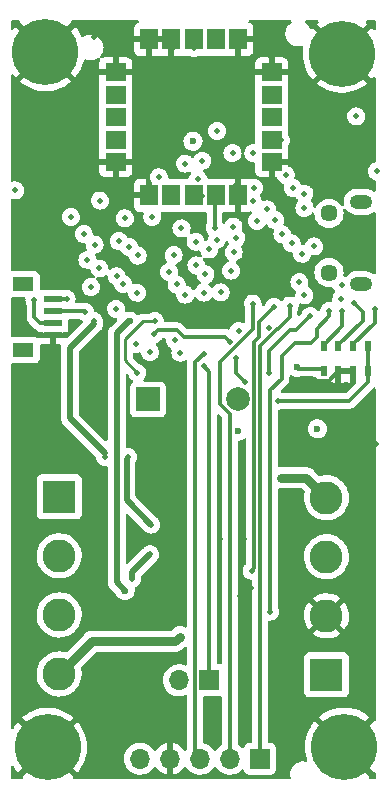
<source format=gbr>
%TF.GenerationSoftware,KiCad,Pcbnew,(6.0.4)*%
%TF.CreationDate,2022-05-08T20:42:15-04:00*%
%TF.ProjectId,STM32_Altimeter_R2,53544d33-325f-4416-9c74-696d65746572,0.1*%
%TF.SameCoordinates,Original*%
%TF.FileFunction,Copper,L1,Top*%
%TF.FilePolarity,Positive*%
%FSLAX46Y46*%
G04 Gerber Fmt 4.6, Leading zero omitted, Abs format (unit mm)*
G04 Created by KiCad (PCBNEW (6.0.4)) date 2022-05-08 20:42:15*
%MOMM*%
%LPD*%
G01*
G04 APERTURE LIST*
%TA.AperFunction,ComponentPad*%
%ADD10R,1.700000X1.700000*%
%TD*%
%TA.AperFunction,ComponentPad*%
%ADD11O,1.700000X1.700000*%
%TD*%
%TA.AperFunction,ComponentPad*%
%ADD12R,2.800000X2.800000*%
%TD*%
%TA.AperFunction,ComponentPad*%
%ADD13C,2.800000*%
%TD*%
%TA.AperFunction,SMDPad,CuDef*%
%ADD14R,0.550000X0.950000*%
%TD*%
%TA.AperFunction,SMDPad,CuDef*%
%ADD15R,1.800000X1.200000*%
%TD*%
%TA.AperFunction,SMDPad,CuDef*%
%ADD16R,1.550000X0.600000*%
%TD*%
%TA.AperFunction,SMDPad,CuDef*%
%ADD17R,1.500000X1.800000*%
%TD*%
%TA.AperFunction,SMDPad,CuDef*%
%ADD18R,1.800000X1.500000*%
%TD*%
%TA.AperFunction,ComponentPad*%
%ADD19R,2.000000X2.000000*%
%TD*%
%TA.AperFunction,ComponentPad*%
%ADD20C,2.000000*%
%TD*%
%TA.AperFunction,ComponentPad*%
%ADD21C,5.600000*%
%TD*%
%TA.AperFunction,ComponentPad*%
%ADD22C,1.450000*%
%TD*%
%TA.AperFunction,ComponentPad*%
%ADD23O,1.900000X1.200000*%
%TD*%
%TA.AperFunction,ViaPad*%
%ADD24C,0.500000*%
%TD*%
%TA.AperFunction,ViaPad*%
%ADD25C,0.600000*%
%TD*%
%TA.AperFunction,Conductor*%
%ADD26C,0.300000*%
%TD*%
%TA.AperFunction,Conductor*%
%ADD27C,0.750000*%
%TD*%
%TA.AperFunction,Conductor*%
%ADD28C,0.500000*%
%TD*%
%TA.AperFunction,Conductor*%
%ADD29C,0.250000*%
%TD*%
G04 APERTURE END LIST*
D10*
%TO.P,J3,1,Pin_1*%
%TO.N,SWCLK*%
X53015593Y-104128255D03*
D11*
%TO.P,J3,2,Pin_2*%
%TO.N,SWDIO*%
X50475593Y-104128255D03*
%TO.P,J3,3,Pin_3*%
%TO.N,NRST*%
X47935593Y-104128255D03*
%TO.P,J3,4,Pin_4*%
%TO.N,GND*%
X45395593Y-104128255D03*
%TO.P,J3,5,Pin_5*%
%TO.N,+3V3*%
X42855593Y-104128255D03*
%TD*%
D12*
%TO.P,J1,1,Pin_1*%
%TO.N,+7.5V*%
X36015663Y-81952338D03*
D13*
%TO.P,J1,2,Pin_2*%
%TO.N,Pyro_Main*%
X36015663Y-86952338D03*
%TO.P,J1,3,Pin_3*%
%TO.N,+7.5V*%
X36015663Y-91952338D03*
%TO.P,J1,4,Pin_4*%
%TO.N,Pyro_Dr*%
X36015663Y-96952338D03*
%TD*%
D14*
%TO.P,U3,1,VDD*%
%TO.N,+3V3*%
X58404186Y-71331317D03*
%TO.P,U3,2,PS*%
%TO.N,GND*%
X59654186Y-71331317D03*
%TO.P,U3,3,GND*%
X60904186Y-71331317D03*
%TO.P,U3,4,CSB*%
%TO.N,CS_Baro*%
X62154186Y-71331317D03*
%TO.P,U3,5,CSB*%
X62154186Y-69181317D03*
%TO.P,U3,6,SDO*%
%TO.N,SPI2_MISO*%
X60904186Y-69181317D03*
%TO.P,U3,7,SDI/SDA*%
%TO.N,SPI2_MOSI*%
X59654186Y-69181317D03*
%TO.P,U3,8,SCLK*%
%TO.N,SPI2_SCK*%
X58404186Y-69181317D03*
%TD*%
D15*
%TO.P,J6,*%
%TO.N,*%
X32963410Y-63937258D03*
X32963410Y-69537258D03*
D16*
%TO.P,J6,1,Pin_1*%
%TO.N,GND*%
X35488410Y-68237258D03*
%TO.P,J6,2,Pin_2*%
%TO.N,+3V3*%
X35488410Y-67237258D03*
%TO.P,J6,3,Pin_3*%
%TO.N,USART3_RX*%
X35488410Y-66237258D03*
%TO.P,J6,4,Pin_4*%
%TO.N,USART3_TX*%
X35488410Y-65237258D03*
%TD*%
D17*
%TO.P,U5,1,GND*%
%TO.N,GND*%
X51195716Y-43211530D03*
%TO.P,U5,2,VCC_IO*%
%TO.N,+3V3*%
X49295716Y-43211530D03*
%TO.P,U5,3,V_BCKP*%
X47395716Y-43211530D03*
%TO.P,U5,4,GND*%
%TO.N,GND*%
X45495716Y-43211530D03*
%TO.P,U5,5,GND*%
X43595716Y-43211530D03*
D18*
%TO.P,U5,6,GND*%
X40795716Y-46011530D03*
%TO.P,U5,7,TIMEPULSE*%
%TO.N,unconnected-(U5-Pad7)*%
X40795716Y-47911530D03*
%TO.P,U5,8,~{SAFEBOOT}*%
%TO.N,unconnected-(U5-Pad8)*%
X40795716Y-49811530D03*
%TO.P,U5,9,SDA*%
%TO.N,unconnected-(U5-Pad9)*%
X40795716Y-51711530D03*
%TO.P,U5,10,GND*%
%TO.N,GND*%
X40795716Y-53611530D03*
D17*
%TO.P,U5,11,GND*%
X43595716Y-56411530D03*
%TO.P,U5,12,SCL*%
%TO.N,unconnected-(U5-Pad12)*%
X45495716Y-56411530D03*
%TO.P,U5,13,TXD*%
%TO.N,USART1_RX*%
X47395716Y-56411530D03*
%TO.P,U5,14,RXD*%
%TO.N,USART1_TX*%
X49295716Y-56411530D03*
%TO.P,U5,15,GND*%
%TO.N,GND*%
X51195716Y-56411530D03*
D18*
%TO.P,U5,16,GND*%
X53995716Y-53611530D03*
%TO.P,U5,17,VCC*%
%TO.N,+3V3*%
X53995716Y-51711530D03*
%TO.P,U5,18,~{RESET}*%
%TO.N,unconnected-(U5-Pad18)*%
X53995716Y-49811530D03*
%TO.P,U5,19,EXTINT*%
%TO.N,unconnected-(U5-Pad19)*%
X53995716Y-47911530D03*
%TO.P,U5,20,GND*%
%TO.N,GND*%
X53995716Y-46011530D03*
%TD*%
D10*
%TO.P,J5,1,Pin_1*%
%TO.N,Net-(J5-Pad1)*%
X48723500Y-97490054D03*
D11*
%TO.P,J5,2,Pin_2*%
%TO.N,+3V3*%
X46183500Y-97490054D03*
%TD*%
D19*
%TO.P,BZ1,1,-*%
%TO.N,Net-(BZ1-Pad1)*%
X43550000Y-73710000D03*
D20*
%TO.P,BZ1,2,+*%
%TO.N,GND*%
X51150000Y-73710000D03*
%TD*%
D12*
%TO.P,J2,1,Pin_1*%
%TO.N,Batt_IN*%
X58640194Y-97032033D03*
D13*
%TO.P,J2,2,Pin_2*%
%TO.N,GND*%
X58640194Y-92032033D03*
%TO.P,J2,3,Pin_3*%
%TO.N,Batt_IN*%
X58640194Y-87032033D03*
%TO.P,J2,4,Pin_4*%
%TO.N,+7.5V*%
X58640194Y-82032033D03*
%TD*%
D21*
%TO.P,H4,1,1*%
%TO.N,GND*%
X59964242Y-44422692D03*
%TD*%
%TO.P,H3,1,1*%
%TO.N,GND*%
X60131487Y-103112347D03*
%TD*%
%TO.P,H1,1,1*%
%TO.N,GND*%
X35044552Y-103139760D03*
%TD*%
D22*
%TO.P,J4,6,Shield*%
%TO.N,unconnected-(J4-Pad6)*%
X58867500Y-57960000D03*
D23*
X61567500Y-56960000D03*
D22*
X58867500Y-62960000D03*
D23*
X61567500Y-63960000D03*
%TD*%
D21*
%TO.P,H2,1,1*%
%TO.N,GND*%
X34846669Y-44287519D03*
%TD*%
D24*
%TO.N,GND*%
X38400000Y-70400000D03*
X54594295Y-44500000D03*
X38983400Y-75789287D03*
X52269627Y-89712142D03*
X58850822Y-48714258D03*
X32733729Y-79936252D03*
X40426548Y-67018895D03*
X54342624Y-97615531D03*
X44509962Y-48488044D03*
X51628153Y-51759633D03*
X44500000Y-50500000D03*
X51597605Y-83537835D03*
X56000000Y-47500000D03*
X49600000Y-85500000D03*
X33013747Y-82012686D03*
X38500000Y-46000000D03*
X41706288Y-96094514D03*
X56000000Y-44500000D03*
X42000000Y-43000000D03*
X57627915Y-78285349D03*
X38500000Y-55100000D03*
X56099159Y-48825812D03*
X41500000Y-55500000D03*
X61267823Y-48106909D03*
X42695211Y-75747003D03*
X32907263Y-48513349D03*
X34940000Y-69940000D03*
X60214258Y-48701863D03*
X32724902Y-50203221D03*
X49189876Y-100949964D03*
X54860557Y-82617515D03*
X53758063Y-67618062D03*
X51625494Y-85517917D03*
X42000000Y-101000000D03*
X55027888Y-88752980D03*
X43000000Y-48500000D03*
X40500000Y-44500000D03*
X39828464Y-96931169D03*
X44500000Y-53500000D03*
X41180000Y-57120000D03*
X44500000Y-47000000D03*
X44491370Y-51983400D03*
X43000000Y-50500000D03*
X32943109Y-92400840D03*
X39233510Y-100463709D03*
X51563747Y-78628812D03*
X32819160Y-95759853D03*
X42818062Y-54772248D03*
X57665411Y-99640475D03*
X57400621Y-47462376D03*
X57760000Y-61810000D03*
X36856744Y-63972997D03*
X54500000Y-43000000D03*
X54482066Y-95021902D03*
X34719342Y-63619743D03*
X39200000Y-86000000D03*
X39747677Y-69523236D03*
X50990000Y-55560000D03*
X54888446Y-77569701D03*
X43000000Y-53500000D03*
X40500000Y-43000000D03*
X55008473Y-86263912D03*
X61900611Y-87122745D03*
X62845328Y-77447986D03*
X34749614Y-62051791D03*
X39656824Y-103513582D03*
X52000000Y-45500000D03*
X38987531Y-42984059D03*
X56099598Y-102914341D03*
X51879816Y-46962815D03*
X43000000Y-52000000D03*
X51170000Y-43500000D03*
X38400000Y-72100000D03*
X45670000Y-43950000D03*
X43000000Y-47000000D03*
X44500000Y-45500000D03*
X43000000Y-45500000D03*
X38426699Y-48513349D03*
X54720000Y-53520000D03*
X57500000Y-48500000D03*
X33300000Y-53700000D03*
X51323276Y-90357888D03*
X42700000Y-79960269D03*
X57360000Y-72010000D03*
X51766376Y-100198485D03*
X42000000Y-44500000D03*
X38500000Y-53100000D03*
X48260000Y-52470000D03*
X39900000Y-90700000D03*
X56000000Y-46000000D03*
X52976763Y-43000000D03*
X55501992Y-91792825D03*
X44383582Y-100686817D03*
X32837752Y-97953746D03*
X50500000Y-45847276D03*
X43920933Y-76924098D03*
X37587036Y-77847344D03*
X40800000Y-93100000D03*
X36869139Y-62882247D03*
X53029410Y-44308105D03*
X55000000Y-101000000D03*
D25*
%TO.N,+7.5V*%
X54760000Y-80340000D03*
D24*
%TO.N,Pyro_Dr*%
X46258737Y-93783520D03*
%TO.N,+3V3*%
X49660000Y-43680000D03*
D25*
X57877895Y-76200423D03*
D24*
X33920000Y-65310000D03*
X32300000Y-56000000D03*
X38090000Y-59690000D03*
X54790000Y-51760000D03*
D25*
X56170847Y-71000847D03*
D24*
X52395218Y-56940000D03*
X47430000Y-43970000D03*
X41570000Y-58370000D03*
X49380000Y-50960000D03*
D25*
X51160000Y-76380000D03*
D24*
X51200000Y-67890000D03*
%TO.N,Net-(R3-Pad2)*%
X45800000Y-68700000D03*
X42516061Y-68989035D03*
%TO.N,Net-(R2-Pad2)*%
X46274309Y-69746670D03*
X43700000Y-69700000D03*
D25*
%TO.N,Cont_Dr*%
X41600000Y-89900000D03*
X41990000Y-67070500D03*
D24*
%TO.N,Cont_Main*%
X43800000Y-84300000D03*
X41442424Y-63919416D03*
X43710029Y-86811029D03*
X41840000Y-78590000D03*
X39910000Y-78570000D03*
X42200000Y-88900000D03*
X42660000Y-61520000D03*
X38950000Y-67050000D03*
%TO.N,HSE_Out*%
X56780000Y-56280000D03*
X54910000Y-59740000D03*
%TO.N,Net-(J5-Pad1)*%
X53790000Y-71500000D03*
X48280000Y-70910000D03*
X57280000Y-66640000D03*
%TO.N,Fire_Dr*%
X55700000Y-60490000D03*
X56780500Y-57481326D03*
X58860000Y-66240000D03*
X53870000Y-91670000D03*
%TO.N,Fire_Main*%
X52760000Y-58580000D03*
X48700000Y-61010000D03*
X56350000Y-63780000D03*
X54200000Y-65860000D03*
X51020000Y-60020000D03*
X52300000Y-88200000D03*
X50790000Y-61240000D03*
%TO.N,USART1_RX*%
X48096214Y-56500000D03*
%TO.N,USART1_TX*%
X49180000Y-59150000D03*
%TO.N,CS_Flash*%
X50481089Y-68821089D03*
X44020000Y-68200000D03*
%TO.N,SPI1_MISO*%
X38400000Y-61879500D03*
X39010000Y-60590000D03*
%TO.N,SPI1_MOSI*%
X37000000Y-58240000D03*
X39460000Y-56870000D03*
%TO.N,CS_ADXL*%
X38700000Y-64200000D03*
X45320000Y-62909500D03*
X41060000Y-60300000D03*
X48260000Y-64660000D03*
X40843771Y-66049831D03*
X39420000Y-62620000D03*
X49690000Y-64640000D03*
X42600000Y-64670000D03*
%TO.N,CS_Baro*%
X54500000Y-73820000D03*
X51710000Y-72190000D03*
X50970000Y-70210000D03*
%TO.N,HSE_IN*%
X55800000Y-55800000D03*
X50770838Y-59071926D03*
X53630008Y-57609992D03*
X49347173Y-60190741D03*
%TO.N,NRST*%
X48260000Y-69840000D03*
%TO.N,CS_Acc*%
X44460000Y-54900000D03*
X47626919Y-62355906D03*
X46370000Y-59230000D03*
X43890000Y-58250000D03*
X47570000Y-60350000D03*
X47780000Y-55062028D03*
%TO.N,USART3_TX*%
X45710000Y-61480000D03*
X36650000Y-65210000D03*
X45950000Y-63970000D03*
%TO.N,USART3_RX*%
X40880000Y-63280000D03*
X38200000Y-66290000D03*
X41950000Y-60800000D03*
%TO.N,SPI2_SCK*%
X59980000Y-66230000D03*
X61160000Y-49740000D03*
X62900000Y-54390000D03*
%TO.N,SPI2_MISO*%
X54300000Y-58530000D03*
X55200000Y-54700000D03*
X62750000Y-66020000D03*
X59900000Y-65200000D03*
D25*
X47340359Y-51835546D03*
D24*
X46676104Y-53741122D03*
X56580000Y-61370000D03*
%TO.N,SPI2_MOSI*%
X50690000Y-52850000D03*
X52520000Y-55800000D03*
X48140000Y-53490000D03*
X59950000Y-64060000D03*
X61000000Y-65580000D03*
X57590304Y-60749705D03*
X52450000Y-52860000D03*
%TO.N,SWDIO*%
X52400000Y-65590000D03*
%TO.N,SWCLK*%
X56770000Y-64890000D03*
X55530000Y-65760000D03*
%TO.N,Beeper*%
X42636882Y-71443407D03*
X44110989Y-67070000D03*
X46688033Y-64827846D03*
X50570000Y-62800000D03*
X48400980Y-63120000D03*
%TD*%
D26*
%TO.N,GND*%
X58829675Y-72155828D02*
X59654186Y-71331317D01*
X54628470Y-53611530D02*
X54720000Y-53520000D01*
X57779675Y-72155828D02*
X58829675Y-72155828D01*
X51170000Y-43500000D02*
X51195716Y-43474284D01*
X53995716Y-53611530D02*
X54628470Y-53611530D01*
X51195716Y-55765716D02*
X50990000Y-55560000D01*
X45495716Y-43775716D02*
X45495716Y-43211530D01*
X35488410Y-69391590D02*
X35488410Y-68237258D01*
X45670000Y-43950000D02*
X45495716Y-43775716D01*
X57360000Y-72010000D02*
X57633847Y-72010000D01*
X51195716Y-56411530D02*
X51195716Y-55765716D01*
X51195716Y-43474284D02*
X51195716Y-43211530D01*
X60904186Y-71331317D02*
X59654186Y-71331317D01*
X34940000Y-69940000D02*
X35488410Y-69391590D01*
X57633847Y-72010000D02*
X57779675Y-72155828D01*
D27*
%TO.N,+7.5V*%
X54760000Y-80340000D02*
X56948161Y-80340000D01*
X56948161Y-80340000D02*
X58640194Y-82032033D01*
%TO.N,Pyro_Dr*%
X38784156Y-94183845D02*
X36015663Y-96952338D01*
X45858412Y-94183845D02*
X38784156Y-94183845D01*
X46258737Y-93783520D02*
X45858412Y-94183845D01*
D26*
%TO.N,+3V3*%
X54741530Y-51711530D02*
X54790000Y-51760000D01*
X47430000Y-43970000D02*
X47395716Y-43935716D01*
X56270000Y-71100000D02*
X56170847Y-71000847D01*
X53995716Y-51711530D02*
X54741530Y-51711530D01*
X47395716Y-43935716D02*
X47395716Y-43211530D01*
X58172869Y-71100000D02*
X56270000Y-71100000D01*
X58404186Y-71331317D02*
X58172869Y-71100000D01*
X33920000Y-66743848D02*
X34413410Y-67237258D01*
X33920000Y-65310000D02*
X33920000Y-66743848D01*
X49660000Y-43575814D02*
X49295716Y-43211530D01*
X49660000Y-43680000D02*
X49660000Y-43575814D01*
X34413410Y-67237258D02*
X35488410Y-67237258D01*
D28*
%TO.N,Cont_Dr*%
X41600000Y-89900000D02*
X40880000Y-89180000D01*
X40880000Y-68120000D02*
X41929500Y-67070500D01*
X40880000Y-89180000D02*
X40880000Y-68120000D01*
X41929500Y-67070500D02*
X41990000Y-67070500D01*
%TO.N,Cont_Main*%
X36930000Y-75299500D02*
X39910000Y-78279500D01*
X42200000Y-88321058D02*
X42200000Y-88900000D01*
D26*
X41840000Y-78590000D02*
X41716834Y-78713166D01*
X38950000Y-67050000D02*
X38950000Y-67350500D01*
D28*
X43800000Y-84300000D02*
X41716834Y-82216834D01*
X41716834Y-82216834D02*
X41716834Y-78713166D01*
D26*
X39910000Y-78279500D02*
X39910000Y-78570000D01*
D28*
X36930000Y-69370500D02*
X36930000Y-75299500D01*
X38950000Y-67350500D02*
X36930000Y-69370500D01*
X43710029Y-86811029D02*
X42200000Y-88321058D01*
D26*
%TO.N,Net-(J5-Pad1)*%
X55560000Y-67860000D02*
X53790000Y-69630000D01*
X53790000Y-69630000D02*
X53790000Y-71500000D01*
X57280000Y-66640000D02*
X56060000Y-67860000D01*
X48723500Y-71353500D02*
X48723500Y-97490054D01*
X48280000Y-70910000D02*
X48723500Y-71353500D01*
X56060000Y-67860000D02*
X55560000Y-67860000D01*
%TO.N,Fire_Dr*%
X57810000Y-67710000D02*
X57810000Y-68400000D01*
X53880000Y-72930000D02*
X53880000Y-81644414D01*
X53870000Y-81654414D02*
X53870000Y-91670000D01*
X53880000Y-81644414D02*
X53870000Y-81654414D01*
X58860000Y-66240000D02*
X58860000Y-66660000D01*
X57320000Y-68890000D02*
X56020000Y-68890000D01*
X54850000Y-71960000D02*
X53880000Y-72930000D01*
X57810000Y-68400000D02*
X57320000Y-68890000D01*
X58860000Y-66660000D02*
X57810000Y-67710000D01*
X54850000Y-70060000D02*
X54850000Y-71960000D01*
X56020000Y-68890000D02*
X54850000Y-70060000D01*
%TO.N,Fire_Main*%
X52516073Y-68863927D02*
X52940000Y-68440000D01*
X52300000Y-88200000D02*
X52516073Y-87983927D01*
X52940000Y-68440000D02*
X52940000Y-67120000D01*
X52940000Y-67120000D02*
X54200000Y-65860000D01*
X52516073Y-87983927D02*
X52516073Y-68863927D01*
%TO.N,USART1_RX*%
X48096214Y-56500000D02*
X48007744Y-56411530D01*
X48007744Y-56411530D02*
X47395716Y-56411530D01*
%TO.N,USART1_TX*%
X49180000Y-56527246D02*
X49295716Y-56411530D01*
X49180000Y-59150000D02*
X49180000Y-56527246D01*
%TO.N,CS_Flash*%
X44020000Y-68200000D02*
X44379511Y-67840489D01*
X46008327Y-67840489D02*
X46577838Y-68410000D01*
X50070000Y-68410000D02*
X50481089Y-68821089D01*
X44379511Y-67840489D02*
X46008327Y-67840489D01*
X46577838Y-68410000D02*
X50070000Y-68410000D01*
%TO.N,CS_Baro*%
X54530000Y-73850000D02*
X60540000Y-73850000D01*
X60540000Y-73850000D02*
X62154186Y-72235814D01*
X62154186Y-72235814D02*
X62154186Y-71331317D01*
X54500000Y-73820000D02*
X54530000Y-73850000D01*
X51710000Y-72190000D02*
X50970000Y-71450000D01*
X50970000Y-71450000D02*
X50970000Y-70210000D01*
X62154186Y-69181317D02*
X62154186Y-71331317D01*
%TO.N,NRST*%
X48260000Y-69840000D02*
X47523989Y-70576011D01*
X47523989Y-103716651D02*
X47935593Y-104128255D01*
X47523989Y-70576011D02*
X47523989Y-103716651D01*
%TO.N,USART3_TX*%
X36622742Y-65237258D02*
X35488410Y-65237258D01*
X36650000Y-65210000D02*
X36622742Y-65237258D01*
%TO.N,USART3_RX*%
X38200000Y-66290000D02*
X38147258Y-66237258D01*
X38147258Y-66237258D02*
X35488410Y-66237258D01*
%TO.N,SPI2_SCK*%
X59980000Y-66230000D02*
X59980000Y-67510000D01*
X59980000Y-67510000D02*
X58404186Y-69085814D01*
X58404186Y-69085814D02*
X58404186Y-69181317D01*
%TO.N,SPI2_MISO*%
X60904186Y-69045814D02*
X60904186Y-69181317D01*
X62750000Y-66020000D02*
X62740000Y-66030000D01*
X62740000Y-66030000D02*
X62740000Y-67210000D01*
X62740000Y-67210000D02*
X60904186Y-69045814D01*
%TO.N,SPI2_MOSI*%
X59654186Y-69095814D02*
X59654186Y-69181317D01*
X61000000Y-65580000D02*
X61710000Y-66290000D01*
X61710000Y-66290000D02*
X61710000Y-67040000D01*
X61710000Y-67040000D02*
X59654186Y-69095814D01*
%TO.N,SWDIO*%
X50475593Y-74944091D02*
X50475593Y-104128255D01*
X49613099Y-74081597D02*
X50475593Y-74944091D01*
X52400000Y-67750000D02*
X49613099Y-70536901D01*
X49613099Y-70536901D02*
X49613099Y-74081597D01*
X52400000Y-65590000D02*
X52400000Y-67750000D01*
%TO.N,SWCLK*%
X53015593Y-69208354D02*
X53015593Y-104128255D01*
X55530000Y-66760000D02*
X54540000Y-67750000D01*
X55530000Y-65760000D02*
X55530000Y-66760000D01*
X54540000Y-67750000D02*
X54473947Y-67750000D01*
X54473947Y-67750000D02*
X53015593Y-69208354D01*
D29*
%TO.N,Beeper*%
X41600000Y-70406525D02*
X41600000Y-68600000D01*
X42636882Y-71443407D02*
X41600000Y-70406525D01*
X43130000Y-67070000D02*
X44110989Y-67070000D01*
X41600000Y-68600000D02*
X43130000Y-67070000D01*
%TD*%
%TA.AperFunction,Conductor*%
%TO.N,GND*%
G36*
X33114013Y-65065760D02*
G01*
X33160506Y-65119416D01*
X33170898Y-65187550D01*
X33156775Y-65299343D01*
X33173381Y-65468699D01*
X33175605Y-65475384D01*
X33175605Y-65475385D01*
X33188679Y-65514687D01*
X33227094Y-65630167D01*
X33230741Y-65636189D01*
X33230742Y-65636191D01*
X33243276Y-65656887D01*
X33261500Y-65722158D01*
X33261500Y-66661792D01*
X33260941Y-66673648D01*
X33259212Y-66681385D01*
X33261438Y-66752217D01*
X33261500Y-66756175D01*
X33261500Y-66785280D01*
X33262056Y-66789680D01*
X33262988Y-66801512D01*
X33264438Y-66847679D01*
X33266650Y-66855292D01*
X33266650Y-66855293D01*
X33270419Y-66868264D01*
X33274430Y-66887630D01*
X33277118Y-66908912D01*
X33280034Y-66916277D01*
X33280035Y-66916281D01*
X33294126Y-66951869D01*
X33297965Y-66963079D01*
X33310855Y-67007448D01*
X33321775Y-67025913D01*
X33330466Y-67043653D01*
X33338365Y-67063604D01*
X33358497Y-67091313D01*
X33365516Y-67100974D01*
X33372033Y-67110896D01*
X33391507Y-67143825D01*
X33391510Y-67143829D01*
X33395547Y-67150655D01*
X33410711Y-67165819D01*
X33423551Y-67180852D01*
X33436159Y-67198205D01*
X33457145Y-67215566D01*
X33471752Y-67227650D01*
X33480532Y-67235640D01*
X33889755Y-67644863D01*
X33897745Y-67653643D01*
X33901994Y-67660338D01*
X33907772Y-67665764D01*
X33907773Y-67665765D01*
X33953667Y-67708862D01*
X33956509Y-67711617D01*
X33977077Y-67732185D01*
X33980580Y-67734902D01*
X33989605Y-67742610D01*
X34023277Y-67774230D01*
X34030228Y-67778051D01*
X34030229Y-67778052D01*
X34042068Y-67784561D01*
X34058592Y-67795415D01*
X34068681Y-67803240D01*
X34075542Y-67808562D01*
X34082814Y-67811709D01*
X34082816Y-67811710D01*
X34117945Y-67826912D01*
X34128601Y-67832132D01*
X34140108Y-67838458D01*
X34190168Y-67888801D01*
X34205410Y-67948874D01*
X34205410Y-67965143D01*
X34209885Y-67980382D01*
X34211275Y-67981587D01*
X34218958Y-67983258D01*
X34431552Y-67983258D01*
X34475781Y-67991276D01*
X34595692Y-68036229D01*
X34595698Y-68036231D01*
X34603094Y-68039003D01*
X34665276Y-68045758D01*
X36311544Y-68045758D01*
X36373726Y-68039003D01*
X36381122Y-68036231D01*
X36381128Y-68036229D01*
X36501039Y-67991276D01*
X36545268Y-67983258D01*
X36753294Y-67983258D01*
X36768533Y-67978783D01*
X36769738Y-67977393D01*
X36771409Y-67969710D01*
X36771409Y-67892589D01*
X36771039Y-67885768D01*
X36765515Y-67834906D01*
X36761889Y-67819654D01*
X36747848Y-67782200D01*
X36742665Y-67711393D01*
X36747848Y-67693740D01*
X36762381Y-67654973D01*
X36765155Y-67647574D01*
X36771910Y-67585392D01*
X36771910Y-67021758D01*
X36791912Y-66953637D01*
X36845568Y-66907144D01*
X36897910Y-66895758D01*
X37702828Y-66895758D01*
X37771819Y-66916324D01*
X37855846Y-66971310D01*
X37930762Y-66999171D01*
X37963942Y-67011511D01*
X38020818Y-67054004D01*
X38045691Y-67120500D01*
X38030666Y-67189889D01*
X38009116Y-67218703D01*
X36773466Y-68454353D01*
X36711154Y-68488379D01*
X36684371Y-68491258D01*
X35760525Y-68491258D01*
X35745286Y-68495733D01*
X35744081Y-68497123D01*
X35742410Y-68504806D01*
X35742410Y-69027142D01*
X35746885Y-69042381D01*
X35748275Y-69043586D01*
X35755958Y-69045257D01*
X36067985Y-69045257D01*
X36136106Y-69065259D01*
X36182599Y-69118915D01*
X36192703Y-69189189D01*
X36191346Y-69196911D01*
X36190515Y-69200907D01*
X36189544Y-69205196D01*
X36172192Y-69276110D01*
X36171844Y-69281712D01*
X36171844Y-69281715D01*
X36171747Y-69283284D01*
X36171500Y-69287264D01*
X36171464Y-69287262D01*
X36171225Y-69291255D01*
X36170851Y-69295447D01*
X36169360Y-69302615D01*
X36169558Y-69309932D01*
X36171454Y-69380021D01*
X36171500Y-69383428D01*
X36171500Y-75232430D01*
X36170067Y-75251380D01*
X36166801Y-75272849D01*
X36167394Y-75280141D01*
X36167394Y-75280144D01*
X36171085Y-75325518D01*
X36171500Y-75335733D01*
X36171500Y-75343793D01*
X36171925Y-75347437D01*
X36174789Y-75372007D01*
X36175222Y-75376382D01*
X36177819Y-75408304D01*
X36181140Y-75449137D01*
X36183396Y-75456101D01*
X36184587Y-75462060D01*
X36185971Y-75467915D01*
X36186818Y-75475181D01*
X36211735Y-75543827D01*
X36213152Y-75547955D01*
X36226852Y-75590243D01*
X36235649Y-75617399D01*
X36239445Y-75623654D01*
X36241951Y-75629128D01*
X36244670Y-75634558D01*
X36247167Y-75641437D01*
X36251180Y-75647557D01*
X36251180Y-75647558D01*
X36287186Y-75702476D01*
X36289523Y-75706180D01*
X36327405Y-75768607D01*
X36331121Y-75772815D01*
X36331122Y-75772816D01*
X36334803Y-75776984D01*
X36334776Y-75777008D01*
X36337429Y-75780000D01*
X36340132Y-75783233D01*
X36344144Y-75789352D01*
X36349456Y-75794384D01*
X36400383Y-75842628D01*
X36402825Y-75845006D01*
X39118092Y-78560273D01*
X39152118Y-78622585D01*
X39154396Y-78637071D01*
X39163381Y-78728699D01*
X39217094Y-78890167D01*
X39220741Y-78896189D01*
X39220742Y-78896191D01*
X39267123Y-78972774D01*
X39305246Y-79035723D01*
X39423455Y-79158132D01*
X39565846Y-79251310D01*
X39572450Y-79253766D01*
X39572452Y-79253767D01*
X39645594Y-79280968D01*
X39725341Y-79310626D01*
X39894015Y-79333132D01*
X39901026Y-79332494D01*
X39901030Y-79332494D01*
X39947423Y-79328271D01*
X39984081Y-79324935D01*
X40053733Y-79338680D01*
X40104898Y-79387901D01*
X40121500Y-79450416D01*
X40121500Y-89112930D01*
X40120067Y-89131880D01*
X40116801Y-89153349D01*
X40117394Y-89160641D01*
X40117394Y-89160644D01*
X40121085Y-89206018D01*
X40121500Y-89216233D01*
X40121500Y-89224293D01*
X40121925Y-89227937D01*
X40124789Y-89252507D01*
X40125222Y-89256882D01*
X40126918Y-89277727D01*
X40131140Y-89329637D01*
X40133396Y-89336601D01*
X40134587Y-89342560D01*
X40135971Y-89348415D01*
X40136818Y-89355681D01*
X40161735Y-89424327D01*
X40163152Y-89428455D01*
X40171081Y-89452929D01*
X40185649Y-89497899D01*
X40189445Y-89504154D01*
X40191951Y-89509628D01*
X40194670Y-89515058D01*
X40197167Y-89521937D01*
X40201180Y-89528057D01*
X40201180Y-89528058D01*
X40237186Y-89582976D01*
X40239523Y-89586680D01*
X40277405Y-89649107D01*
X40281121Y-89653315D01*
X40281122Y-89653316D01*
X40284803Y-89657484D01*
X40284776Y-89657508D01*
X40287429Y-89660500D01*
X40290132Y-89663733D01*
X40294144Y-89669852D01*
X40299456Y-89674884D01*
X40350383Y-89723128D01*
X40352825Y-89725506D01*
X40840992Y-90213673D01*
X40860595Y-90241771D01*
X40861418Y-90241273D01*
X40908410Y-90318866D01*
X40955380Y-90396424D01*
X41081382Y-90526902D01*
X41233159Y-90626222D01*
X41239763Y-90628678D01*
X41239765Y-90628679D01*
X41396558Y-90686990D01*
X41396560Y-90686990D01*
X41403168Y-90689448D01*
X41486995Y-90700633D01*
X41575980Y-90712507D01*
X41575984Y-90712507D01*
X41582961Y-90713438D01*
X41589972Y-90712800D01*
X41589976Y-90712800D01*
X41732459Y-90699832D01*
X41763600Y-90696998D01*
X41770302Y-90694820D01*
X41770304Y-90694820D01*
X41929409Y-90643124D01*
X41929412Y-90643123D01*
X41936108Y-90640947D01*
X42091912Y-90548069D01*
X42223266Y-90422982D01*
X42323643Y-90271902D01*
X42375605Y-90135112D01*
X42385555Y-90108920D01*
X42385556Y-90108918D01*
X42388055Y-90102338D01*
X42413299Y-89922717D01*
X42413616Y-89900000D01*
X42395652Y-89739851D01*
X42407936Y-89669927D01*
X42456075Y-89617742D01*
X42481930Y-89605974D01*
X42508617Y-89597303D01*
X42508620Y-89597302D01*
X42515322Y-89595124D01*
X42537043Y-89582175D01*
X42552221Y-89574467D01*
X42571628Y-89566209D01*
X42578364Y-89563343D01*
X42614930Y-89536433D01*
X42625096Y-89529685D01*
X42655438Y-89511598D01*
X42655440Y-89511596D01*
X42661490Y-89507990D01*
X42682619Y-89487869D01*
X42694822Y-89477639D01*
X42720818Y-89458508D01*
X42747711Y-89426853D01*
X42756844Y-89417186D01*
X42779621Y-89395496D01*
X42779622Y-89395494D01*
X42784721Y-89390639D01*
X42788620Y-89384771D01*
X42803018Y-89363101D01*
X42811939Y-89351252D01*
X42830594Y-89329294D01*
X42830596Y-89329290D01*
X42835333Y-89323715D01*
X42838663Y-89317194D01*
X42852472Y-89290152D01*
X42859734Y-89277736D01*
X42878891Y-89248902D01*
X42892008Y-89214371D01*
X42897579Y-89201815D01*
X42912439Y-89172713D01*
X42915769Y-89166192D01*
X42923808Y-89133342D01*
X42928407Y-89118554D01*
X42936818Y-89096411D01*
X42936819Y-89096405D01*
X42939319Y-89089825D01*
X42945001Y-89049395D01*
X42947386Y-89036984D01*
X42956473Y-88999848D01*
X42956474Y-88999842D01*
X42957808Y-88994390D01*
X42958156Y-88988785D01*
X42958380Y-88985175D01*
X42958380Y-88985165D01*
X42958500Y-88983236D01*
X42958500Y-88962151D01*
X42959726Y-88944615D01*
X42962452Y-88925221D01*
X42962452Y-88925218D01*
X42963001Y-88921313D01*
X42963299Y-88900000D01*
X42959285Y-88864213D01*
X42958500Y-88850169D01*
X42958500Y-88687429D01*
X42978502Y-88619308D01*
X42995405Y-88598334D01*
X44237491Y-87356248D01*
X44239694Y-87354097D01*
X44289650Y-87306525D01*
X44289651Y-87306523D01*
X44294750Y-87301668D01*
X44321640Y-87261196D01*
X44327774Y-87252746D01*
X44355219Y-87218056D01*
X44359763Y-87212313D01*
X44369167Y-87192192D01*
X44378364Y-87175820D01*
X44385018Y-87165804D01*
X44388920Y-87159931D01*
X44407563Y-87110853D01*
X44411195Y-87102264D01*
X44434650Y-87052079D01*
X44438381Y-87034143D01*
X44443951Y-87015065D01*
X44446845Y-87007446D01*
X44446847Y-87007438D01*
X44449348Y-87000854D01*
X44457196Y-86945014D01*
X44458610Y-86936892D01*
X44469179Y-86886079D01*
X44469179Y-86886076D01*
X44470669Y-86878914D01*
X44470278Y-86864475D01*
X44471459Y-86843526D01*
X44472478Y-86836277D01*
X44472479Y-86836260D01*
X44473030Y-86832342D01*
X44473328Y-86811029D01*
X44467998Y-86763504D01*
X44467259Y-86752870D01*
X44466083Y-86709427D01*
X44465885Y-86702109D01*
X44464009Y-86695033D01*
X44464008Y-86695027D01*
X44459997Y-86679898D01*
X44456575Y-86661657D01*
X44455147Y-86648926D01*
X44455145Y-86648916D01*
X44454360Y-86641921D01*
X44452044Y-86635270D01*
X44452043Y-86635266D01*
X44437356Y-86593091D01*
X44434555Y-86583947D01*
X44422429Y-86538213D01*
X44420555Y-86531145D01*
X44417106Y-86524699D01*
X44417102Y-86524689D01*
X44411540Y-86514294D01*
X44403646Y-86496292D01*
X44402861Y-86494037D01*
X44398397Y-86481218D01*
X44368929Y-86434059D01*
X44364698Y-86426753D01*
X44360295Y-86418523D01*
X44337111Y-86375196D01*
X44332268Y-86369712D01*
X44332265Y-86369708D01*
X44327028Y-86363779D01*
X44314615Y-86347141D01*
X44311953Y-86342881D01*
X44308221Y-86336908D01*
X44266307Y-86294700D01*
X44261271Y-86289323D01*
X44224875Y-86248112D01*
X44220029Y-86242625D01*
X44210752Y-86236068D01*
X44194082Y-86221968D01*
X44193280Y-86221160D01*
X44193277Y-86221158D01*
X44188315Y-86216161D01*
X44182371Y-86212389D01*
X44182365Y-86212384D01*
X44134774Y-86182183D01*
X44129578Y-86178701D01*
X44075589Y-86140545D01*
X44068669Y-86137756D01*
X44056964Y-86131747D01*
X44056918Y-86131842D01*
X44050579Y-86128750D01*
X44044637Y-86124980D01*
X44038005Y-86122618D01*
X44038002Y-86122617D01*
X43981208Y-86102394D01*
X43976384Y-86100564D01*
X43953101Y-86091181D01*
X43918334Y-86077169D01*
X43918330Y-86077168D01*
X43911539Y-86074431D01*
X43904295Y-86073329D01*
X43897893Y-86071578D01*
X43897825Y-86071869D01*
X43890965Y-86070260D01*
X43884329Y-86067897D01*
X43813493Y-86059450D01*
X43809517Y-86058911D01*
X43764979Y-86052136D01*
X43743913Y-86048931D01*
X43743911Y-86048931D01*
X43736680Y-86047831D01*
X43729388Y-86048424D01*
X43727430Y-86048356D01*
X43722104Y-86048554D01*
X43715358Y-86047749D01*
X43708355Y-86048485D01*
X43708351Y-86048485D01*
X43640398Y-86055627D01*
X43637443Y-86055902D01*
X43567691Y-86061575D01*
X43567688Y-86061576D01*
X43560392Y-86062169D01*
X43553428Y-86064425D01*
X43551326Y-86064845D01*
X43550459Y-86065080D01*
X43546122Y-86065536D01*
X43470788Y-86091181D01*
X43469016Y-86091770D01*
X43399090Y-86114423D01*
X43399088Y-86114424D01*
X43392130Y-86116678D01*
X43387323Y-86119595D01*
X43385032Y-86120375D01*
X43380650Y-86123071D01*
X43380646Y-86123073D01*
X43347052Y-86143741D01*
X43312566Y-86164957D01*
X43312046Y-86165275D01*
X43240921Y-86208434D01*
X43236714Y-86212150D01*
X43236711Y-86212152D01*
X43234020Y-86214529D01*
X43232545Y-86215832D01*
X43179832Y-86268545D01*
X43178895Y-86269473D01*
X43155804Y-86292086D01*
X43118515Y-86328602D01*
X43116785Y-86331287D01*
X43113919Y-86334458D01*
X41853595Y-87594782D01*
X41791283Y-87628808D01*
X41720468Y-87623743D01*
X41663632Y-87581196D01*
X41638821Y-87514676D01*
X41638500Y-87505687D01*
X41638500Y-83515371D01*
X41658502Y-83447250D01*
X41712158Y-83400757D01*
X41782432Y-83390653D01*
X41847012Y-83420147D01*
X41853595Y-83426276D01*
X43256468Y-84829149D01*
X43258010Y-84830717D01*
X43313455Y-84888132D01*
X43319351Y-84891990D01*
X43319352Y-84891991D01*
X43351501Y-84913029D01*
X43360687Y-84919648D01*
X43392973Y-84945192D01*
X43392978Y-84945195D01*
X43398716Y-84949735D01*
X43421657Y-84960457D01*
X43437293Y-84969169D01*
X43455846Y-84981310D01*
X43492991Y-84995124D01*
X43502106Y-84998514D01*
X43511533Y-85002462D01*
X43552314Y-85021521D01*
X43552317Y-85021522D01*
X43558950Y-85024622D01*
X43579938Y-85028988D01*
X43598187Y-85034247D01*
X43608735Y-85038170D01*
X43608741Y-85038171D01*
X43615341Y-85040626D01*
X43622322Y-85041557D01*
X43622324Y-85041558D01*
X43668130Y-85047670D01*
X43677122Y-85049203D01*
X43724950Y-85059151D01*
X43724953Y-85059151D01*
X43732115Y-85060641D01*
X43739429Y-85060443D01*
X43749664Y-85060166D01*
X43769739Y-85061227D01*
X43777035Y-85062201D01*
X43777039Y-85062201D01*
X43784015Y-85063132D01*
X43840937Y-85057952D01*
X43848928Y-85057481D01*
X43890246Y-85056362D01*
X43908921Y-85055857D01*
X43922145Y-85052351D01*
X43943013Y-85048662D01*
X43946466Y-85048348D01*
X43946468Y-85048348D01*
X43953483Y-85047709D01*
X44011559Y-85028839D01*
X44018174Y-85026890D01*
X44046808Y-85019297D01*
X44072806Y-85012404D01*
X44072808Y-85012403D01*
X44079884Y-85010527D01*
X44088527Y-85005903D01*
X44107153Y-84997968D01*
X44108625Y-84997300D01*
X44115322Y-84995124D01*
X44171128Y-84961856D01*
X44176160Y-84959011D01*
X44235834Y-84927082D01*
X44241317Y-84922240D01*
X44245957Y-84919015D01*
X44249992Y-84916069D01*
X44249830Y-84915855D01*
X44255440Y-84911597D01*
X44261490Y-84907990D01*
X44278291Y-84891991D01*
X44311378Y-84860483D01*
X44314863Y-84857286D01*
X44344947Y-84830717D01*
X44368405Y-84810000D01*
X44372636Y-84804014D01*
X44374011Y-84802481D01*
X44376857Y-84798789D01*
X44379618Y-84795499D01*
X44384721Y-84790639D01*
X44425043Y-84729949D01*
X44427091Y-84726962D01*
X44466258Y-84671542D01*
X44466260Y-84671538D01*
X44470485Y-84665560D01*
X44473221Y-84658771D01*
X44474162Y-84657046D01*
X44475666Y-84653757D01*
X44478891Y-84648902D01*
X44506225Y-84576946D01*
X44507144Y-84574599D01*
X44533862Y-84508300D01*
X44536598Y-84501511D01*
X44537698Y-84494279D01*
X44537882Y-84493609D01*
X44539319Y-84489825D01*
X44550655Y-84409163D01*
X44550862Y-84407749D01*
X44562098Y-84333886D01*
X44563199Y-84326651D01*
X44562851Y-84322378D01*
X44563001Y-84321313D01*
X44563299Y-84300000D01*
X44555258Y-84228311D01*
X44554889Y-84224494D01*
X44549454Y-84157663D01*
X44549453Y-84157660D01*
X44548860Y-84150364D01*
X44546604Y-84143401D01*
X44546220Y-84141478D01*
X44545035Y-84137167D01*
X44544331Y-84130892D01*
X44519274Y-84058937D01*
X44518398Y-84056329D01*
X44496610Y-83989070D01*
X44496609Y-83989067D01*
X44494352Y-83982101D01*
X44490551Y-83975838D01*
X44489649Y-83973867D01*
X44488368Y-83970189D01*
X44471556Y-83943284D01*
X44445715Y-83901929D01*
X44444851Y-83900526D01*
X44405507Y-83835691D01*
X44405504Y-83835687D01*
X44402595Y-83830893D01*
X44398252Y-83825976D01*
X44398316Y-83825920D01*
X44398059Y-83825571D01*
X44397967Y-83825652D01*
X44395198Y-83822517D01*
X44345724Y-83773043D01*
X44288680Y-83715599D01*
X44280631Y-83707493D01*
X44280627Y-83707489D01*
X44278286Y-83705132D01*
X44277307Y-83704511D01*
X44276183Y-83703502D01*
X42512239Y-81939558D01*
X42478213Y-81877246D01*
X42475334Y-81850463D01*
X42475334Y-79042502D01*
X42496387Y-78972774D01*
X42514989Y-78944776D01*
X42514991Y-78944771D01*
X42518891Y-78938902D01*
X42535116Y-78896191D01*
X42576816Y-78786414D01*
X42579319Y-78779825D01*
X42603001Y-78611313D01*
X42603299Y-78590000D01*
X42584331Y-78420892D01*
X42528368Y-78260189D01*
X42438192Y-78115879D01*
X42318286Y-77995132D01*
X42174608Y-77903951D01*
X42014300Y-77846868D01*
X41845329Y-77826720D01*
X41838326Y-77827456D01*
X41838325Y-77827456D01*
X41777670Y-77833831D01*
X41707832Y-77821059D01*
X41655985Y-77772557D01*
X41638500Y-77708521D01*
X41638500Y-71645119D01*
X41658502Y-71576998D01*
X41712158Y-71530505D01*
X41782432Y-71520401D01*
X41847012Y-71549895D01*
X41853595Y-71556024D01*
X41864509Y-71566938D01*
X41894971Y-71616259D01*
X41943976Y-71763574D01*
X41947623Y-71769596D01*
X41947624Y-71769598D01*
X42013872Y-71878985D01*
X42032128Y-71909130D01*
X42150337Y-72031539D01*
X42190114Y-72057568D01*
X42243865Y-72092742D01*
X42289914Y-72146779D01*
X42299437Y-72217134D01*
X42269412Y-72281469D01*
X42250437Y-72299000D01*
X42186739Y-72346739D01*
X42099385Y-72463295D01*
X42048255Y-72599684D01*
X42041500Y-72661866D01*
X42041500Y-74758134D01*
X42048255Y-74820316D01*
X42099385Y-74956705D01*
X42186739Y-75073261D01*
X42303295Y-75160615D01*
X42439684Y-75211745D01*
X42501866Y-75218500D01*
X44598134Y-75218500D01*
X44660316Y-75211745D01*
X44796705Y-75160615D01*
X44913261Y-75073261D01*
X45000615Y-74956705D01*
X45051745Y-74820316D01*
X45058500Y-74758134D01*
X45058500Y-72661866D01*
X45051745Y-72599684D01*
X45000615Y-72463295D01*
X44913261Y-72346739D01*
X44796705Y-72259385D01*
X44660316Y-72208255D01*
X44598134Y-72201500D01*
X43255771Y-72201500D01*
X43187650Y-72181498D01*
X43141157Y-72127842D01*
X43131053Y-72057568D01*
X43160547Y-71992988D01*
X43168879Y-71984254D01*
X43180742Y-71972957D01*
X43221603Y-71934046D01*
X43228257Y-71924032D01*
X43301596Y-71813647D01*
X43315773Y-71792309D01*
X43376201Y-71633232D01*
X43399883Y-71464720D01*
X43400181Y-71443407D01*
X43381213Y-71274299D01*
X43325250Y-71113596D01*
X43235074Y-70969286D01*
X43115168Y-70848539D01*
X42971490Y-70757358D01*
X42811182Y-70700275D01*
X42811696Y-70698831D01*
X42758732Y-70669353D01*
X42270404Y-70181024D01*
X42236379Y-70118712D01*
X42233500Y-70091929D01*
X42233500Y-69860527D01*
X42253502Y-69792406D01*
X42307158Y-69745913D01*
X42376164Y-69735634D01*
X42422806Y-69741857D01*
X42500076Y-69752167D01*
X42507087Y-69751529D01*
X42507091Y-69751529D01*
X42662523Y-69737383D01*
X42669544Y-69736744D01*
X42783987Y-69699559D01*
X42854953Y-69697531D01*
X42915751Y-69734194D01*
X42947076Y-69797906D01*
X42948321Y-69807096D01*
X42953381Y-69858699D01*
X42955605Y-69865384D01*
X42955605Y-69865385D01*
X42960530Y-69880189D01*
X43007094Y-70020167D01*
X43010741Y-70026189D01*
X43010742Y-70026191D01*
X43083077Y-70145629D01*
X43095246Y-70165723D01*
X43213455Y-70288132D01*
X43219351Y-70291990D01*
X43343485Y-70373221D01*
X43355846Y-70381310D01*
X43362450Y-70383766D01*
X43362452Y-70383767D01*
X43417621Y-70404284D01*
X43515341Y-70440626D01*
X43684015Y-70463132D01*
X43691026Y-70462494D01*
X43691030Y-70462494D01*
X43846462Y-70448348D01*
X43853483Y-70447709D01*
X43860185Y-70445531D01*
X43860187Y-70445531D01*
X44008623Y-70397301D01*
X44008626Y-70397300D01*
X44015322Y-70395124D01*
X44161490Y-70307990D01*
X44166584Y-70303139D01*
X44166588Y-70303136D01*
X44252726Y-70221107D01*
X44284721Y-70190639D01*
X44290478Y-70181975D01*
X44359169Y-70078586D01*
X44378891Y-70048902D01*
X44439319Y-69889825D01*
X44463001Y-69721313D01*
X44463299Y-69700000D01*
X44444331Y-69530892D01*
X44437122Y-69510189D01*
X44408301Y-69427428D01*
X44388368Y-69370189D01*
X44384182Y-69363489D01*
X44347982Y-69305559D01*
X44298192Y-69225879D01*
X44203238Y-69130259D01*
X44169431Y-69067828D01*
X44174743Y-68997030D01*
X44217488Y-68940344D01*
X44253708Y-68921642D01*
X44328623Y-68897301D01*
X44328626Y-68897300D01*
X44335322Y-68895124D01*
X44481490Y-68807990D01*
X44486584Y-68803139D01*
X44486588Y-68803136D01*
X44584669Y-68709734D01*
X44604721Y-68690639D01*
X44694666Y-68555261D01*
X44749022Y-68509591D01*
X44799613Y-68498989D01*
X44917904Y-68498989D01*
X44986025Y-68518991D01*
X45032518Y-68572647D01*
X45042910Y-68640781D01*
X45036775Y-68689343D01*
X45053381Y-68858699D01*
X45107094Y-69020167D01*
X45110741Y-69026189D01*
X45110742Y-69026191D01*
X45188117Y-69153951D01*
X45195246Y-69165723D01*
X45313455Y-69288132D01*
X45455846Y-69381310D01*
X45465597Y-69384936D01*
X45467332Y-69386233D01*
X45468736Y-69386942D01*
X45468611Y-69387189D01*
X45522471Y-69427428D01*
X45547345Y-69493925D01*
X45540077Y-69546125D01*
X45538471Y-69550539D01*
X45532412Y-69567186D01*
X45511084Y-69736013D01*
X45527690Y-69905369D01*
X45581403Y-70066837D01*
X45585050Y-70072859D01*
X45585051Y-70072861D01*
X45659636Y-70196014D01*
X45669555Y-70212393D01*
X45787764Y-70334802D01*
X45844245Y-70371762D01*
X45896111Y-70405702D01*
X45930155Y-70427980D01*
X45936759Y-70430436D01*
X45936761Y-70430437D01*
X46009903Y-70457638D01*
X46089650Y-70487296D01*
X46258324Y-70509802D01*
X46265335Y-70509164D01*
X46265339Y-70509164D01*
X46420771Y-70495018D01*
X46427792Y-70494379D01*
X46434494Y-70492201D01*
X46434496Y-70492201D01*
X46582932Y-70443971D01*
X46582935Y-70443970D01*
X46589631Y-70441794D01*
X46667920Y-70395124D01*
X46674971Y-70390921D01*
X46743726Y-70373221D01*
X46811136Y-70395503D01*
X46855798Y-70450692D01*
X46865489Y-70499150D01*
X46865489Y-70514270D01*
X46863938Y-70533980D01*
X46860583Y-70555163D01*
X46861329Y-70563054D01*
X46864930Y-70601149D01*
X46865489Y-70613007D01*
X46865489Y-92892033D01*
X46845487Y-92960154D01*
X46791831Y-93006647D01*
X46721557Y-93016751D01*
X46670866Y-92997706D01*
X46662047Y-92991979D01*
X46559069Y-92952450D01*
X46494830Y-92927791D01*
X46494828Y-92927790D01*
X46488663Y-92925424D01*
X46377381Y-92907798D01*
X46311746Y-92897402D01*
X46311745Y-92897402D01*
X46305230Y-92896370D01*
X46298643Y-92896715D01*
X46298638Y-92896715D01*
X46126361Y-92905744D01*
X46126358Y-92905745D01*
X46119766Y-92906090D01*
X46113394Y-92907797D01*
X46113390Y-92907798D01*
X45946748Y-92952450D01*
X45940374Y-92954158D01*
X45774898Y-93038473D01*
X45666751Y-93126048D01*
X45529359Y-93263440D01*
X45467047Y-93297466D01*
X45440264Y-93300345D01*
X38863606Y-93300345D01*
X38843895Y-93298794D01*
X38837165Y-93297728D01*
X38830649Y-93296696D01*
X38824062Y-93297041D01*
X38824058Y-93297041D01*
X38764325Y-93300172D01*
X38757730Y-93300345D01*
X38737850Y-93300345D01*
X38718068Y-93302424D01*
X38711509Y-93302940D01*
X38684585Y-93304351D01*
X38651783Y-93306070D01*
X38651781Y-93306070D01*
X38645185Y-93306416D01*
X38632230Y-93309887D01*
X38612801Y-93313487D01*
X38606030Y-93314199D01*
X38606023Y-93314201D01*
X38599454Y-93314891D01*
X38536268Y-93335421D01*
X38529973Y-93337286D01*
X38465793Y-93354483D01*
X38459911Y-93357480D01*
X38453839Y-93360573D01*
X38435577Y-93368137D01*
X38429113Y-93370237D01*
X38429105Y-93370240D01*
X38422825Y-93372281D01*
X38417106Y-93375583D01*
X38417101Y-93375585D01*
X38365289Y-93405499D01*
X38359519Y-93408632D01*
X38300317Y-93438798D01*
X38295185Y-93442954D01*
X38289897Y-93447236D01*
X38273604Y-93458434D01*
X38261987Y-93465141D01*
X38257081Y-93469558D01*
X38257076Y-93469562D01*
X38212618Y-93509592D01*
X38207602Y-93513876D01*
X38194747Y-93524286D01*
X38192170Y-93526373D01*
X38178125Y-93540418D01*
X38173340Y-93544959D01*
X38123971Y-93589411D01*
X38116081Y-93600271D01*
X38103244Y-93615299D01*
X36641286Y-95077257D01*
X36578974Y-95111283D01*
X36523740Y-95110908D01*
X36495015Y-95104250D01*
X36314981Y-95062520D01*
X36045717Y-95039199D01*
X36041282Y-95039443D01*
X36041278Y-95039443D01*
X35780297Y-95053806D01*
X35780290Y-95053807D01*
X35775854Y-95054051D01*
X35644285Y-95080221D01*
X35515147Y-95105908D01*
X35515142Y-95105909D01*
X35510775Y-95106778D01*
X35506572Y-95108254D01*
X35259978Y-95194851D01*
X35259975Y-95194852D01*
X35255770Y-95196329D01*
X35251817Y-95198382D01*
X35251811Y-95198385D01*
X35126671Y-95263391D01*
X35015927Y-95320918D01*
X35012312Y-95323501D01*
X35012306Y-95323505D01*
X34799653Y-95475469D01*
X34799649Y-95475472D01*
X34796032Y-95478057D01*
X34600471Y-95664613D01*
X34433148Y-95876862D01*
X34430916Y-95880704D01*
X34430913Y-95880709D01*
X34299637Y-96106715D01*
X34299634Y-96106722D01*
X34297399Y-96110569D01*
X34195935Y-96361073D01*
X34194864Y-96365386D01*
X34194862Y-96365391D01*
X34131852Y-96619052D01*
X34130779Y-96623373D01*
X34130325Y-96627801D01*
X34130325Y-96627803D01*
X34111406Y-96812455D01*
X34103232Y-96892237D01*
X34113843Y-97162301D01*
X34162400Y-97428175D01*
X34247935Y-97684555D01*
X34249928Y-97688543D01*
X34351915Y-97892650D01*
X34368741Y-97926325D01*
X34371270Y-97929984D01*
X34475226Y-98080396D01*
X34522407Y-98148662D01*
X34705868Y-98347128D01*
X34915462Y-98517765D01*
X35147009Y-98657168D01*
X35151104Y-98658902D01*
X35151106Y-98658903D01*
X35391787Y-98760818D01*
X35391794Y-98760820D01*
X35395888Y-98762554D01*
X35492021Y-98788043D01*
X35652835Y-98830683D01*
X35652840Y-98830684D01*
X35657132Y-98831822D01*
X35661541Y-98832344D01*
X35661547Y-98832345D01*
X35798500Y-98848554D01*
X35925531Y-98863589D01*
X36195727Y-98857221D01*
X36200122Y-98856489D01*
X36200127Y-98856489D01*
X36457930Y-98813579D01*
X36457934Y-98813578D01*
X36462332Y-98812846D01*
X36674744Y-98745669D01*
X36715777Y-98732692D01*
X36715779Y-98732691D01*
X36720023Y-98731349D01*
X36724034Y-98729423D01*
X36724039Y-98729421D01*
X36959642Y-98616286D01*
X36959643Y-98616285D01*
X36963661Y-98614356D01*
X37112431Y-98514951D01*
X37184676Y-98466679D01*
X37184680Y-98466676D01*
X37188384Y-98464201D01*
X37191701Y-98461230D01*
X37191705Y-98461227D01*
X37386392Y-98286850D01*
X37389708Y-98283880D01*
X37563616Y-98076992D01*
X37706638Y-97847663D01*
X37815921Y-97600471D01*
X37889283Y-97340346D01*
X37903483Y-97234624D01*
X37924835Y-97075662D01*
X37924836Y-97075654D01*
X37925262Y-97072480D01*
X37929038Y-96952338D01*
X37909950Y-96682741D01*
X37899067Y-96632192D01*
X37857920Y-96441070D01*
X37863137Y-96370266D01*
X37892003Y-96325456D01*
X39113209Y-95104250D01*
X39175521Y-95070224D01*
X39202304Y-95067345D01*
X45778955Y-95067345D01*
X45798667Y-95068896D01*
X45811919Y-95070995D01*
X45818506Y-95070650D01*
X45818510Y-95070650D01*
X45878262Y-95067518D01*
X45884857Y-95067345D01*
X45904718Y-95067345D01*
X45924481Y-95065268D01*
X45931040Y-95064752D01*
X45946839Y-95063924D01*
X45990789Y-95061621D01*
X45990793Y-95061620D01*
X45997383Y-95061275D01*
X46010341Y-95057803D01*
X46029784Y-95054200D01*
X46030207Y-95054156D01*
X46043114Y-95052799D01*
X46106306Y-95032267D01*
X46112608Y-95030401D01*
X46170397Y-95014916D01*
X46176775Y-95013207D01*
X46182654Y-95010211D01*
X46182663Y-95010208D01*
X46188729Y-95007117D01*
X46206991Y-94999553D01*
X46213455Y-94997453D01*
X46213463Y-94997450D01*
X46219743Y-94995409D01*
X46225462Y-94992107D01*
X46225467Y-94992105D01*
X46277279Y-94962191D01*
X46283049Y-94959058D01*
X46342251Y-94928892D01*
X46352671Y-94920454D01*
X46368964Y-94909256D01*
X46369315Y-94909054D01*
X46380581Y-94902549D01*
X46385487Y-94898132D01*
X46385492Y-94898128D01*
X46429950Y-94858098D01*
X46434966Y-94853814D01*
X46447821Y-94843404D01*
X46447824Y-94843401D01*
X46450398Y-94841317D01*
X46464443Y-94827272D01*
X46469228Y-94822731D01*
X46513686Y-94782701D01*
X46513687Y-94782700D01*
X46518597Y-94778279D01*
X46526487Y-94767419D01*
X46539324Y-94752391D01*
X46650394Y-94641321D01*
X46712706Y-94607295D01*
X46783521Y-94612360D01*
X46840357Y-94654907D01*
X46865168Y-94721427D01*
X46865489Y-94730416D01*
X46865489Y-96112033D01*
X46845487Y-96180154D01*
X46791831Y-96226647D01*
X46721557Y-96236751D01*
X46697430Y-96230806D01*
X46536591Y-96173850D01*
X46536583Y-96173848D01*
X46531712Y-96172123D01*
X46526619Y-96171216D01*
X46526616Y-96171215D01*
X46316873Y-96133854D01*
X46316867Y-96133853D01*
X46311784Y-96132948D01*
X46237952Y-96132046D01*
X46093581Y-96130282D01*
X46093579Y-96130282D01*
X46088411Y-96130219D01*
X45867591Y-96164009D01*
X45655256Y-96233411D01*
X45457107Y-96336561D01*
X45452974Y-96339664D01*
X45452971Y-96339666D01*
X45282600Y-96467584D01*
X45278465Y-96470689D01*
X45274893Y-96474427D01*
X45132557Y-96623373D01*
X45124129Y-96632192D01*
X44998243Y-96816734D01*
X44904188Y-97019359D01*
X44844489Y-97234624D01*
X44820751Y-97456749D01*
X44833610Y-97679769D01*
X44834747Y-97684815D01*
X44834748Y-97684821D01*
X44835587Y-97688543D01*
X44882722Y-97897693D01*
X44966766Y-98104670D01*
X44969465Y-98109074D01*
X45078406Y-98286850D01*
X45083487Y-98295142D01*
X45229750Y-98463992D01*
X45401626Y-98606686D01*
X45594500Y-98719392D01*
X45803192Y-98799084D01*
X45808260Y-98800115D01*
X45808263Y-98800116D01*
X45915517Y-98821937D01*
X46022097Y-98843621D01*
X46027272Y-98843811D01*
X46027274Y-98843811D01*
X46240173Y-98851618D01*
X46240177Y-98851618D01*
X46245337Y-98851807D01*
X46250457Y-98851151D01*
X46250459Y-98851151D01*
X46461788Y-98824079D01*
X46461789Y-98824079D01*
X46466916Y-98823422D01*
X46471866Y-98821937D01*
X46675929Y-98760715D01*
X46675934Y-98760713D01*
X46680884Y-98759228D01*
X46685534Y-98756950D01*
X46690335Y-98755068D01*
X46690895Y-98756497D01*
X46754045Y-98745669D01*
X46819399Y-98773406D01*
X46859382Y-98832073D01*
X46865489Y-98870825D01*
X46865489Y-103247245D01*
X46843577Y-103318249D01*
X46768797Y-103427873D01*
X46768491Y-103428321D01*
X46713580Y-103473324D01*
X46643055Y-103481495D01*
X46579308Y-103450241D01*
X46558611Y-103425757D01*
X46478019Y-103301181D01*
X46471729Y-103293012D01*
X46328399Y-103135495D01*
X46320866Y-103128470D01*
X46153732Y-102996477D01*
X46145145Y-102990772D01*
X45958710Y-102887854D01*
X45949298Y-102883624D01*
X45748552Y-102812535D01*
X45738581Y-102809901D01*
X45667430Y-102797227D01*
X45654133Y-102798687D01*
X45649593Y-102813244D01*
X45649593Y-105446772D01*
X45653657Y-105460614D01*
X45667071Y-105462648D01*
X45673777Y-105461789D01*
X45683855Y-105459647D01*
X45887848Y-105398446D01*
X45897435Y-105394688D01*
X46088688Y-105300994D01*
X46097538Y-105295719D01*
X46270921Y-105172047D01*
X46278793Y-105165394D01*
X46429645Y-105015067D01*
X46436323Y-105007220D01*
X46563615Y-104830074D01*
X46564872Y-104830977D01*
X46611966Y-104787617D01*
X46681904Y-104775400D01*
X46747344Y-104802933D01*
X46775172Y-104834766D01*
X46835580Y-104933343D01*
X46981843Y-105102193D01*
X47153719Y-105244887D01*
X47346593Y-105357593D01*
X47555285Y-105437285D01*
X47560353Y-105438316D01*
X47560356Y-105438317D01*
X47655455Y-105457665D01*
X47774190Y-105481822D01*
X47779365Y-105482012D01*
X47779367Y-105482012D01*
X47992266Y-105489819D01*
X47992270Y-105489819D01*
X47997430Y-105490008D01*
X48002550Y-105489352D01*
X48002552Y-105489352D01*
X48213881Y-105462280D01*
X48213882Y-105462280D01*
X48219009Y-105461623D01*
X48223959Y-105460138D01*
X48428022Y-105398916D01*
X48428027Y-105398914D01*
X48432977Y-105397429D01*
X48633587Y-105299151D01*
X48815453Y-105169428D01*
X48973689Y-105011744D01*
X49033187Y-104928944D01*
X49104046Y-104830332D01*
X49105369Y-104831283D01*
X49152238Y-104788112D01*
X49222173Y-104775880D01*
X49287619Y-104803399D01*
X49315468Y-104835249D01*
X49375580Y-104933343D01*
X49521843Y-105102193D01*
X49693719Y-105244887D01*
X49886593Y-105357593D01*
X50095285Y-105437285D01*
X50100353Y-105438316D01*
X50100356Y-105438317D01*
X50195455Y-105457665D01*
X50314190Y-105481822D01*
X50319365Y-105482012D01*
X50319367Y-105482012D01*
X50532266Y-105489819D01*
X50532270Y-105489819D01*
X50537430Y-105490008D01*
X50542550Y-105489352D01*
X50542552Y-105489352D01*
X50753881Y-105462280D01*
X50753882Y-105462280D01*
X50759009Y-105461623D01*
X50763959Y-105460138D01*
X50968022Y-105398916D01*
X50968027Y-105398914D01*
X50972977Y-105397429D01*
X51173587Y-105299151D01*
X51355453Y-105169428D01*
X51463684Y-105061574D01*
X51526055Y-105027659D01*
X51596861Y-105032847D01*
X51653623Y-105075493D01*
X51670605Y-105106596D01*
X51692002Y-105163672D01*
X51714978Y-105224960D01*
X51802332Y-105341516D01*
X51918888Y-105428870D01*
X52055277Y-105480000D01*
X52117459Y-105486755D01*
X53913727Y-105486755D01*
X53975909Y-105480000D01*
X54112298Y-105428870D01*
X54228854Y-105341516D01*
X54316208Y-105224960D01*
X54367338Y-105088571D01*
X54374093Y-105026389D01*
X54374093Y-103230121D01*
X54367338Y-103167939D01*
X54316208Y-103031550D01*
X54228854Y-102914994D01*
X54112298Y-102827640D01*
X53975909Y-102776510D01*
X53913727Y-102769755D01*
X53800093Y-102769755D01*
X53731972Y-102749753D01*
X53685479Y-102696097D01*
X53674093Y-102643755D01*
X53674093Y-100599209D01*
X57981437Y-100599209D01*
X57981473Y-100600051D01*
X57986524Y-100608173D01*
X60118677Y-102740327D01*
X60132618Y-102747939D01*
X60134453Y-102747808D01*
X60141067Y-102743557D01*
X62274285Y-100610338D01*
X62281899Y-100596394D01*
X62281831Y-100595436D01*
X62277323Y-100588619D01*
X62275905Y-100587412D01*
X61996300Y-100374411D01*
X61990674Y-100370587D01*
X61689701Y-100189028D01*
X61683689Y-100185831D01*
X61364857Y-100037834D01*
X61358557Y-100035314D01*
X61025616Y-99922620D01*
X61019038Y-99920784D01*
X60675904Y-99844714D01*
X60669165Y-99843598D01*
X60319797Y-99805027D01*
X60313016Y-99804648D01*
X59961502Y-99804034D01*
X59954729Y-99804389D01*
X59605207Y-99841742D01*
X59598497Y-99842829D01*
X59255073Y-99917708D01*
X59248498Y-99919519D01*
X58915170Y-100031049D01*
X58908848Y-100033552D01*
X58589521Y-100180426D01*
X58583478Y-100183612D01*
X58281888Y-100364110D01*
X58276242Y-100367918D01*
X57995895Y-100579943D01*
X57990698Y-100584334D01*
X57989459Y-100585502D01*
X57981437Y-100599209D01*
X53674093Y-100599209D01*
X53674093Y-98480167D01*
X56731694Y-98480167D01*
X56738449Y-98542349D01*
X56789579Y-98678738D01*
X56876933Y-98795294D01*
X56993489Y-98882648D01*
X57129878Y-98933778D01*
X57192060Y-98940533D01*
X60088328Y-98940533D01*
X60150510Y-98933778D01*
X60286899Y-98882648D01*
X60403455Y-98795294D01*
X60490809Y-98678738D01*
X60541939Y-98542349D01*
X60548694Y-98480167D01*
X60548694Y-95583899D01*
X60541939Y-95521717D01*
X60490809Y-95385328D01*
X60403455Y-95268772D01*
X60286899Y-95181418D01*
X60150510Y-95130288D01*
X60088328Y-95123533D01*
X57192060Y-95123533D01*
X57129878Y-95130288D01*
X56993489Y-95181418D01*
X56876933Y-95268772D01*
X56789579Y-95385328D01*
X56738449Y-95521717D01*
X56731694Y-95583899D01*
X56731694Y-98480167D01*
X53674093Y-98480167D01*
X53674093Y-93549839D01*
X57487555Y-93549839D01*
X57494945Y-93560141D01*
X57536824Y-93594236D01*
X57544103Y-93599351D01*
X57767950Y-93734118D01*
X57775864Y-93738151D01*
X58016480Y-93840039D01*
X58024885Y-93842916D01*
X58277451Y-93909883D01*
X58286183Y-93911549D01*
X58545668Y-93942260D01*
X58554534Y-93942678D01*
X58815755Y-93936523D01*
X58824608Y-93935686D01*
X59082356Y-93892785D01*
X59090990Y-93890712D01*
X59340124Y-93811921D01*
X59348386Y-93808650D01*
X59583925Y-93695546D01*
X59591649Y-93691140D01*
X59785462Y-93561639D01*
X59793750Y-93551721D01*
X59786493Y-93537542D01*
X58653006Y-92404055D01*
X58639062Y-92396441D01*
X58637229Y-92396572D01*
X58630614Y-92400823D01*
X57494721Y-93536716D01*
X57487555Y-93549839D01*
X53674093Y-93549839D01*
X53674093Y-92553054D01*
X53694095Y-92484933D01*
X53747751Y-92438440D01*
X53816756Y-92428161D01*
X53835483Y-92430659D01*
X53854015Y-92433132D01*
X53861026Y-92432494D01*
X53861030Y-92432494D01*
X54016462Y-92418348D01*
X54023483Y-92417709D01*
X54030185Y-92415531D01*
X54030187Y-92415531D01*
X54178623Y-92367301D01*
X54178626Y-92367300D01*
X54185322Y-92365124D01*
X54331490Y-92277990D01*
X54336584Y-92273139D01*
X54336588Y-92273136D01*
X54448376Y-92166681D01*
X54454721Y-92160639D01*
X54548891Y-92018902D01*
X54565036Y-91976400D01*
X56728439Y-91976400D01*
X56738697Y-92237492D01*
X56739672Y-92246321D01*
X56786616Y-92503365D01*
X56788825Y-92511967D01*
X56871518Y-92759829D01*
X56874922Y-92768047D01*
X56991713Y-93001783D01*
X56996237Y-93009431D01*
X57111546Y-93176268D01*
X57121867Y-93184622D01*
X57135517Y-93177500D01*
X58268172Y-92044845D01*
X58274550Y-92033165D01*
X59004602Y-92033165D01*
X59004733Y-92034998D01*
X59008984Y-92041613D01*
X60145711Y-93178340D01*
X60159111Y-93185657D01*
X60169015Y-93178670D01*
X60184880Y-93159796D01*
X60190099Y-93152613D01*
X60328365Y-92930909D01*
X60332527Y-92923050D01*
X60438182Y-92684063D01*
X60441188Y-92675713D01*
X60512115Y-92424225D01*
X60513916Y-92415532D01*
X60548866Y-92155325D01*
X60549394Y-92148932D01*
X60552967Y-92035255D01*
X60552840Y-92028812D01*
X60534300Y-91766956D01*
X60533047Y-91758152D01*
X60478052Y-91502710D01*
X60475573Y-91494177D01*
X60385135Y-91249035D01*
X60381480Y-91240940D01*
X60257400Y-91010980D01*
X60252641Y-91003482D01*
X60167953Y-90888823D01*
X60156825Y-90880381D01*
X60144232Y-90887205D01*
X59012216Y-92019221D01*
X59004602Y-92033165D01*
X58274550Y-92033165D01*
X58275786Y-92030901D01*
X58275655Y-92029068D01*
X58271404Y-92022453D01*
X57136013Y-90887062D01*
X57123172Y-90880050D01*
X57112483Y-90887846D01*
X57060857Y-90953332D01*
X57055852Y-90960696D01*
X56924614Y-91186638D01*
X56920710Y-91194608D01*
X56822614Y-91436796D01*
X56819870Y-91445240D01*
X56756877Y-91698833D01*
X56755350Y-91707584D01*
X56728718Y-91967516D01*
X56728439Y-91976400D01*
X54565036Y-91976400D01*
X54609319Y-91859825D01*
X54633001Y-91691313D01*
X54633299Y-91670000D01*
X54614331Y-91500892D01*
X54558368Y-91340189D01*
X54554636Y-91334217D01*
X54554631Y-91334206D01*
X54547646Y-91323028D01*
X54528500Y-91256259D01*
X54528500Y-90514721D01*
X57488239Y-90514721D01*
X57495219Y-90527848D01*
X58627382Y-91660011D01*
X58641326Y-91667625D01*
X58643159Y-91667494D01*
X58649774Y-91663243D01*
X59784998Y-90528019D01*
X59791852Y-90515467D01*
X59783644Y-90504396D01*
X59693956Y-90435949D01*
X59686507Y-90431056D01*
X59458547Y-90303392D01*
X59450497Y-90299604D01*
X59206811Y-90205328D01*
X59198321Y-90202716D01*
X58943772Y-90143716D01*
X58934994Y-90142326D01*
X58674672Y-90119779D01*
X58665801Y-90119639D01*
X58404890Y-90133998D01*
X58396080Y-90135112D01*
X58139801Y-90186088D01*
X58131244Y-90188429D01*
X57884690Y-90275013D01*
X57876556Y-90278533D01*
X57644671Y-90398988D01*
X57637099Y-90403627D01*
X57496641Y-90504000D01*
X57488239Y-90514721D01*
X54528500Y-90514721D01*
X54528500Y-86971932D01*
X56727763Y-86971932D01*
X56727938Y-86976384D01*
X56735150Y-87159931D01*
X56738374Y-87241996D01*
X56786931Y-87507870D01*
X56872466Y-87764250D01*
X56874459Y-87768238D01*
X56953451Y-87926325D01*
X56993272Y-88006020D01*
X56995801Y-88009679D01*
X57099757Y-88160091D01*
X57146938Y-88228357D01*
X57201009Y-88286850D01*
X57267426Y-88358699D01*
X57330399Y-88426823D01*
X57333853Y-88429635D01*
X57333854Y-88429636D01*
X57379354Y-88466679D01*
X57539993Y-88597460D01*
X57543811Y-88599759D01*
X57543813Y-88599760D01*
X57696317Y-88691575D01*
X57771540Y-88736863D01*
X57775635Y-88738597D01*
X57775637Y-88738598D01*
X58016318Y-88840513D01*
X58016325Y-88840515D01*
X58020419Y-88842249D01*
X58076886Y-88857221D01*
X58277366Y-88910378D01*
X58277371Y-88910379D01*
X58281663Y-88911517D01*
X58286072Y-88912039D01*
X58286078Y-88912040D01*
X58435404Y-88929713D01*
X58550062Y-88943284D01*
X58820258Y-88936916D01*
X58824653Y-88936184D01*
X58824658Y-88936184D01*
X59082461Y-88893274D01*
X59082465Y-88893273D01*
X59086863Y-88892541D01*
X59282456Y-88830683D01*
X59340308Y-88812387D01*
X59340310Y-88812386D01*
X59344554Y-88811044D01*
X59348565Y-88809118D01*
X59348570Y-88809116D01*
X59584173Y-88695981D01*
X59584174Y-88695980D01*
X59588192Y-88694051D01*
X59736962Y-88594646D01*
X59809207Y-88546374D01*
X59809211Y-88546371D01*
X59812915Y-88543896D01*
X59816232Y-88540925D01*
X59816236Y-88540922D01*
X60010923Y-88366545D01*
X60014239Y-88363575D01*
X60188147Y-88156687D01*
X60331169Y-87927358D01*
X60440452Y-87680166D01*
X60513814Y-87420041D01*
X60515287Y-87409075D01*
X60549366Y-87155357D01*
X60549367Y-87155349D01*
X60549793Y-87152175D01*
X60552939Y-87052079D01*
X60553468Y-87035255D01*
X60553468Y-87035250D01*
X60553569Y-87032033D01*
X60551362Y-87000854D01*
X60534796Y-86766885D01*
X60534481Y-86762436D01*
X60477596Y-86498218D01*
X60471325Y-86481218D01*
X60385591Y-86248829D01*
X60384050Y-86244652D01*
X60371810Y-86221968D01*
X60257823Y-86010711D01*
X60257823Y-86010710D01*
X60255710Y-86006795D01*
X60095136Y-85789395D01*
X59905532Y-85596789D01*
X59805275Y-85520275D01*
X59694222Y-85435522D01*
X59694218Y-85435520D01*
X59690681Y-85432820D01*
X59454869Y-85300760D01*
X59202803Y-85203243D01*
X59198478Y-85202240D01*
X59198473Y-85202239D01*
X59092942Y-85177779D01*
X58939512Y-85142215D01*
X58670248Y-85118894D01*
X58665813Y-85119138D01*
X58665809Y-85119138D01*
X58404828Y-85133501D01*
X58404821Y-85133502D01*
X58400385Y-85133746D01*
X58268816Y-85159916D01*
X58139678Y-85185603D01*
X58139673Y-85185604D01*
X58135306Y-85186473D01*
X58131103Y-85187949D01*
X57884509Y-85274546D01*
X57884506Y-85274547D01*
X57880301Y-85276024D01*
X57876348Y-85278077D01*
X57876342Y-85278080D01*
X57741040Y-85348365D01*
X57640458Y-85400613D01*
X57636843Y-85403196D01*
X57636837Y-85403200D01*
X57424184Y-85555164D01*
X57424180Y-85555167D01*
X57420563Y-85557752D01*
X57417343Y-85560824D01*
X57261281Y-85709700D01*
X57225002Y-85744308D01*
X57057679Y-85956557D01*
X57055447Y-85960399D01*
X57055444Y-85960404D01*
X56924168Y-86186410D01*
X56924165Y-86186417D01*
X56921930Y-86190264D01*
X56912971Y-86212384D01*
X56826143Y-86426753D01*
X56820466Y-86440768D01*
X56819395Y-86445081D01*
X56819393Y-86445086D01*
X56763300Y-86670902D01*
X56755310Y-86703068D01*
X56754856Y-86707496D01*
X56754856Y-86707498D01*
X56729440Y-86955560D01*
X56727763Y-86971932D01*
X54528500Y-86971932D01*
X54528500Y-81782465D01*
X54532459Y-81751130D01*
X54536528Y-81735281D01*
X54538500Y-81727602D01*
X54538500Y-81706156D01*
X54540051Y-81686446D01*
X54542166Y-81673092D01*
X54542166Y-81673091D01*
X54543406Y-81665262D01*
X54539059Y-81619273D01*
X54538500Y-81607418D01*
X54538500Y-81345024D01*
X54558502Y-81276903D01*
X54612158Y-81230410D01*
X54677670Y-81219714D01*
X54696422Y-81221685D01*
X54713694Y-81223500D01*
X56530013Y-81223500D01*
X56598134Y-81243502D01*
X56619108Y-81260405D01*
X56765931Y-81407228D01*
X56799957Y-81469540D01*
X56799120Y-81526698D01*
X56755310Y-81703068D01*
X56727763Y-81971932D01*
X56738374Y-82241996D01*
X56786931Y-82507870D01*
X56872466Y-82764250D01*
X56993272Y-83006020D01*
X56995801Y-83009679D01*
X57099757Y-83160091D01*
X57146938Y-83228357D01*
X57256374Y-83346744D01*
X57324228Y-83420147D01*
X57330399Y-83426823D01*
X57333853Y-83429635D01*
X57333854Y-83429636D01*
X57400298Y-83483730D01*
X57539993Y-83597460D01*
X57771540Y-83736863D01*
X57775635Y-83738597D01*
X57775637Y-83738598D01*
X58016318Y-83840513D01*
X58016325Y-83840515D01*
X58020419Y-83842249D01*
X58116552Y-83867738D01*
X58277366Y-83910378D01*
X58277371Y-83910379D01*
X58281663Y-83911517D01*
X58286072Y-83912039D01*
X58286078Y-83912040D01*
X58435404Y-83929713D01*
X58550062Y-83943284D01*
X58820258Y-83936916D01*
X58824653Y-83936184D01*
X58824658Y-83936184D01*
X59082461Y-83893274D01*
X59082465Y-83893273D01*
X59086863Y-83892541D01*
X59295085Y-83826689D01*
X59340308Y-83812387D01*
X59340310Y-83812386D01*
X59344554Y-83811044D01*
X59348565Y-83809118D01*
X59348570Y-83809116D01*
X59584173Y-83695981D01*
X59584174Y-83695980D01*
X59588192Y-83694051D01*
X59742965Y-83590635D01*
X59809207Y-83546374D01*
X59809211Y-83546371D01*
X59812915Y-83543896D01*
X59816232Y-83540925D01*
X59816236Y-83540922D01*
X60010923Y-83366545D01*
X60014239Y-83363575D01*
X60188147Y-83156687D01*
X60331169Y-82927358D01*
X60440452Y-82680166D01*
X60513814Y-82420041D01*
X60537140Y-82246376D01*
X60549366Y-82155357D01*
X60549367Y-82155349D01*
X60549793Y-82152175D01*
X60553569Y-82032033D01*
X60540714Y-81850463D01*
X60534796Y-81766885D01*
X60534481Y-81762436D01*
X60477596Y-81498218D01*
X60421080Y-81345024D01*
X60385591Y-81248829D01*
X60384050Y-81244652D01*
X60381936Y-81240734D01*
X60257823Y-81010711D01*
X60257823Y-81010710D01*
X60255710Y-81006795D01*
X60095136Y-80789395D01*
X59905532Y-80596789D01*
X59784217Y-80504204D01*
X59694222Y-80435522D01*
X59694218Y-80435520D01*
X59690681Y-80432820D01*
X59454869Y-80300760D01*
X59202803Y-80203243D01*
X59198478Y-80202240D01*
X59198473Y-80202239D01*
X59092942Y-80177779D01*
X58939512Y-80142215D01*
X58670248Y-80118894D01*
X58665813Y-80119138D01*
X58665809Y-80119138D01*
X58404828Y-80133501D01*
X58404821Y-80133502D01*
X58400385Y-80133746D01*
X58295685Y-80154572D01*
X58139684Y-80185602D01*
X58139682Y-80185603D01*
X58135306Y-80186473D01*
X58133818Y-80186996D01*
X58063559Y-80185696D01*
X58012191Y-80154572D01*
X57629073Y-79771454D01*
X57616236Y-79756426D01*
X57608346Y-79745566D01*
X57558977Y-79701114D01*
X57554192Y-79696573D01*
X57540147Y-79682528D01*
X57537570Y-79680441D01*
X57524715Y-79670031D01*
X57519699Y-79665747D01*
X57475241Y-79625717D01*
X57475236Y-79625713D01*
X57470330Y-79621296D01*
X57458713Y-79614589D01*
X57442420Y-79603391D01*
X57437132Y-79599109D01*
X57432000Y-79594953D01*
X57372798Y-79564787D01*
X57367028Y-79561654D01*
X57315216Y-79531740D01*
X57315211Y-79531738D01*
X57309492Y-79528436D01*
X57303212Y-79526395D01*
X57303204Y-79526392D01*
X57296740Y-79524292D01*
X57278478Y-79516728D01*
X57272412Y-79513637D01*
X57272403Y-79513634D01*
X57266524Y-79510638D01*
X57255833Y-79507773D01*
X57202357Y-79493444D01*
X57196055Y-79491578D01*
X57132863Y-79471046D01*
X57119533Y-79469645D01*
X57100090Y-79466042D01*
X57087132Y-79462570D01*
X57080542Y-79462225D01*
X57080538Y-79462224D01*
X57036588Y-79459921D01*
X57020789Y-79459093D01*
X57014230Y-79458577D01*
X56994467Y-79456500D01*
X56974606Y-79456500D01*
X56968011Y-79456327D01*
X56908259Y-79453195D01*
X56908255Y-79453195D01*
X56901668Y-79452850D01*
X56888414Y-79454949D01*
X56868705Y-79456500D01*
X54713694Y-79456500D01*
X54696422Y-79458315D01*
X54677670Y-79460286D01*
X54607832Y-79447514D01*
X54555985Y-79399011D01*
X54538500Y-79334976D01*
X54538500Y-76189063D01*
X57064358Y-76189063D01*
X57082058Y-76369583D01*
X57139313Y-76541696D01*
X57142960Y-76547718D01*
X57142961Y-76547720D01*
X57153873Y-76565737D01*
X57233275Y-76696847D01*
X57359277Y-76827325D01*
X57511054Y-76926645D01*
X57517658Y-76929101D01*
X57517660Y-76929102D01*
X57674453Y-76987413D01*
X57674455Y-76987413D01*
X57681063Y-76989871D01*
X57750882Y-76999187D01*
X57853875Y-77012930D01*
X57853879Y-77012930D01*
X57860856Y-77013861D01*
X57867867Y-77013223D01*
X57867871Y-77013223D01*
X58010354Y-77000255D01*
X58041495Y-76997421D01*
X58048197Y-76995243D01*
X58048199Y-76995243D01*
X58207304Y-76943547D01*
X58207307Y-76943546D01*
X58214003Y-76941370D01*
X58369807Y-76848492D01*
X58501161Y-76723405D01*
X58601538Y-76572325D01*
X58665950Y-76402761D01*
X58666930Y-76395789D01*
X58690643Y-76227062D01*
X58690643Y-76227059D01*
X58691194Y-76223140D01*
X58691511Y-76200423D01*
X58671292Y-76020168D01*
X58668975Y-76013514D01*
X58613959Y-75855529D01*
X58613957Y-75855526D01*
X58611640Y-75848871D01*
X58566735Y-75777008D01*
X58519254Y-75701021D01*
X58515521Y-75695047D01*
X58473276Y-75652506D01*
X58392673Y-75571338D01*
X58392669Y-75571335D01*
X58387710Y-75566341D01*
X58376592Y-75559285D01*
X58328433Y-75528723D01*
X58234561Y-75469150D01*
X58157863Y-75441839D01*
X58070320Y-75410666D01*
X58070315Y-75410665D01*
X58063685Y-75408304D01*
X58056697Y-75407471D01*
X58056694Y-75407470D01*
X57933593Y-75392791D01*
X57883575Y-75386827D01*
X57876572Y-75387563D01*
X57876571Y-75387563D01*
X57710183Y-75405051D01*
X57710181Y-75405052D01*
X57703183Y-75405787D01*
X57531474Y-75464241D01*
X57469004Y-75502673D01*
X57382990Y-75555589D01*
X57382987Y-75555591D01*
X57376983Y-75559285D01*
X57371948Y-75564216D01*
X57371945Y-75564218D01*
X57285648Y-75648727D01*
X57247388Y-75686194D01*
X57149130Y-75838661D01*
X57146721Y-75845281D01*
X57146719Y-75845284D01*
X57136040Y-75874624D01*
X57087092Y-76009108D01*
X57064358Y-76189063D01*
X54538500Y-76189063D01*
X54538500Y-74693227D01*
X54558502Y-74625106D01*
X54612158Y-74578613D01*
X54639871Y-74571238D01*
X54639568Y-74569763D01*
X54646462Y-74568348D01*
X54653483Y-74567709D01*
X54815322Y-74515124D01*
X54815934Y-74517007D01*
X54855265Y-74508500D01*
X60457944Y-74508500D01*
X60469800Y-74509059D01*
X60469803Y-74509059D01*
X60477537Y-74510788D01*
X60548369Y-74508562D01*
X60552327Y-74508500D01*
X60581432Y-74508500D01*
X60585832Y-74507944D01*
X60597664Y-74507012D01*
X60643831Y-74505562D01*
X60664421Y-74499580D01*
X60683782Y-74495570D01*
X60690770Y-74494688D01*
X60697204Y-74493875D01*
X60697205Y-74493875D01*
X60705064Y-74492882D01*
X60712429Y-74489966D01*
X60712433Y-74489965D01*
X60748021Y-74475874D01*
X60759231Y-74472035D01*
X60803600Y-74459145D01*
X60822065Y-74448225D01*
X60839805Y-74439534D01*
X60859756Y-74431635D01*
X60897129Y-74404482D01*
X60907048Y-74397967D01*
X60939977Y-74378493D01*
X60939981Y-74378490D01*
X60946807Y-74374453D01*
X60961971Y-74359289D01*
X60977005Y-74346448D01*
X60987943Y-74338501D01*
X60994357Y-74333841D01*
X61023803Y-74298247D01*
X61031792Y-74289468D01*
X62561791Y-72759469D01*
X62570571Y-72751479D01*
X62570573Y-72751477D01*
X62577266Y-72747230D01*
X62594706Y-72728658D01*
X62655919Y-72692692D01*
X62726859Y-72695529D01*
X62785003Y-72736269D01*
X62811892Y-72801977D01*
X62812557Y-72814910D01*
X62812557Y-100843435D01*
X62792555Y-100911556D01*
X62738899Y-100958049D01*
X62668625Y-100968153D01*
X62660293Y-100964994D01*
X62642710Y-100964807D01*
X62631903Y-100971142D01*
X60503507Y-103099537D01*
X60495895Y-103113478D01*
X60496026Y-103115313D01*
X60500277Y-103121927D01*
X62630496Y-105252145D01*
X62644440Y-105259759D01*
X62677568Y-105257390D01*
X62746942Y-105272481D01*
X62797144Y-105322683D01*
X62812557Y-105383069D01*
X62812557Y-105756178D01*
X62792555Y-105824299D01*
X62738899Y-105870792D01*
X62686557Y-105882178D01*
X62329581Y-105882178D01*
X62261460Y-105862176D01*
X62214967Y-105808520D01*
X62204863Y-105738246D01*
X62234357Y-105673666D01*
X62253926Y-105655419D01*
X62258224Y-105652192D01*
X62263445Y-105647811D01*
X62273100Y-105638775D01*
X62281169Y-105625097D01*
X62281141Y-105624371D01*
X62275999Y-105616070D01*
X59772277Y-103112347D01*
X57632477Y-100972548D01*
X57618943Y-100965158D01*
X57609241Y-100971945D01*
X57501917Y-101097604D01*
X57497783Y-101103011D01*
X57299702Y-101393388D01*
X57296184Y-101399198D01*
X57130621Y-101709269D01*
X57127746Y-101715434D01*
X56996642Y-102041565D01*
X56994449Y-102048005D01*
X56899333Y-102386391D01*
X56897850Y-102393026D01*
X56839837Y-102739701D01*
X56839078Y-102746473D01*
X56818844Y-103097384D01*
X56818820Y-103104179D01*
X56836604Y-103455240D01*
X56837314Y-103461996D01*
X56892907Y-103809070D01*
X56894346Y-103815725D01*
X56987095Y-104154757D01*
X56989247Y-104161227D01*
X57002959Y-104196037D01*
X57009316Y-104266748D01*
X56976434Y-104329671D01*
X56914753Y-104364828D01*
X56861146Y-104365796D01*
X56782162Y-104350085D01*
X56782155Y-104350084D01*
X56776493Y-104348958D01*
X56770718Y-104348882D01*
X56770714Y-104348882D01*
X56671234Y-104347580D01*
X56577193Y-104346349D01*
X56571496Y-104347328D01*
X56571495Y-104347328D01*
X56555451Y-104350085D01*
X56380754Y-104380104D01*
X56193757Y-104449091D01*
X56188795Y-104452043D01*
X56056330Y-104530851D01*
X56022462Y-104551000D01*
X55872607Y-104682419D01*
X55749211Y-104838947D01*
X55746522Y-104844058D01*
X55746520Y-104844061D01*
X55702020Y-104928643D01*
X55656406Y-105015340D01*
X55633667Y-105088571D01*
X55610348Y-105163672D01*
X55597300Y-105205692D01*
X55573873Y-105403627D01*
X55575742Y-105432138D01*
X55586909Y-105602518D01*
X55588330Y-105608114D01*
X55588331Y-105608119D01*
X55618057Y-105725162D01*
X55615439Y-105796111D01*
X55574879Y-105854381D01*
X55509254Y-105881472D01*
X55495934Y-105882178D01*
X37274407Y-105882178D01*
X37206286Y-105862176D01*
X37159793Y-105808520D01*
X37149689Y-105738246D01*
X37179183Y-105673666D01*
X37185827Y-105666762D01*
X37194234Y-105652510D01*
X37194206Y-105651784D01*
X37189064Y-105643483D01*
X35057362Y-103511780D01*
X35043421Y-103504168D01*
X35041586Y-103504299D01*
X35034972Y-103508550D01*
X32901326Y-105642197D01*
X32893712Y-105656141D01*
X32893789Y-105657230D01*
X32906654Y-105676767D01*
X32905580Y-105677474D01*
X32931921Y-105713539D01*
X32936152Y-105784409D01*
X32901395Y-105846317D01*
X32838686Y-105879605D01*
X32813355Y-105882178D01*
X32039695Y-105882178D01*
X31971574Y-105862176D01*
X31925081Y-105808520D01*
X31913695Y-105756178D01*
X31913695Y-104803831D01*
X31933697Y-104735710D01*
X31987353Y-104689217D01*
X32057627Y-104679113D01*
X32122207Y-104708607D01*
X32151255Y-104745261D01*
X32197355Y-104833070D01*
X32200838Y-104838912D01*
X32396882Y-105130656D01*
X32400985Y-105136100D01*
X32520977Y-105278596D01*
X32533716Y-105287039D01*
X32544160Y-105280941D01*
X34672532Y-103152570D01*
X34678909Y-103140891D01*
X35408960Y-103140891D01*
X35409091Y-103142726D01*
X35413342Y-103149340D01*
X37543561Y-105279558D01*
X37557157Y-105286983D01*
X37566770Y-105280282D01*
X37667070Y-105163672D01*
X37671228Y-105158274D01*
X37870314Y-104868600D01*
X37873862Y-104862789D01*
X38040494Y-104553319D01*
X38043401Y-104547141D01*
X38175642Y-104221473D01*
X38177856Y-104215043D01*
X38212065Y-104094950D01*
X41492844Y-104094950D01*
X41493141Y-104100103D01*
X41493141Y-104100106D01*
X41499768Y-104215043D01*
X41505703Y-104317970D01*
X41506840Y-104323016D01*
X41506841Y-104323022D01*
X41521450Y-104387843D01*
X41554815Y-104535894D01*
X41638859Y-104742871D01*
X41676215Y-104803831D01*
X41752884Y-104928943D01*
X41755580Y-104933343D01*
X41901843Y-105102193D01*
X42073719Y-105244887D01*
X42266593Y-105357593D01*
X42475285Y-105437285D01*
X42480353Y-105438316D01*
X42480356Y-105438317D01*
X42575455Y-105457665D01*
X42694190Y-105481822D01*
X42699365Y-105482012D01*
X42699367Y-105482012D01*
X42912266Y-105489819D01*
X42912270Y-105489819D01*
X42917430Y-105490008D01*
X42922550Y-105489352D01*
X42922552Y-105489352D01*
X43133881Y-105462280D01*
X43133882Y-105462280D01*
X43139009Y-105461623D01*
X43143959Y-105460138D01*
X43348022Y-105398916D01*
X43348027Y-105398914D01*
X43352977Y-105397429D01*
X43553587Y-105299151D01*
X43735453Y-105169428D01*
X43893689Y-105011744D01*
X43953187Y-104928944D01*
X44024046Y-104830332D01*
X44025233Y-104831185D01*
X44072553Y-104787617D01*
X44142490Y-104775400D01*
X44207931Y-104802933D01*
X44235759Y-104834766D01*
X44293287Y-104928643D01*
X44299370Y-104936954D01*
X44438806Y-105097922D01*
X44446173Y-105105138D01*
X44610027Y-105241171D01*
X44618474Y-105247086D01*
X44802349Y-105354534D01*
X44811635Y-105358984D01*
X45010594Y-105434958D01*
X45020492Y-105437834D01*
X45123843Y-105458861D01*
X45137892Y-105457665D01*
X45141593Y-105447320D01*
X45141593Y-102811357D01*
X45137675Y-102798013D01*
X45123399Y-102796026D01*
X45084917Y-102801915D01*
X45074881Y-102804306D01*
X44872461Y-102870467D01*
X44862952Y-102874464D01*
X44674056Y-102972797D01*
X44665331Y-102978291D01*
X44495029Y-103106158D01*
X44487319Y-103113003D01*
X44340183Y-103266972D01*
X44333702Y-103274977D01*
X44229091Y-103428329D01*
X44174180Y-103473331D01*
X44103655Y-103481502D01*
X44039908Y-103450248D01*
X44019211Y-103425764D01*
X43938415Y-103300872D01*
X43938413Y-103300869D01*
X43935607Y-103296532D01*
X43785263Y-103131306D01*
X43781212Y-103128107D01*
X43781208Y-103128103D01*
X43614007Y-102996055D01*
X43614003Y-102996053D01*
X43609952Y-102992853D01*
X43573621Y-102972797D01*
X43557729Y-102964024D01*
X43414382Y-102884893D01*
X43409513Y-102883169D01*
X43409509Y-102883167D01*
X43208680Y-102812050D01*
X43208676Y-102812049D01*
X43203805Y-102810324D01*
X43198712Y-102809417D01*
X43198709Y-102809416D01*
X42988966Y-102772055D01*
X42988960Y-102772054D01*
X42983877Y-102771149D01*
X42910045Y-102770247D01*
X42765674Y-102768483D01*
X42765672Y-102768483D01*
X42760504Y-102768420D01*
X42539684Y-102802210D01*
X42327349Y-102871612D01*
X42254350Y-102909613D01*
X42139080Y-102969619D01*
X42129200Y-102974762D01*
X42125067Y-102977865D01*
X42125064Y-102977867D01*
X41963015Y-103099537D01*
X41950558Y-103108890D01*
X41925134Y-103135495D01*
X41856873Y-103206926D01*
X41796222Y-103270393D01*
X41670336Y-103454935D01*
X41576281Y-103657560D01*
X41516582Y-103872825D01*
X41492844Y-104094950D01*
X38212065Y-104094950D01*
X38274150Y-103876997D01*
X38275657Y-103870367D01*
X38334884Y-103523878D01*
X38335664Y-103517138D01*
X38357220Y-103164685D01*
X38357336Y-103161083D01*
X38357405Y-103141579D01*
X38357313Y-103137954D01*
X38338218Y-102785375D01*
X38337483Y-102778609D01*
X38280682Y-102431745D01*
X38279215Y-102425073D01*
X38185288Y-102086387D01*
X38183114Y-102079923D01*
X38053150Y-101753338D01*
X38050294Y-101747158D01*
X37885821Y-101436523D01*
X37882321Y-101430697D01*
X37685249Y-101139622D01*
X37681142Y-101134213D01*
X37568117Y-101000939D01*
X37555292Y-100992503D01*
X37544968Y-100998555D01*
X35416572Y-103126950D01*
X35408960Y-103140891D01*
X34678909Y-103140891D01*
X34680144Y-103138629D01*
X34680013Y-103136794D01*
X34675762Y-103130180D01*
X32545544Y-100999963D01*
X32532007Y-100992571D01*
X32522305Y-100999359D01*
X32414982Y-101125017D01*
X32410848Y-101130424D01*
X32212767Y-101420801D01*
X32209244Y-101426618D01*
X32150843Y-101535994D01*
X32101113Y-101586664D01*
X32031883Y-101602405D01*
X31965134Y-101578218D01*
X31922057Y-101521783D01*
X31913695Y-101476647D01*
X31913695Y-100626622D01*
X32894502Y-100626622D01*
X32894538Y-100627464D01*
X32899589Y-100635586D01*
X35031742Y-102767740D01*
X35045683Y-102775352D01*
X35047518Y-102775221D01*
X35054132Y-102770970D01*
X37187350Y-100637751D01*
X37194964Y-100623807D01*
X37194896Y-100622849D01*
X37190388Y-100616032D01*
X37188970Y-100614825D01*
X36909365Y-100401824D01*
X36903739Y-100398000D01*
X36602766Y-100216441D01*
X36596754Y-100213244D01*
X36277922Y-100065247D01*
X36271622Y-100062727D01*
X35938681Y-99950033D01*
X35932103Y-99948197D01*
X35588969Y-99872127D01*
X35582230Y-99871011D01*
X35232862Y-99832440D01*
X35226081Y-99832061D01*
X34874567Y-99831447D01*
X34867794Y-99831802D01*
X34518272Y-99869155D01*
X34511562Y-99870242D01*
X34168138Y-99945121D01*
X34161563Y-99946932D01*
X33828235Y-100058462D01*
X33821913Y-100060965D01*
X33502586Y-100207839D01*
X33496543Y-100211025D01*
X33194953Y-100391523D01*
X33189307Y-100395331D01*
X32908960Y-100607356D01*
X32903763Y-100611747D01*
X32902524Y-100612915D01*
X32894502Y-100626622D01*
X31913695Y-100626622D01*
X31913695Y-91892237D01*
X34103232Y-91892237D01*
X34113843Y-92162301D01*
X34162400Y-92428175D01*
X34247935Y-92684555D01*
X34289654Y-92768047D01*
X34359484Y-92907798D01*
X34368741Y-92926325D01*
X34371270Y-92929984D01*
X34506778Y-93126048D01*
X34522407Y-93148662D01*
X34556605Y-93185657D01*
X34695039Y-93335413D01*
X34705868Y-93347128D01*
X34709322Y-93349940D01*
X34709323Y-93349941D01*
X34740822Y-93375585D01*
X34915462Y-93517765D01*
X34919280Y-93520064D01*
X34919282Y-93520065D01*
X35052495Y-93600266D01*
X35147009Y-93657168D01*
X35151104Y-93658902D01*
X35151106Y-93658903D01*
X35391787Y-93760818D01*
X35391794Y-93760820D01*
X35395888Y-93762554D01*
X35492022Y-93788043D01*
X35652835Y-93830683D01*
X35652840Y-93830684D01*
X35657132Y-93831822D01*
X35661541Y-93832344D01*
X35661547Y-93832345D01*
X35810873Y-93850018D01*
X35925531Y-93863589D01*
X36195727Y-93857221D01*
X36200122Y-93856489D01*
X36200127Y-93856489D01*
X36457930Y-93813579D01*
X36457934Y-93813578D01*
X36462332Y-93812846D01*
X36630622Y-93759623D01*
X36715777Y-93732692D01*
X36715779Y-93732691D01*
X36720023Y-93731349D01*
X36724034Y-93729423D01*
X36724039Y-93729421D01*
X36959642Y-93616286D01*
X36959643Y-93616285D01*
X36963661Y-93614356D01*
X37180361Y-93469562D01*
X37184676Y-93466679D01*
X37184680Y-93466676D01*
X37188384Y-93464201D01*
X37191701Y-93461230D01*
X37191705Y-93461227D01*
X37386392Y-93286850D01*
X37389708Y-93283880D01*
X37563616Y-93076992D01*
X37610521Y-93001783D01*
X37704277Y-92851449D01*
X37704278Y-92851447D01*
X37706638Y-92847663D01*
X37815921Y-92600471D01*
X37889283Y-92340346D01*
X37897174Y-92281594D01*
X37924835Y-92075662D01*
X37924836Y-92075654D01*
X37925262Y-92072480D01*
X37926569Y-92030901D01*
X37928937Y-91955560D01*
X37928937Y-91955555D01*
X37929038Y-91952338D01*
X37909950Y-91682741D01*
X37853065Y-91418523D01*
X37833464Y-91365391D01*
X37761060Y-91169134D01*
X37759519Y-91164957D01*
X37730173Y-91110569D01*
X37633292Y-90931016D01*
X37633292Y-90931015D01*
X37631179Y-90927100D01*
X37470605Y-90709700D01*
X37281001Y-90517094D01*
X37168264Y-90431056D01*
X37069691Y-90355827D01*
X37069687Y-90355825D01*
X37066150Y-90353125D01*
X36830338Y-90221065D01*
X36578272Y-90123548D01*
X36573947Y-90122545D01*
X36573942Y-90122544D01*
X36456687Y-90095366D01*
X36314981Y-90062520D01*
X36045717Y-90039199D01*
X36041282Y-90039443D01*
X36041278Y-90039443D01*
X35780297Y-90053806D01*
X35780290Y-90053807D01*
X35775854Y-90054051D01*
X35644285Y-90080221D01*
X35515147Y-90105908D01*
X35515142Y-90105909D01*
X35510775Y-90106778D01*
X35506572Y-90108254D01*
X35259978Y-90194851D01*
X35259975Y-90194852D01*
X35255770Y-90196329D01*
X35251817Y-90198382D01*
X35251811Y-90198385D01*
X35122969Y-90265314D01*
X35015927Y-90320918D01*
X35012312Y-90323501D01*
X35012306Y-90323505D01*
X34799653Y-90475469D01*
X34799649Y-90475472D01*
X34796032Y-90478057D01*
X34792812Y-90481129D01*
X34638140Y-90628679D01*
X34600471Y-90664613D01*
X34433148Y-90876862D01*
X34430916Y-90880704D01*
X34430913Y-90880709D01*
X34299637Y-91106715D01*
X34299634Y-91106722D01*
X34297399Y-91110569D01*
X34195935Y-91361073D01*
X34194864Y-91365386D01*
X34194862Y-91365391D01*
X34160752Y-91502710D01*
X34130779Y-91623373D01*
X34130325Y-91627801D01*
X34130325Y-91627803D01*
X34122151Y-91707584D01*
X34103232Y-91892237D01*
X31913695Y-91892237D01*
X31913695Y-86892237D01*
X34103232Y-86892237D01*
X34103407Y-86896689D01*
X34111484Y-87102250D01*
X34113843Y-87162301D01*
X34162400Y-87428175D01*
X34163809Y-87432398D01*
X34227647Y-87623743D01*
X34247935Y-87684555D01*
X34368741Y-87926325D01*
X34371270Y-87929984D01*
X34475226Y-88080396D01*
X34522407Y-88148662D01*
X34705868Y-88347128D01*
X34709322Y-88349940D01*
X34709323Y-88349941D01*
X34720081Y-88358699D01*
X34915462Y-88517765D01*
X34919280Y-88520064D01*
X34919282Y-88520065D01*
X35049286Y-88598334D01*
X35147009Y-88657168D01*
X35151104Y-88658902D01*
X35151106Y-88658903D01*
X35391787Y-88760818D01*
X35391794Y-88760820D01*
X35395888Y-88762554D01*
X35492022Y-88788043D01*
X35652835Y-88830683D01*
X35652840Y-88830684D01*
X35657132Y-88831822D01*
X35661541Y-88832344D01*
X35661547Y-88832345D01*
X35810873Y-88850018D01*
X35925531Y-88863589D01*
X36195727Y-88857221D01*
X36200122Y-88856489D01*
X36200127Y-88856489D01*
X36457930Y-88813579D01*
X36457934Y-88813578D01*
X36462332Y-88812846D01*
X36702588Y-88736863D01*
X36715777Y-88732692D01*
X36715779Y-88732691D01*
X36720023Y-88731349D01*
X36724034Y-88729423D01*
X36724039Y-88729421D01*
X36959642Y-88616286D01*
X36959643Y-88616285D01*
X36963661Y-88614356D01*
X37114627Y-88513484D01*
X37184676Y-88466679D01*
X37184680Y-88466676D01*
X37188384Y-88464201D01*
X37191701Y-88461230D01*
X37191705Y-88461227D01*
X37386392Y-88286850D01*
X37389708Y-88283880D01*
X37563616Y-88076992D01*
X37598838Y-88020516D01*
X37704277Y-87851449D01*
X37704278Y-87851447D01*
X37706638Y-87847663D01*
X37815921Y-87600471D01*
X37889283Y-87340346D01*
X37899914Y-87261196D01*
X37924835Y-87075662D01*
X37924836Y-87075654D01*
X37925262Y-87072480D01*
X37925903Y-87052079D01*
X37928937Y-86955560D01*
X37928937Y-86955555D01*
X37929038Y-86952338D01*
X37909950Y-86682741D01*
X37853065Y-86418523D01*
X37839463Y-86381651D01*
X37761060Y-86169134D01*
X37759519Y-86164957D01*
X37732403Y-86114702D01*
X37633292Y-85931016D01*
X37633292Y-85931015D01*
X37631179Y-85927100D01*
X37470605Y-85709700D01*
X37281001Y-85517094D01*
X37131764Y-85403200D01*
X37069691Y-85355827D01*
X37069687Y-85355825D01*
X37066150Y-85353125D01*
X36830338Y-85221065D01*
X36578272Y-85123548D01*
X36573947Y-85122545D01*
X36573942Y-85122544D01*
X36468411Y-85098084D01*
X36314981Y-85062520D01*
X36045717Y-85039199D01*
X36041282Y-85039443D01*
X36041278Y-85039443D01*
X35780297Y-85053806D01*
X35780290Y-85053807D01*
X35775854Y-85054051D01*
X35644285Y-85080221D01*
X35515147Y-85105908D01*
X35515142Y-85105909D01*
X35510775Y-85106778D01*
X35506572Y-85108254D01*
X35259978Y-85194851D01*
X35259975Y-85194852D01*
X35255770Y-85196329D01*
X35251817Y-85198382D01*
X35251811Y-85198385D01*
X35208151Y-85221065D01*
X35015927Y-85320918D01*
X35012312Y-85323501D01*
X35012306Y-85323505D01*
X34799653Y-85475469D01*
X34799649Y-85475472D01*
X34796032Y-85478057D01*
X34600471Y-85664613D01*
X34433148Y-85876862D01*
X34430916Y-85880704D01*
X34430913Y-85880709D01*
X34299637Y-86106715D01*
X34299634Y-86106722D01*
X34297399Y-86110569D01*
X34295725Y-86114702D01*
X34207652Y-86332146D01*
X34195935Y-86361073D01*
X34194864Y-86365386D01*
X34194862Y-86365391D01*
X34139425Y-86588567D01*
X34130779Y-86623373D01*
X34130325Y-86627801D01*
X34130325Y-86627803D01*
X34116075Y-86766885D01*
X34103232Y-86892237D01*
X31913695Y-86892237D01*
X31913695Y-83400472D01*
X34107163Y-83400472D01*
X34113918Y-83462654D01*
X34165048Y-83599043D01*
X34252402Y-83715599D01*
X34368958Y-83802953D01*
X34505347Y-83854083D01*
X34567529Y-83860838D01*
X37463797Y-83860838D01*
X37525979Y-83854083D01*
X37662368Y-83802953D01*
X37778924Y-83715599D01*
X37866278Y-83599043D01*
X37917408Y-83462654D01*
X37924163Y-83400472D01*
X37924163Y-80504204D01*
X37917408Y-80442022D01*
X37866278Y-80305633D01*
X37778924Y-80189077D01*
X37662368Y-80101723D01*
X37525979Y-80050593D01*
X37463797Y-80043838D01*
X34567529Y-80043838D01*
X34505347Y-80050593D01*
X34368958Y-80101723D01*
X34252402Y-80189077D01*
X34165048Y-80305633D01*
X34113918Y-80442022D01*
X34107163Y-80504204D01*
X34107163Y-83400472D01*
X31913695Y-83400472D01*
X31913695Y-70771758D01*
X31933697Y-70703637D01*
X31987353Y-70657144D01*
X32039695Y-70645758D01*
X33911544Y-70645758D01*
X33973726Y-70639003D01*
X34110115Y-70587873D01*
X34226671Y-70500519D01*
X34314025Y-70383963D01*
X34365155Y-70247574D01*
X34371910Y-70185392D01*
X34371910Y-69133600D01*
X34391912Y-69065479D01*
X34445568Y-69018986D01*
X34515842Y-69008882D01*
X34542140Y-69015618D01*
X34595805Y-69035736D01*
X34611059Y-69039363D01*
X34661924Y-69044889D01*
X34668738Y-69045258D01*
X35216295Y-69045258D01*
X35231534Y-69040783D01*
X35232739Y-69039393D01*
X35234410Y-69031710D01*
X35234410Y-68509373D01*
X35229935Y-68494134D01*
X35228545Y-68492929D01*
X35220862Y-68491258D01*
X34223528Y-68491258D01*
X34203625Y-68497102D01*
X34132628Y-68497102D01*
X34113460Y-68489150D01*
X34110115Y-68486643D01*
X34101714Y-68483494D01*
X34101711Y-68483492D01*
X34013125Y-68450283D01*
X33973726Y-68435513D01*
X33911544Y-68428758D01*
X32039695Y-68428758D01*
X31971574Y-68408756D01*
X31925081Y-68355100D01*
X31913695Y-68302758D01*
X31913695Y-65171758D01*
X31933697Y-65103637D01*
X31987353Y-65057144D01*
X32039695Y-65045758D01*
X33045892Y-65045758D01*
X33114013Y-65065760D01*
G37*
%TD.AperFunction*%
%TA.AperFunction,Conductor*%
G36*
X49747368Y-98855015D02*
G01*
X49799384Y-98903336D01*
X49817093Y-98967750D01*
X49817093Y-102862960D01*
X49797091Y-102931081D01*
X49757034Y-102967827D01*
X49758163Y-102969619D01*
X49753793Y-102972371D01*
X49749200Y-102974762D01*
X49745058Y-102977872D01*
X49585883Y-103097384D01*
X49570558Y-103108890D01*
X49545134Y-103135495D01*
X49476873Y-103206926D01*
X49416222Y-103270393D01*
X49308794Y-103427876D01*
X49253886Y-103472876D01*
X49183361Y-103481047D01*
X49119614Y-103449793D01*
X49098917Y-103425309D01*
X49018415Y-103300872D01*
X49018413Y-103300869D01*
X49015607Y-103296532D01*
X48865263Y-103131306D01*
X48861212Y-103128107D01*
X48861208Y-103128103D01*
X48694007Y-102996055D01*
X48694003Y-102996053D01*
X48689952Y-102992853D01*
X48653621Y-102972797D01*
X48637729Y-102964024D01*
X48494382Y-102884893D01*
X48489513Y-102883169D01*
X48489509Y-102883167D01*
X48396606Y-102850269D01*
X48283805Y-102810324D01*
X48278711Y-102809417D01*
X48276309Y-102808782D01*
X48215556Y-102772046D01*
X48184308Y-102708295D01*
X48182489Y-102686961D01*
X48182489Y-98974554D01*
X48202491Y-98906433D01*
X48256147Y-98859940D01*
X48308489Y-98848554D01*
X49621634Y-98848554D01*
X49625029Y-98848185D01*
X49625033Y-98848185D01*
X49677486Y-98842487D01*
X49747368Y-98855015D01*
G37*
%TD.AperFunction*%
%TA.AperFunction,Conductor*%
G36*
X51791220Y-77013815D02*
G01*
X51841755Y-77063682D01*
X51857573Y-77124803D01*
X51857573Y-87518610D01*
X51837571Y-87586731D01*
X51819731Y-87608633D01*
X51742203Y-87684555D01*
X51708486Y-87717573D01*
X51704675Y-87723487D01*
X51704673Y-87723489D01*
X51627276Y-87843585D01*
X51616304Y-87860610D01*
X51558103Y-88020516D01*
X51536775Y-88189343D01*
X51553381Y-88358699D01*
X51607094Y-88520167D01*
X51610741Y-88526189D01*
X51610742Y-88526191D01*
X51691116Y-88658903D01*
X51695246Y-88665723D01*
X51813455Y-88788132D01*
X51819351Y-88791990D01*
X51929721Y-88864214D01*
X51955846Y-88881310D01*
X51962450Y-88883766D01*
X51962452Y-88883767D01*
X52016752Y-88903961D01*
X52115341Y-88940626D01*
X52247757Y-88958294D01*
X52312634Y-88987130D01*
X52351622Y-89046463D01*
X52357093Y-89083187D01*
X52357093Y-102643755D01*
X52337091Y-102711876D01*
X52283435Y-102758369D01*
X52231093Y-102769755D01*
X52117459Y-102769755D01*
X52055277Y-102776510D01*
X51918888Y-102827640D01*
X51802332Y-102914994D01*
X51714978Y-103031550D01*
X51711826Y-103039958D01*
X51670512Y-103150162D01*
X51627870Y-103206926D01*
X51561309Y-103231626D01*
X51491960Y-103216418D01*
X51459336Y-103190731D01*
X51408744Y-103135130D01*
X51408735Y-103135121D01*
X51405263Y-103131306D01*
X51401212Y-103128107D01*
X51401208Y-103128103D01*
X51234005Y-102996054D01*
X51229952Y-102992853D01*
X51225434Y-102990359D01*
X51225428Y-102990355D01*
X51199198Y-102975875D01*
X51149228Y-102925442D01*
X51134093Y-102865567D01*
X51134093Y-77309298D01*
X51154095Y-77241177D01*
X51207751Y-77194684D01*
X51248672Y-77183817D01*
X51323600Y-77176998D01*
X51330302Y-77174820D01*
X51330304Y-77174820D01*
X51489409Y-77123124D01*
X51489412Y-77123123D01*
X51496108Y-77120947D01*
X51651912Y-77028069D01*
X51655942Y-77024231D01*
X51721747Y-76999187D01*
X51791220Y-77013815D01*
G37*
%TD.AperFunction*%
%TA.AperFunction,Conductor*%
G36*
X49590512Y-74990724D02*
G01*
X49597095Y-74996853D01*
X49780188Y-75179946D01*
X49814214Y-75242258D01*
X49817093Y-75269041D01*
X49817093Y-96012358D01*
X49797091Y-96080479D01*
X49743435Y-96126972D01*
X49677486Y-96137621D01*
X49625033Y-96131923D01*
X49625029Y-96131923D01*
X49621634Y-96131554D01*
X49508000Y-96131554D01*
X49439879Y-96111552D01*
X49393386Y-96057896D01*
X49382000Y-96005554D01*
X49382000Y-75085948D01*
X49402002Y-75017827D01*
X49455658Y-74971334D01*
X49525932Y-74961230D01*
X49590512Y-74990724D01*
G37*
%TD.AperFunction*%
%TA.AperFunction,Conductor*%
G36*
X32651907Y-41611727D02*
G01*
X32698400Y-41665383D01*
X32708504Y-41735657D01*
X32696444Y-41770174D01*
X32696655Y-41775223D01*
X32701706Y-41783345D01*
X34833859Y-43915499D01*
X34847800Y-43923111D01*
X34849635Y-43922980D01*
X34856249Y-43918729D01*
X36989467Y-41785510D01*
X36997081Y-41771566D01*
X36995236Y-41745763D01*
X36987111Y-41719376D01*
X37006219Y-41650999D01*
X37059260Y-41603807D01*
X37113100Y-41591725D01*
X42623448Y-41591725D01*
X42691569Y-41611727D01*
X42738062Y-41665383D01*
X42748166Y-41735657D01*
X42718672Y-41800237D01*
X42667677Y-41835707D01*
X42607664Y-41858205D01*
X42592067Y-41866744D01*
X42489992Y-41943245D01*
X42477431Y-41955806D01*
X42400930Y-42057881D01*
X42392392Y-42073476D01*
X42347238Y-42193924D01*
X42343611Y-42209179D01*
X42338085Y-42260044D01*
X42337716Y-42266858D01*
X42337716Y-42939415D01*
X42342191Y-42954654D01*
X42343581Y-42955859D01*
X42351264Y-42957530D01*
X45623716Y-42957530D01*
X45691837Y-42977532D01*
X45738330Y-43031188D01*
X45749716Y-43083530D01*
X45749716Y-44601414D01*
X45754191Y-44616653D01*
X45755581Y-44617858D01*
X45763264Y-44619529D01*
X46290385Y-44619529D01*
X46297206Y-44619159D01*
X46348068Y-44613635D01*
X46363320Y-44610009D01*
X46400774Y-44595968D01*
X46471581Y-44590785D01*
X46489232Y-44595968D01*
X46535400Y-44613275D01*
X46597582Y-44620030D01*
X47000483Y-44620030D01*
X47069475Y-44640597D01*
X47085846Y-44651310D01*
X47092450Y-44653766D01*
X47092452Y-44653767D01*
X47128844Y-44667301D01*
X47245341Y-44710626D01*
X47414015Y-44733132D01*
X47421026Y-44732494D01*
X47421030Y-44732494D01*
X47576462Y-44718348D01*
X47583483Y-44717709D01*
X47590185Y-44715531D01*
X47590187Y-44715531D01*
X47738623Y-44667301D01*
X47738626Y-44667300D01*
X47745322Y-44665124D01*
X47760110Y-44656309D01*
X47791157Y-44637801D01*
X47855674Y-44620030D01*
X48193850Y-44620030D01*
X48198462Y-44619529D01*
X48248182Y-44614128D01*
X48248184Y-44614128D01*
X48256032Y-44613275D01*
X48263425Y-44610503D01*
X48263427Y-44610503D01*
X48301487Y-44596235D01*
X48372294Y-44591052D01*
X48389945Y-44596235D01*
X48428005Y-44610503D01*
X48428007Y-44610503D01*
X48435400Y-44613275D01*
X48443248Y-44614128D01*
X48443250Y-44614128D01*
X48492970Y-44619529D01*
X48497582Y-44620030D01*
X50093850Y-44620030D01*
X50156032Y-44613275D01*
X50202198Y-44595968D01*
X50273005Y-44590785D01*
X50290658Y-44595968D01*
X50328110Y-44610008D01*
X50343365Y-44613635D01*
X50394230Y-44619161D01*
X50401044Y-44619530D01*
X50923601Y-44619530D01*
X50938840Y-44615055D01*
X50940045Y-44613665D01*
X50941716Y-44605982D01*
X50941716Y-44601414D01*
X51449716Y-44601414D01*
X51454191Y-44616653D01*
X51455581Y-44617858D01*
X51463264Y-44619529D01*
X51990385Y-44619529D01*
X51997206Y-44619159D01*
X52048068Y-44613635D01*
X52063320Y-44610009D01*
X52183770Y-44564854D01*
X52199365Y-44556316D01*
X52301440Y-44479815D01*
X52314001Y-44467254D01*
X52390502Y-44365179D01*
X52399040Y-44349584D01*
X52444194Y-44229136D01*
X52447821Y-44213881D01*
X52453347Y-44163016D01*
X52453716Y-44156202D01*
X52453716Y-43483645D01*
X52449241Y-43468406D01*
X52447851Y-43467201D01*
X52440168Y-43465530D01*
X51467831Y-43465530D01*
X51452592Y-43470005D01*
X51451387Y-43471395D01*
X51449716Y-43479078D01*
X51449716Y-44601414D01*
X50941716Y-44601414D01*
X50941716Y-43083530D01*
X50961718Y-43015409D01*
X51015374Y-42968916D01*
X51067716Y-42957530D01*
X52435600Y-42957530D01*
X52450839Y-42953055D01*
X52452044Y-42951665D01*
X52453715Y-42943982D01*
X52453715Y-42266861D01*
X52453345Y-42260040D01*
X52447821Y-42209178D01*
X52444195Y-42193926D01*
X52399040Y-42073476D01*
X52390502Y-42057881D01*
X52314001Y-41955806D01*
X52301440Y-41943245D01*
X52199365Y-41866744D01*
X52183768Y-41858205D01*
X52123755Y-41835707D01*
X52066990Y-41793066D01*
X52042290Y-41726504D01*
X52057497Y-41657155D01*
X52107783Y-41607037D01*
X52167984Y-41591725D01*
X55568362Y-41591725D01*
X55636483Y-41611727D01*
X55682976Y-41665383D01*
X55693080Y-41735657D01*
X55663586Y-41800237D01*
X55632785Y-41826010D01*
X55604547Y-41842810D01*
X55454692Y-41974229D01*
X55331296Y-42130757D01*
X55328607Y-42135868D01*
X55328605Y-42135871D01*
X55298062Y-42193924D01*
X55238491Y-42307150D01*
X55179385Y-42497502D01*
X55155958Y-42695437D01*
X55157827Y-42723948D01*
X55168994Y-42894328D01*
X55170415Y-42899924D01*
X55170416Y-42899929D01*
X55182103Y-42945944D01*
X55218057Y-43087512D01*
X55220474Y-43092755D01*
X55262389Y-43183675D01*
X55301503Y-43268521D01*
X55304836Y-43273237D01*
X55357181Y-43347303D01*
X55416538Y-43431292D01*
X55559309Y-43570373D01*
X55725035Y-43681108D01*
X55730338Y-43683386D01*
X55730341Y-43683388D01*
X55902859Y-43757507D01*
X55908166Y-43759787D01*
X55980247Y-43776097D01*
X56096932Y-43802501D01*
X56096938Y-43802502D01*
X56102569Y-43803776D01*
X56108340Y-43804003D01*
X56108342Y-43804003D01*
X56169287Y-43806397D01*
X56301732Y-43811601D01*
X56401690Y-43797108D01*
X56493266Y-43783831D01*
X56493271Y-43783830D01*
X56498987Y-43783001D01*
X56504460Y-43781143D01*
X56504465Y-43781142D01*
X56530872Y-43772178D01*
X56601807Y-43769222D01*
X56663080Y-43805086D01*
X56695236Y-43868382D01*
X56695645Y-43912287D01*
X56672592Y-44050046D01*
X56671833Y-44056818D01*
X56651599Y-44407729D01*
X56651575Y-44414524D01*
X56669359Y-44765585D01*
X56670069Y-44772341D01*
X56725662Y-45119415D01*
X56727101Y-45126070D01*
X56819850Y-45465102D01*
X56821999Y-45471563D01*
X56950823Y-45798604D01*
X56953654Y-45804787D01*
X57117045Y-46116002D01*
X57120528Y-46121844D01*
X57316572Y-46413588D01*
X57320675Y-46419032D01*
X57440667Y-46561528D01*
X57453406Y-46569971D01*
X57463850Y-46563873D01*
X59592222Y-44435502D01*
X59599834Y-44421561D01*
X59599703Y-44419726D01*
X59595452Y-44413112D01*
X57465234Y-42282895D01*
X57451697Y-42275503D01*
X57441995Y-42282292D01*
X57435760Y-42289591D01*
X57376309Y-42328399D01*
X57305314Y-42328905D01*
X57245316Y-42290948D01*
X57226944Y-42263487D01*
X57175936Y-42160051D01*
X57175933Y-42160047D01*
X57173381Y-42154871D01*
X57168772Y-42148698D01*
X57057581Y-41999797D01*
X57054124Y-41995167D01*
X56907761Y-41859870D01*
X56851365Y-41824287D01*
X56804427Y-41771021D01*
X56793737Y-41700833D01*
X56822691Y-41636009D01*
X56882096Y-41597129D01*
X56918600Y-41591725D01*
X57847935Y-41591725D01*
X57916056Y-41611727D01*
X57962549Y-41665383D01*
X57972653Y-41735657D01*
X57943159Y-41800237D01*
X57923939Y-41818221D01*
X57828650Y-41890288D01*
X57823453Y-41894679D01*
X57822214Y-41895847D01*
X57814192Y-41909554D01*
X57814228Y-41910396D01*
X57819279Y-41918518D01*
X59951432Y-44050672D01*
X59965373Y-44058284D01*
X59967208Y-44058153D01*
X59973822Y-44053902D01*
X62107040Y-41920683D01*
X62114654Y-41906739D01*
X62114586Y-41905781D01*
X62110078Y-41898964D01*
X62108668Y-41897764D01*
X62003904Y-41817955D01*
X61961837Y-41760763D01*
X61957368Y-41689907D01*
X61991916Y-41627883D01*
X62054512Y-41594384D01*
X62080259Y-41591725D01*
X62686557Y-41591725D01*
X62754678Y-41611727D01*
X62801171Y-41665383D01*
X62812557Y-41717725D01*
X62812557Y-42323420D01*
X62792555Y-42391541D01*
X62738899Y-42438034D01*
X62668625Y-42448138D01*
X62604045Y-42418644D01*
X62590461Y-42404916D01*
X62487807Y-42283871D01*
X62474982Y-42275435D01*
X62464658Y-42281487D01*
X60336262Y-44409882D01*
X60328650Y-44423823D01*
X60328781Y-44425658D01*
X60333032Y-44432272D01*
X62463251Y-46562490D01*
X62476847Y-46569915D01*
X62486460Y-46563214D01*
X62588986Y-46444017D01*
X62589608Y-46444552D01*
X62644135Y-46404880D01*
X62715013Y-46400779D01*
X62776856Y-46435649D01*
X62810031Y-46498418D01*
X62812557Y-46523524D01*
X62812557Y-53528269D01*
X62792555Y-53596390D01*
X62738899Y-53642883D01*
X62727162Y-53647547D01*
X62581673Y-53697075D01*
X62581670Y-53697076D01*
X62575003Y-53699346D01*
X62569005Y-53703036D01*
X62569003Y-53703037D01*
X62436065Y-53784821D01*
X62436063Y-53784823D01*
X62430066Y-53788512D01*
X62425033Y-53793441D01*
X62351419Y-53865530D01*
X62308486Y-53907573D01*
X62304675Y-53913487D01*
X62304673Y-53913489D01*
X62258266Y-53985498D01*
X62216304Y-54050610D01*
X62200826Y-54093136D01*
X62166553Y-54187301D01*
X62158103Y-54210516D01*
X62136775Y-54379343D01*
X62153381Y-54548699D01*
X62207094Y-54710167D01*
X62210741Y-54716189D01*
X62210742Y-54716191D01*
X62270495Y-54814854D01*
X62295246Y-54855723D01*
X62413455Y-54978132D01*
X62419351Y-54981990D01*
X62546925Y-55065472D01*
X62555846Y-55071310D01*
X62562450Y-55073766D01*
X62562452Y-55073767D01*
X62635594Y-55100968D01*
X62715341Y-55130626D01*
X62718394Y-55131033D01*
X62778298Y-55166129D01*
X62810429Y-55229438D01*
X62812557Y-55252497D01*
X62812557Y-55988606D01*
X62792555Y-56056727D01*
X62738899Y-56103220D01*
X62668625Y-56113324D01*
X62609581Y-56087967D01*
X62607650Y-56086119D01*
X62429952Y-55971380D01*
X62362542Y-55944213D01*
X62239332Y-55894558D01*
X62239329Y-55894557D01*
X62233763Y-55892314D01*
X62026163Y-55851772D01*
X62020601Y-55851500D01*
X61164654Y-55851500D01*
X61006934Y-55866548D01*
X60803966Y-55926092D01*
X60798639Y-55928836D01*
X60798638Y-55928836D01*
X60621251Y-56020196D01*
X60621248Y-56020198D01*
X60615920Y-56022942D01*
X60449580Y-56153604D01*
X60445648Y-56158135D01*
X60445645Y-56158138D01*
X60330667Y-56290639D01*
X60310948Y-56313363D01*
X60307948Y-56318549D01*
X60307945Y-56318553D01*
X60256205Y-56407990D01*
X60205027Y-56496454D01*
X60135639Y-56696271D01*
X60134778Y-56702206D01*
X60134778Y-56702208D01*
X60107429Y-56890834D01*
X60105287Y-56905604D01*
X60115067Y-57116899D01*
X60116471Y-57122724D01*
X60116471Y-57122725D01*
X60133491Y-57193347D01*
X60130006Y-57264258D01*
X60088737Y-57322028D01*
X60022786Y-57348315D01*
X59953093Y-57334774D01*
X59907785Y-57295139D01*
X59819184Y-57168604D01*
X59819182Y-57168601D01*
X59816025Y-57164093D01*
X59663407Y-57011475D01*
X59604611Y-56970305D01*
X59585594Y-56956990D01*
X59486606Y-56887677D01*
X59481624Y-56885354D01*
X59481619Y-56885351D01*
X59295975Y-56798784D01*
X59295974Y-56798783D01*
X59290993Y-56796461D01*
X59285685Y-56795039D01*
X59285683Y-56795038D01*
X59087828Y-56742023D01*
X59087826Y-56742023D01*
X59082513Y-56740599D01*
X58867500Y-56721788D01*
X58652487Y-56740599D01*
X58647174Y-56742023D01*
X58647172Y-56742023D01*
X58449317Y-56795038D01*
X58449315Y-56795039D01*
X58444007Y-56796461D01*
X58439026Y-56798783D01*
X58439025Y-56798784D01*
X58253381Y-56885351D01*
X58253376Y-56885354D01*
X58248394Y-56887677D01*
X58149406Y-56956990D01*
X58130390Y-56970305D01*
X58071593Y-57011475D01*
X57918975Y-57164093D01*
X57915818Y-57168601D01*
X57915816Y-57168604D01*
X57885210Y-57212314D01*
X57795177Y-57340894D01*
X57792852Y-57345881D01*
X57792848Y-57345887D01*
X57769286Y-57396415D01*
X57722369Y-57449700D01*
X57654091Y-57469160D01*
X57586132Y-57448618D01*
X57540066Y-57394594D01*
X57529877Y-57357208D01*
X57529604Y-57354768D01*
X57524831Y-57312218D01*
X57518884Y-57295139D01*
X57492335Y-57218902D01*
X57468868Y-57151515D01*
X57462883Y-57141936D01*
X57387743Y-57021690D01*
X57378692Y-57007205D01*
X57341824Y-56970078D01*
X57308017Y-56907647D01*
X57313330Y-56836850D01*
X57344338Y-56790050D01*
X57356148Y-56778803D01*
X57364721Y-56770639D01*
X57383734Y-56742023D01*
X57454990Y-56634773D01*
X57458891Y-56628902D01*
X57519319Y-56469825D01*
X57543001Y-56301313D01*
X57543150Y-56290639D01*
X57543244Y-56283961D01*
X57543244Y-56283955D01*
X57543299Y-56280000D01*
X57524331Y-56110892D01*
X57468368Y-55950189D01*
X57378192Y-55805879D01*
X57368735Y-55796355D01*
X57263248Y-55690129D01*
X57258286Y-55685132D01*
X57245230Y-55676846D01*
X57183846Y-55637891D01*
X57114608Y-55593951D01*
X56954300Y-55536868D01*
X56785329Y-55516720D01*
X56778326Y-55517456D01*
X56778325Y-55517456D01*
X56616093Y-55534507D01*
X56615890Y-55532573D01*
X56554683Y-55528329D01*
X56497756Y-55485905D01*
X56488578Y-55470793D01*
X56488368Y-55470189D01*
X56484637Y-55464218D01*
X56484635Y-55464214D01*
X56434362Y-55383763D01*
X56398192Y-55325879D01*
X56278286Y-55205132D01*
X56134608Y-55113951D01*
X56008804Y-55069154D01*
X55951341Y-55027461D01*
X55925541Y-54961319D01*
X55933284Y-54905712D01*
X55936816Y-54896414D01*
X55939319Y-54889825D01*
X55942576Y-54866653D01*
X55960671Y-54737891D01*
X55963001Y-54721313D01*
X55963299Y-54700000D01*
X55944331Y-54530892D01*
X55934833Y-54503616D01*
X55911188Y-54435718D01*
X55888368Y-54370189D01*
X55882383Y-54360610D01*
X55829279Y-54275628D01*
X55798192Y-54225879D01*
X55785440Y-54213037D01*
X55683248Y-54110129D01*
X55678286Y-54105132D01*
X55659384Y-54093136D01*
X55618693Y-54067313D01*
X55534608Y-54013951D01*
X55487448Y-53997158D01*
X55429985Y-53955463D01*
X55404185Y-53889320D01*
X55403979Y-53884539D01*
X55399241Y-53868406D01*
X55397851Y-53867201D01*
X55390168Y-53865530D01*
X54267831Y-53865530D01*
X54252592Y-53870005D01*
X54251387Y-53871395D01*
X54249716Y-53879078D01*
X54249716Y-54851414D01*
X54254191Y-54866653D01*
X54255581Y-54867858D01*
X54263264Y-54869529D01*
X54366109Y-54869529D01*
X54434230Y-54889531D01*
X54480723Y-54943187D01*
X54485667Y-54955757D01*
X54504870Y-55013483D01*
X54504872Y-55013487D01*
X54507094Y-55020167D01*
X54510741Y-55026189D01*
X54588281Y-55154222D01*
X54595246Y-55165723D01*
X54713455Y-55288132D01*
X54772089Y-55326501D01*
X54832027Y-55365723D01*
X54855846Y-55381310D01*
X54993402Y-55432467D01*
X55050274Y-55474957D01*
X55075148Y-55541454D01*
X55067879Y-55593656D01*
X55058103Y-55620516D01*
X55036775Y-55789343D01*
X55053381Y-55958699D01*
X55055605Y-55965384D01*
X55055605Y-55965385D01*
X55061413Y-55982845D01*
X55107094Y-56120167D01*
X55110741Y-56126189D01*
X55110742Y-56126191D01*
X55148012Y-56187730D01*
X55195246Y-56265723D01*
X55313455Y-56388132D01*
X55343801Y-56407990D01*
X55427629Y-56462845D01*
X55455846Y-56481310D01*
X55462450Y-56483766D01*
X55462452Y-56483767D01*
X55511807Y-56502122D01*
X55615341Y-56540626D01*
X55784015Y-56563132D01*
X55791026Y-56562494D01*
X55791030Y-56562494D01*
X55868749Y-56555421D01*
X55953483Y-56547709D01*
X55957624Y-56546363D01*
X56027315Y-56552170D01*
X56083648Y-56595381D01*
X56089673Y-56604426D01*
X56097195Y-56616846D01*
X56170672Y-56738170D01*
X56175246Y-56745723D01*
X56204000Y-56775499D01*
X56220664Y-56792755D01*
X56253596Y-56855652D01*
X56247296Y-56926368D01*
X56218185Y-56970305D01*
X56188986Y-56998899D01*
X56185175Y-57004813D01*
X56185173Y-57004815D01*
X56116800Y-57110909D01*
X56096804Y-57141936D01*
X56038603Y-57301842D01*
X56017275Y-57470669D01*
X56033881Y-57640025D01*
X56036105Y-57646710D01*
X56036105Y-57646711D01*
X56051370Y-57692599D01*
X56087594Y-57801493D01*
X56091241Y-57807515D01*
X56091242Y-57807517D01*
X56168529Y-57935132D01*
X56175746Y-57947049D01*
X56293955Y-58069458D01*
X56436346Y-58162636D01*
X56442950Y-58165092D01*
X56442952Y-58165093D01*
X56479344Y-58178627D01*
X56595841Y-58221952D01*
X56764515Y-58244458D01*
X56771526Y-58243820D01*
X56771530Y-58243820D01*
X56926962Y-58229674D01*
X56933983Y-58229035D01*
X56940685Y-58226857D01*
X56940687Y-58226857D01*
X57089123Y-58178627D01*
X57089126Y-58178626D01*
X57095822Y-58176450D01*
X57241990Y-58089316D01*
X57247084Y-58084465D01*
X57247088Y-58084462D01*
X57340408Y-57995594D01*
X57365221Y-57971965D01*
X57400377Y-57919051D01*
X57454733Y-57873382D01*
X57525153Y-57864349D01*
X57589277Y-57894822D01*
X57626747Y-57955126D01*
X57630845Y-57977797D01*
X57648099Y-58175013D01*
X57649523Y-58180326D01*
X57649523Y-58180328D01*
X57700346Y-58370000D01*
X57703961Y-58383493D01*
X57706283Y-58388474D01*
X57706284Y-58388475D01*
X57792851Y-58574119D01*
X57792854Y-58574124D01*
X57795177Y-58579106D01*
X57827187Y-58624821D01*
X57911687Y-58745498D01*
X57918975Y-58755907D01*
X58071593Y-58908525D01*
X58076101Y-58911682D01*
X58076104Y-58911684D01*
X58129730Y-58949233D01*
X58248394Y-59032323D01*
X58253376Y-59034646D01*
X58253381Y-59034649D01*
X58432875Y-59118348D01*
X58444007Y-59123539D01*
X58449315Y-59124961D01*
X58449317Y-59124962D01*
X58647172Y-59177977D01*
X58647174Y-59177977D01*
X58652487Y-59179401D01*
X58867500Y-59198212D01*
X59082513Y-59179401D01*
X59087826Y-59177977D01*
X59087828Y-59177977D01*
X59285683Y-59124962D01*
X59285685Y-59124961D01*
X59290993Y-59123539D01*
X59302125Y-59118348D01*
X59481619Y-59034649D01*
X59481624Y-59034646D01*
X59486606Y-59032323D01*
X59605270Y-58949233D01*
X59658896Y-58911684D01*
X59658899Y-58911682D01*
X59663407Y-58908525D01*
X59816025Y-58755907D01*
X59823314Y-58745498D01*
X59907813Y-58624821D01*
X59939823Y-58579106D01*
X59942146Y-58574124D01*
X59942149Y-58574119D01*
X60028716Y-58388475D01*
X60028717Y-58388474D01*
X60031039Y-58383493D01*
X60034655Y-58370000D01*
X60085477Y-58180328D01*
X60085477Y-58180326D01*
X60086901Y-58175013D01*
X60105712Y-57960000D01*
X60086901Y-57744987D01*
X60071559Y-57687730D01*
X60069278Y-57679216D01*
X60070968Y-57608239D01*
X60110762Y-57549444D01*
X60176027Y-57521496D01*
X60246040Y-57533270D01*
X60293754Y-57573704D01*
X60374554Y-57687611D01*
X60527350Y-57833881D01*
X60705048Y-57948620D01*
X60721192Y-57955126D01*
X60895668Y-58025442D01*
X60895671Y-58025443D01*
X60901237Y-58027686D01*
X61108837Y-58068228D01*
X61114399Y-58068500D01*
X61970346Y-58068500D01*
X62128066Y-58053452D01*
X62331034Y-57993908D01*
X62360927Y-57978512D01*
X62513749Y-57899804D01*
X62513752Y-57899802D01*
X62519080Y-57897058D01*
X62572616Y-57855005D01*
X62608724Y-57826642D01*
X62674650Y-57800292D01*
X62744356Y-57813767D01*
X62795711Y-57862789D01*
X62812557Y-57925728D01*
X62812557Y-62988606D01*
X62792555Y-63056727D01*
X62738899Y-63103220D01*
X62668625Y-63113324D01*
X62609581Y-63087967D01*
X62607650Y-63086119D01*
X62429952Y-62971380D01*
X62362107Y-62944038D01*
X62239332Y-62894558D01*
X62239329Y-62894557D01*
X62233763Y-62892314D01*
X62026163Y-62851772D01*
X62020601Y-62851500D01*
X61164654Y-62851500D01*
X61006934Y-62866548D01*
X60803966Y-62926092D01*
X60798639Y-62928836D01*
X60798638Y-62928836D01*
X60621251Y-63020196D01*
X60621248Y-63020198D01*
X60615920Y-63022942D01*
X60449580Y-63153604D01*
X60320949Y-63301838D01*
X60261198Y-63340177D01*
X60183522Y-63337956D01*
X60164991Y-63331357D01*
X60107529Y-63289665D01*
X60081728Y-63223522D01*
X60085043Y-63185835D01*
X60084522Y-63185743D01*
X60085477Y-63180328D01*
X60086901Y-63175013D01*
X60105712Y-62960000D01*
X60086901Y-62744987D01*
X60085477Y-62739672D01*
X60032462Y-62541817D01*
X60032461Y-62541815D01*
X60031039Y-62536507D01*
X60025735Y-62525132D01*
X59942149Y-62345881D01*
X59942146Y-62345876D01*
X59939823Y-62340894D01*
X59853282Y-62217301D01*
X59819184Y-62168604D01*
X59819182Y-62168601D01*
X59816025Y-62164093D01*
X59663407Y-62011475D01*
X59653829Y-62004768D01*
X59558089Y-61937730D01*
X59486606Y-61887677D01*
X59481624Y-61885354D01*
X59481619Y-61885351D01*
X59295975Y-61798784D01*
X59295974Y-61798783D01*
X59290993Y-61796461D01*
X59285685Y-61795039D01*
X59285683Y-61795038D01*
X59087828Y-61742023D01*
X59087826Y-61742023D01*
X59082513Y-61740599D01*
X58867500Y-61721788D01*
X58652487Y-61740599D01*
X58647174Y-61742023D01*
X58647172Y-61742023D01*
X58449317Y-61795038D01*
X58449315Y-61795039D01*
X58444007Y-61796461D01*
X58439026Y-61798783D01*
X58439025Y-61798784D01*
X58253381Y-61885351D01*
X58253376Y-61885354D01*
X58248394Y-61887677D01*
X58176911Y-61937730D01*
X58081172Y-62004768D01*
X58071593Y-62011475D01*
X57918975Y-62164093D01*
X57915818Y-62168601D01*
X57915816Y-62168604D01*
X57881718Y-62217301D01*
X57795177Y-62340894D01*
X57792854Y-62345876D01*
X57792851Y-62345881D01*
X57709265Y-62525132D01*
X57703961Y-62536507D01*
X57702539Y-62541815D01*
X57702538Y-62541817D01*
X57649523Y-62739672D01*
X57648099Y-62744987D01*
X57629288Y-62960000D01*
X57648099Y-63175013D01*
X57649523Y-63180326D01*
X57649523Y-63180328D01*
X57701721Y-63375132D01*
X57703961Y-63383493D01*
X57706283Y-63388474D01*
X57706284Y-63388475D01*
X57792851Y-63574119D01*
X57792854Y-63574124D01*
X57795177Y-63579106D01*
X57815063Y-63607506D01*
X57915055Y-63750308D01*
X57918975Y-63755907D01*
X58071593Y-63908525D01*
X58076101Y-63911682D01*
X58076104Y-63911684D01*
X58135162Y-63953037D01*
X58248394Y-64032323D01*
X58253376Y-64034646D01*
X58253381Y-64034649D01*
X58406804Y-64106191D01*
X58444007Y-64123539D01*
X58449315Y-64124961D01*
X58449317Y-64124962D01*
X58647172Y-64177977D01*
X58647174Y-64177977D01*
X58652487Y-64179401D01*
X58867500Y-64198212D01*
X59077085Y-64179876D01*
X59077086Y-64179876D01*
X59082513Y-64179401D01*
X59082608Y-64180491D01*
X59147629Y-64187740D01*
X59202735Y-64232505D01*
X59218511Y-64264183D01*
X59257094Y-64380167D01*
X59260741Y-64386189D01*
X59260742Y-64386191D01*
X59337834Y-64513484D01*
X59345246Y-64525723D01*
X59346690Y-64527218D01*
X59371694Y-64591562D01*
X59357550Y-64661135D01*
X59334307Y-64692287D01*
X59308486Y-64717573D01*
X59304675Y-64723487D01*
X59304673Y-64723489D01*
X59231897Y-64836414D01*
X59216304Y-64860610D01*
X59204386Y-64893354D01*
X59166957Y-64996191D01*
X59158103Y-65020516D01*
X59136775Y-65189343D01*
X59148273Y-65306609D01*
X59153205Y-65356905D01*
X59139946Y-65426653D01*
X59091083Y-65478160D01*
X59022131Y-65495073D01*
X59012894Y-65494316D01*
X58865329Y-65476720D01*
X58858326Y-65477456D01*
X58858325Y-65477456D01*
X58703101Y-65493770D01*
X58703097Y-65493771D01*
X58696093Y-65494507D01*
X58689422Y-65496778D01*
X58541673Y-65547075D01*
X58541670Y-65547076D01*
X58535003Y-65549346D01*
X58529005Y-65553036D01*
X58529003Y-65553037D01*
X58396065Y-65634821D01*
X58396063Y-65634823D01*
X58390066Y-65638512D01*
X58321298Y-65705855D01*
X58306834Y-65720020D01*
X58268486Y-65757573D01*
X58264675Y-65763487D01*
X58264673Y-65763489D01*
X58191226Y-65877456D01*
X58176304Y-65900610D01*
X58156794Y-65954213D01*
X58121884Y-66050129D01*
X58118103Y-66060516D01*
X58117220Y-66067506D01*
X58111034Y-66116472D01*
X58082652Y-66181549D01*
X58023592Y-66220950D01*
X57952606Y-66222167D01*
X57892231Y-66184812D01*
X57886510Y-66177206D01*
X57886300Y-66177373D01*
X57881925Y-66171853D01*
X57878192Y-66165879D01*
X57758286Y-66045132D01*
X57742039Y-66034821D01*
X57690570Y-66002158D01*
X57614608Y-65953951D01*
X57454300Y-65896868D01*
X57285329Y-65876720D01*
X57278326Y-65877456D01*
X57278325Y-65877456D01*
X57123101Y-65893770D01*
X57123097Y-65893771D01*
X57116093Y-65894507D01*
X57109422Y-65896778D01*
X56961673Y-65947075D01*
X56961670Y-65947076D01*
X56955003Y-65949346D01*
X56949005Y-65953036D01*
X56949003Y-65953037D01*
X56816065Y-66034821D01*
X56816063Y-66034823D01*
X56810066Y-66038512D01*
X56688486Y-66157573D01*
X56684675Y-66163487D01*
X56684673Y-66163489D01*
X56604663Y-66287639D01*
X56596304Y-66300610D01*
X56573481Y-66363315D01*
X56553309Y-66418737D01*
X56524003Y-66464737D01*
X56403595Y-66585145D01*
X56341283Y-66619171D01*
X56270468Y-66614106D01*
X56213632Y-66571559D01*
X56188821Y-66505039D01*
X56188500Y-66496050D01*
X56188500Y-66177343D01*
X56202434Y-66119747D01*
X56204990Y-66114773D01*
X56208891Y-66108902D01*
X56269319Y-65949825D01*
X56293001Y-65781313D01*
X56293299Y-65760000D01*
X56289561Y-65726677D01*
X56288273Y-65715189D01*
X56300558Y-65645264D01*
X56348697Y-65593080D01*
X56417406Y-65575206D01*
X56457408Y-65583048D01*
X56476225Y-65590046D01*
X56585341Y-65630626D01*
X56754015Y-65653132D01*
X56761026Y-65652494D01*
X56761030Y-65652494D01*
X56916462Y-65638348D01*
X56923483Y-65637709D01*
X56930185Y-65635531D01*
X56930187Y-65635531D01*
X57078623Y-65587301D01*
X57078626Y-65587300D01*
X57085322Y-65585124D01*
X57231490Y-65497990D01*
X57236584Y-65493139D01*
X57236588Y-65493136D01*
X57310769Y-65422494D01*
X57354721Y-65380639D01*
X57360031Y-65372648D01*
X57435862Y-65258512D01*
X57448891Y-65238902D01*
X57509319Y-65079825D01*
X57533001Y-64911313D01*
X57533200Y-64897075D01*
X57533244Y-64893961D01*
X57533244Y-64893955D01*
X57533299Y-64890000D01*
X57514331Y-64720892D01*
X57509901Y-64708169D01*
X57473340Y-64603183D01*
X57458368Y-64560189D01*
X57452383Y-64550610D01*
X57402483Y-64470756D01*
X57368192Y-64415879D01*
X57344609Y-64392130D01*
X57280157Y-64327227D01*
X57248286Y-64295132D01*
X57240463Y-64290167D01*
X57107394Y-64205719D01*
X57060595Y-64152330D01*
X57050090Y-64082115D01*
X57057120Y-64054591D01*
X57086815Y-63976417D01*
X57086815Y-63976416D01*
X57089319Y-63969825D01*
X57091772Y-63952374D01*
X57098084Y-63907456D01*
X57113001Y-63801313D01*
X57113299Y-63780000D01*
X57094331Y-63610892D01*
X57088735Y-63594821D01*
X57054016Y-63495124D01*
X57038368Y-63450189D01*
X57032383Y-63440610D01*
X56996691Y-63383493D01*
X56948192Y-63305879D01*
X56930170Y-63287730D01*
X56874424Y-63231594D01*
X56828286Y-63185132D01*
X56820717Y-63180328D01*
X56735410Y-63126191D01*
X56684608Y-63093951D01*
X56524300Y-63036868D01*
X56355329Y-63016720D01*
X56348326Y-63017456D01*
X56348325Y-63017456D01*
X56193101Y-63033770D01*
X56193097Y-63033771D01*
X56186093Y-63034507D01*
X56179422Y-63036778D01*
X56031673Y-63087075D01*
X56031670Y-63087076D01*
X56025003Y-63089346D01*
X56019005Y-63093036D01*
X56019003Y-63093037D01*
X55886065Y-63174821D01*
X55886063Y-63174823D01*
X55880066Y-63178512D01*
X55809510Y-63247607D01*
X55770583Y-63285727D01*
X55758486Y-63297573D01*
X55754675Y-63303487D01*
X55754673Y-63303489D01*
X55670896Y-63433484D01*
X55666304Y-63440610D01*
X55608103Y-63600516D01*
X55586775Y-63769343D01*
X55603381Y-63938699D01*
X55605605Y-63945384D01*
X55605605Y-63945385D01*
X55618434Y-63983951D01*
X55657094Y-64100167D01*
X55660741Y-64106189D01*
X55660742Y-64106191D01*
X55740554Y-64237975D01*
X55745246Y-64245723D01*
X55863455Y-64368132D01*
X56002599Y-64459185D01*
X56005846Y-64461310D01*
X56005473Y-64461881D01*
X56053470Y-64506898D01*
X56070774Y-64575754D01*
X56063273Y-64613886D01*
X56046599Y-64659700D01*
X56037475Y-64684768D01*
X56028103Y-64710516D01*
X56006775Y-64879343D01*
X56012316Y-64935848D01*
X55999057Y-65005596D01*
X55950195Y-65057103D01*
X55881242Y-65074017D01*
X55844650Y-65066844D01*
X55762932Y-65037746D01*
X55704300Y-65016868D01*
X55535329Y-64996720D01*
X55528326Y-64997456D01*
X55528325Y-64997456D01*
X55373101Y-65013770D01*
X55373097Y-65013771D01*
X55366093Y-65014507D01*
X55359422Y-65016778D01*
X55211673Y-65067075D01*
X55211670Y-65067076D01*
X55205003Y-65069346D01*
X55199005Y-65073036D01*
X55199003Y-65073037D01*
X55066065Y-65154821D01*
X55066063Y-65154823D01*
X55060066Y-65158512D01*
X55035725Y-65182349D01*
X54953813Y-65262564D01*
X54938486Y-65277573D01*
X54934673Y-65283490D01*
X54925835Y-65297203D01*
X54872119Y-65343628D01*
X54801833Y-65353641D01*
X54737290Y-65324066D01*
X54730526Y-65317739D01*
X54678286Y-65265132D01*
X54670498Y-65260189D01*
X54618776Y-65227366D01*
X54534608Y-65173951D01*
X54374300Y-65116868D01*
X54205329Y-65096720D01*
X54198326Y-65097456D01*
X54198325Y-65097456D01*
X54043101Y-65113770D01*
X54043097Y-65113771D01*
X54036093Y-65114507D01*
X54029422Y-65116778D01*
X53881673Y-65167075D01*
X53881670Y-65167076D01*
X53875003Y-65169346D01*
X53869005Y-65173036D01*
X53869003Y-65173037D01*
X53736065Y-65254821D01*
X53736063Y-65254823D01*
X53730066Y-65258512D01*
X53608486Y-65377573D01*
X53604675Y-65383487D01*
X53604673Y-65383489D01*
X53526172Y-65505298D01*
X53516304Y-65520610D01*
X53497119Y-65573320D01*
X53473309Y-65638737D01*
X53444003Y-65684737D01*
X53371322Y-65757418D01*
X53309010Y-65791444D01*
X53238195Y-65786379D01*
X53181359Y-65743832D01*
X53156548Y-65677312D01*
X53157453Y-65650787D01*
X53158230Y-65645264D01*
X53161291Y-65623484D01*
X53162452Y-65615221D01*
X53162452Y-65615218D01*
X53163001Y-65611313D01*
X53163299Y-65590000D01*
X53144331Y-65420892D01*
X53139901Y-65408169D01*
X53113736Y-65333037D01*
X53088368Y-65260189D01*
X53083169Y-65251868D01*
X53054116Y-65205375D01*
X52998192Y-65115879D01*
X52993140Y-65110791D01*
X52911766Y-65028847D01*
X52878286Y-64995132D01*
X52872034Y-64991164D01*
X52788527Y-64938169D01*
X52734608Y-64903951D01*
X52574300Y-64846868D01*
X52405329Y-64826720D01*
X52398326Y-64827456D01*
X52398325Y-64827456D01*
X52243101Y-64843770D01*
X52243097Y-64843771D01*
X52236093Y-64844507D01*
X52229422Y-64846778D01*
X52081673Y-64897075D01*
X52081670Y-64897076D01*
X52075003Y-64899346D01*
X52069005Y-64903036D01*
X52069003Y-64903037D01*
X51936065Y-64984821D01*
X51936063Y-64984823D01*
X51930066Y-64988512D01*
X51904716Y-65013337D01*
X51819569Y-65096720D01*
X51808486Y-65107573D01*
X51804675Y-65113487D01*
X51804673Y-65113489D01*
X51742368Y-65210167D01*
X51716304Y-65250610D01*
X51686856Y-65331518D01*
X51660791Y-65403132D01*
X51658103Y-65410516D01*
X51636775Y-65579343D01*
X51653381Y-65748699D01*
X51707094Y-65910167D01*
X51710741Y-65916189D01*
X51710742Y-65916191D01*
X51723276Y-65936887D01*
X51741500Y-66002158D01*
X51741500Y-67106056D01*
X51721498Y-67174177D01*
X51667842Y-67220670D01*
X51597568Y-67230774D01*
X51547988Y-67212442D01*
X51534608Y-67203951D01*
X51374300Y-67146868D01*
X51205329Y-67126720D01*
X51198326Y-67127456D01*
X51198325Y-67127456D01*
X51043101Y-67143770D01*
X51043097Y-67143771D01*
X51036093Y-67144507D01*
X51029422Y-67146778D01*
X50881673Y-67197075D01*
X50881670Y-67197076D01*
X50875003Y-67199346D01*
X50869005Y-67203036D01*
X50869003Y-67203037D01*
X50736065Y-67284821D01*
X50736063Y-67284823D01*
X50730066Y-67288512D01*
X50608486Y-67407573D01*
X50604675Y-67413487D01*
X50604673Y-67413489D01*
X50525571Y-67536230D01*
X50516304Y-67550610D01*
X50458103Y-67710516D01*
X50455532Y-67709580D01*
X50426304Y-67760306D01*
X50363228Y-67792894D01*
X50307942Y-67791234D01*
X50293559Y-67787541D01*
X50274869Y-67781142D01*
X50255176Y-67772620D01*
X50209552Y-67765394D01*
X50197929Y-67762987D01*
X50169928Y-67755798D01*
X50153188Y-67751500D01*
X50131741Y-67751500D01*
X50112031Y-67749949D01*
X50098677Y-67747834D01*
X50090848Y-67746594D01*
X50044859Y-67750941D01*
X50033004Y-67751500D01*
X46902788Y-67751500D01*
X46834667Y-67731498D01*
X46813692Y-67714595D01*
X46687887Y-67588789D01*
X46531978Y-67432880D01*
X46523990Y-67424101D01*
X46519743Y-67417409D01*
X46468068Y-67368883D01*
X46465227Y-67366129D01*
X46444660Y-67345562D01*
X46441153Y-67342842D01*
X46432131Y-67335136D01*
X46404240Y-67308945D01*
X46398460Y-67303517D01*
X46391508Y-67299695D01*
X46379669Y-67293186D01*
X46363145Y-67282332D01*
X46352459Y-67274044D01*
X46346195Y-67269185D01*
X46338923Y-67266038D01*
X46338921Y-67266037D01*
X46303792Y-67250835D01*
X46293132Y-67245613D01*
X46259611Y-67227184D01*
X46259609Y-67227183D01*
X46252664Y-67223365D01*
X46231886Y-67218030D01*
X46213196Y-67211631D01*
X46193503Y-67203109D01*
X46147879Y-67195883D01*
X46136256Y-67193476D01*
X46108255Y-67186287D01*
X46091515Y-67181989D01*
X46070068Y-67181989D01*
X46050358Y-67180438D01*
X46037004Y-67178323D01*
X46029175Y-67177083D01*
X45983186Y-67181430D01*
X45971331Y-67181989D01*
X44999505Y-67181989D01*
X44931384Y-67161987D01*
X44884891Y-67108331D01*
X44875336Y-67069882D01*
X44874288Y-67070000D01*
X44856105Y-66907891D01*
X44855320Y-66900892D01*
X44850703Y-66887632D01*
X44819329Y-66797540D01*
X44799357Y-66740189D01*
X44795239Y-66733598D01*
X44756215Y-66671149D01*
X44709181Y-66595879D01*
X44685031Y-66571559D01*
X44629415Y-66515554D01*
X44589275Y-66475132D01*
X44581170Y-66469988D01*
X44532854Y-66439326D01*
X44445597Y-66383951D01*
X44285289Y-66326868D01*
X44116318Y-66306720D01*
X44109315Y-66307456D01*
X44109314Y-66307456D01*
X43954090Y-66323770D01*
X43954086Y-66323771D01*
X43947082Y-66324507D01*
X43785992Y-66379346D01*
X43723457Y-66417818D01*
X43657437Y-66436500D01*
X43208768Y-66436500D01*
X43197585Y-66435973D01*
X43190092Y-66434298D01*
X43182166Y-66434547D01*
X43182165Y-66434547D01*
X43122002Y-66436438D01*
X43118044Y-66436500D01*
X43090144Y-66436500D01*
X43086154Y-66437004D01*
X43074320Y-66437936D01*
X43030111Y-66439326D01*
X43022497Y-66441538D01*
X43022492Y-66441539D01*
X43010659Y-66444977D01*
X42991296Y-66448988D01*
X42971203Y-66451526D01*
X42963836Y-66454443D01*
X42963831Y-66454444D01*
X42930092Y-66467802D01*
X42918865Y-66471646D01*
X42876407Y-66483982D01*
X42869581Y-66488019D01*
X42858972Y-66494293D01*
X42841224Y-66502988D01*
X42822383Y-66510448D01*
X42815967Y-66515110D01*
X42815966Y-66515110D01*
X42786613Y-66536436D01*
X42776698Y-66542949D01*
X42756112Y-66555124D01*
X42753337Y-66556765D01*
X42684521Y-66574224D01*
X42617189Y-66551707D01*
X42599792Y-66537095D01*
X42504778Y-66441415D01*
X42504774Y-66441412D01*
X42499815Y-66436418D01*
X42470505Y-66417817D01*
X42417140Y-66383951D01*
X42346666Y-66339227D01*
X42303258Y-66323770D01*
X42182425Y-66280743D01*
X42182420Y-66280742D01*
X42175790Y-66278381D01*
X42168802Y-66277548D01*
X42168799Y-66277547D01*
X42037636Y-66261907D01*
X41995680Y-66256904D01*
X41988677Y-66257640D01*
X41988676Y-66257640D01*
X41822288Y-66275128D01*
X41822286Y-66275129D01*
X41815288Y-66275864D01*
X41759960Y-66294699D01*
X41689029Y-66297717D01*
X41627725Y-66261907D01*
X41595514Y-66198638D01*
X41594582Y-66157886D01*
X41606222Y-66075055D01*
X41606772Y-66071144D01*
X41606921Y-66060516D01*
X41607015Y-66053792D01*
X41607015Y-66053786D01*
X41607070Y-66049831D01*
X41588102Y-65880723D01*
X41532139Y-65720020D01*
X41526154Y-65710441D01*
X41490342Y-65653132D01*
X41441963Y-65575710D01*
X41434776Y-65568472D01*
X41361888Y-65495073D01*
X41322057Y-65454963D01*
X41305810Y-65444652D01*
X41266706Y-65419836D01*
X41178379Y-65363782D01*
X41018071Y-65306699D01*
X40849100Y-65286551D01*
X40842097Y-65287287D01*
X40842096Y-65287287D01*
X40686872Y-65303601D01*
X40686868Y-65303602D01*
X40679864Y-65304338D01*
X40673193Y-65306609D01*
X40525444Y-65356906D01*
X40525441Y-65356907D01*
X40518774Y-65359177D01*
X40512776Y-65362867D01*
X40512774Y-65362868D01*
X40379836Y-65444652D01*
X40379834Y-65444654D01*
X40373837Y-65448343D01*
X40346223Y-65475385D01*
X40265995Y-65553951D01*
X40252257Y-65567404D01*
X40248446Y-65573318D01*
X40248444Y-65573320D01*
X40189370Y-65664984D01*
X40160075Y-65710441D01*
X40101874Y-65870347D01*
X40080546Y-66039174D01*
X40097152Y-66208530D01*
X40099376Y-66215215D01*
X40099376Y-66215216D01*
X40107506Y-66239656D01*
X40150865Y-66369998D01*
X40154512Y-66376020D01*
X40154513Y-66376022D01*
X40218557Y-66481770D01*
X40239017Y-66515554D01*
X40357226Y-66637963D01*
X40416719Y-66676894D01*
X40493054Y-66726846D01*
X40499617Y-66731141D01*
X40506221Y-66733597D01*
X40506223Y-66733598D01*
X40566931Y-66756175D01*
X40659112Y-66790457D01*
X40666097Y-66791389D01*
X40827786Y-66812963D01*
X40827360Y-66816159D01*
X40881525Y-66833263D01*
X40926921Y-66887850D01*
X40935598Y-66958315D01*
X40900365Y-67026954D01*
X40391089Y-67536230D01*
X40376677Y-67548616D01*
X40365082Y-67557149D01*
X40365077Y-67557154D01*
X40359182Y-67561492D01*
X40354443Y-67567070D01*
X40354440Y-67567073D01*
X40324965Y-67601768D01*
X40318035Y-67609284D01*
X40312340Y-67614979D01*
X40310060Y-67617861D01*
X40294719Y-67637251D01*
X40291928Y-67640655D01*
X40249409Y-67690703D01*
X40244667Y-67696285D01*
X40241339Y-67702801D01*
X40237972Y-67707850D01*
X40234805Y-67712979D01*
X40230266Y-67718716D01*
X40199345Y-67784875D01*
X40197442Y-67788769D01*
X40164231Y-67853808D01*
X40162492Y-67860916D01*
X40160393Y-67866559D01*
X40158476Y-67872322D01*
X40155378Y-67878950D01*
X40153888Y-67886112D01*
X40153888Y-67886113D01*
X40140514Y-67950412D01*
X40139544Y-67954696D01*
X40122192Y-68025610D01*
X40121500Y-68036764D01*
X40121464Y-68036762D01*
X40121225Y-68040755D01*
X40120851Y-68044947D01*
X40119360Y-68052115D01*
X40119558Y-68059432D01*
X40121454Y-68129521D01*
X40121500Y-68132928D01*
X40121500Y-77114129D01*
X40101498Y-77182250D01*
X40047842Y-77228743D01*
X39977568Y-77238847D01*
X39912988Y-77209353D01*
X39906405Y-77203224D01*
X37725405Y-75022224D01*
X37691379Y-74959912D01*
X37688500Y-74933129D01*
X37688500Y-69736871D01*
X37708502Y-69668750D01*
X37725405Y-69647776D01*
X39517660Y-67855521D01*
X39599734Y-67751784D01*
X39602835Y-67745150D01*
X39671523Y-67598182D01*
X39671524Y-67598178D01*
X39674622Y-67591550D01*
X39683138Y-67550610D01*
X39709150Y-67425548D01*
X39710640Y-67418385D01*
X39705857Y-67241580D01*
X39703982Y-67234510D01*
X39703981Y-67234500D01*
X39701413Y-67224816D01*
X39698431Y-67174991D01*
X39708157Y-67105782D01*
X39713001Y-67071313D01*
X39713299Y-67050000D01*
X39694331Y-66880892D01*
X39689934Y-66868264D01*
X39660301Y-66783171D01*
X39638368Y-66720189D01*
X39632381Y-66710607D01*
X39592848Y-66647343D01*
X39548192Y-66575879D01*
X39535165Y-66562760D01*
X39443936Y-66470892D01*
X39428286Y-66455132D01*
X39421040Y-66450533D01*
X39340263Y-66399271D01*
X39284608Y-66363951D01*
X39124300Y-66306868D01*
X39071817Y-66300610D01*
X39062198Y-66299463D01*
X38996925Y-66271536D01*
X38957112Y-66212753D01*
X38951902Y-66188393D01*
X38951501Y-66184812D01*
X38944331Y-66120892D01*
X38888368Y-65960189D01*
X38881593Y-65949346D01*
X38843085Y-65887722D01*
X38798192Y-65815879D01*
X38768898Y-65786379D01*
X38688934Y-65705855D01*
X38678286Y-65695132D01*
X38665438Y-65686978D01*
X38610636Y-65652200D01*
X38534608Y-65603951D01*
X38374300Y-65546868D01*
X38205329Y-65526720D01*
X38198326Y-65527456D01*
X38198325Y-65527456D01*
X38043101Y-65543770D01*
X38043097Y-65543771D01*
X38036093Y-65544507D01*
X38022210Y-65549233D01*
X37955226Y-65572036D01*
X37914621Y-65578758D01*
X37503996Y-65578758D01*
X37435875Y-65558756D01*
X37389382Y-65505100D01*
X37379278Y-65434826D01*
X37386209Y-65408011D01*
X37386817Y-65406411D01*
X37389319Y-65399825D01*
X37413001Y-65231313D01*
X37413299Y-65210000D01*
X37394331Y-65040892D01*
X37390137Y-65028847D01*
X37359739Y-64941558D01*
X37338368Y-64880189D01*
X37334612Y-64874177D01*
X37296862Y-64813767D01*
X37248192Y-64735879D01*
X37233310Y-64720892D01*
X37152981Y-64640000D01*
X37128286Y-64615132D01*
X37109458Y-64603183D01*
X37066236Y-64575754D01*
X36984608Y-64523951D01*
X36824300Y-64466868D01*
X36655329Y-64446720D01*
X36648326Y-64447456D01*
X36648325Y-64447456D01*
X36488300Y-64464275D01*
X36430902Y-64456947D01*
X36390844Y-64441930D01*
X36381118Y-64438284D01*
X36381117Y-64438284D01*
X36373726Y-64435513D01*
X36365878Y-64434660D01*
X36365876Y-64434660D01*
X36314941Y-64429127D01*
X36311544Y-64428758D01*
X34665276Y-64428758D01*
X34603094Y-64435513D01*
X34542139Y-64458364D01*
X34471333Y-64463547D01*
X34408964Y-64429627D01*
X34374835Y-64367371D01*
X34371910Y-64340382D01*
X34371910Y-63289124D01*
X34365155Y-63226942D01*
X34314025Y-63090553D01*
X34226671Y-62973997D01*
X34110115Y-62886643D01*
X33973726Y-62835513D01*
X33911544Y-62828758D01*
X32039695Y-62828758D01*
X31971574Y-62808756D01*
X31925081Y-62755100D01*
X31913695Y-62702758D01*
X31913695Y-59679343D01*
X37326775Y-59679343D01*
X37343381Y-59848699D01*
X37345605Y-59855384D01*
X37345605Y-59855385D01*
X37354410Y-59881854D01*
X37397094Y-60010167D01*
X37400741Y-60016189D01*
X37400742Y-60016191D01*
X37462237Y-60117730D01*
X37485246Y-60155723D01*
X37603455Y-60278132D01*
X37649340Y-60308158D01*
X37732099Y-60362314D01*
X37745846Y-60371310D01*
X37752450Y-60373766D01*
X37752452Y-60373767D01*
X37825594Y-60400968D01*
X37905341Y-60430626D01*
X38074015Y-60453132D01*
X38081026Y-60452494D01*
X38081029Y-60452494D01*
X38094072Y-60451307D01*
X38110184Y-60449840D01*
X38179836Y-60463585D01*
X38231001Y-60512805D01*
X38247235Y-60575699D01*
X38246775Y-60579343D01*
X38247462Y-60586350D01*
X38247462Y-60586354D01*
X38254231Y-60655385D01*
X38263381Y-60748699D01*
X38265605Y-60755384D01*
X38265605Y-60755385D01*
X38278130Y-60793037D01*
X38317094Y-60910167D01*
X38320741Y-60916189D01*
X38320742Y-60916191D01*
X38336845Y-60942780D01*
X38355024Y-61011410D01*
X38333213Y-61078973D01*
X38278338Y-61124019D01*
X38249897Y-61131379D01*
X38249980Y-61131758D01*
X38243101Y-61133270D01*
X38236093Y-61134007D01*
X38229422Y-61136278D01*
X38081673Y-61186575D01*
X38081670Y-61186576D01*
X38075003Y-61188846D01*
X38069005Y-61192536D01*
X38069003Y-61192537D01*
X37936065Y-61274321D01*
X37936063Y-61274323D01*
X37930066Y-61278012D01*
X37889343Y-61317891D01*
X37813677Y-61391990D01*
X37808486Y-61397073D01*
X37804675Y-61402987D01*
X37804673Y-61402989D01*
X37733880Y-61512837D01*
X37716304Y-61540110D01*
X37658103Y-61700016D01*
X37636775Y-61868843D01*
X37653381Y-62038199D01*
X37655605Y-62044884D01*
X37655605Y-62044885D01*
X37676657Y-62108169D01*
X37707094Y-62199667D01*
X37710741Y-62205689D01*
X37710742Y-62205691D01*
X37791286Y-62338684D01*
X37795246Y-62345223D01*
X37913455Y-62467632D01*
X37974526Y-62507596D01*
X38026822Y-62541817D01*
X38055846Y-62560810D01*
X38062450Y-62563266D01*
X38062452Y-62563267D01*
X38106610Y-62579689D01*
X38215341Y-62620126D01*
X38384015Y-62642632D01*
X38391026Y-62641994D01*
X38391030Y-62641994D01*
X38513014Y-62630892D01*
X38532989Y-62629074D01*
X38602642Y-62642819D01*
X38653807Y-62692040D01*
X38669808Y-62742259D01*
X38673381Y-62778699D01*
X38675605Y-62785384D01*
X38675605Y-62785385D01*
X38697689Y-62851772D01*
X38727094Y-62940167D01*
X38730741Y-62946189D01*
X38730742Y-62946191D01*
X38787091Y-63039233D01*
X38815246Y-63085723D01*
X38933455Y-63208132D01*
X38956974Y-63223522D01*
X38962952Y-63227434D01*
X39009000Y-63281472D01*
X39018523Y-63351827D01*
X38988498Y-63416162D01*
X38928457Y-63454051D01*
X38874485Y-63455318D01*
X38874300Y-63456868D01*
X38705329Y-63436720D01*
X38698326Y-63437456D01*
X38698325Y-63437456D01*
X38543101Y-63453770D01*
X38543097Y-63453771D01*
X38536093Y-63454507D01*
X38529422Y-63456778D01*
X38381673Y-63507075D01*
X38381670Y-63507076D01*
X38375003Y-63509346D01*
X38369005Y-63513036D01*
X38369003Y-63513037D01*
X38236065Y-63594821D01*
X38236063Y-63594823D01*
X38230066Y-63598512D01*
X38108486Y-63717573D01*
X38104675Y-63723487D01*
X38104673Y-63723489D01*
X38021019Y-63853294D01*
X38016304Y-63860610D01*
X37958103Y-64020516D01*
X37936775Y-64189343D01*
X37953381Y-64358699D01*
X38007094Y-64520167D01*
X38010741Y-64526189D01*
X38010742Y-64526191D01*
X38091016Y-64658738D01*
X38095246Y-64665723D01*
X38213455Y-64788132D01*
X38272424Y-64826720D01*
X38345001Y-64874213D01*
X38355846Y-64881310D01*
X38362450Y-64883766D01*
X38362452Y-64883767D01*
X38410366Y-64901586D01*
X38515341Y-64940626D01*
X38684015Y-64963132D01*
X38691026Y-64962494D01*
X38691030Y-64962494D01*
X38846462Y-64948348D01*
X38853483Y-64947709D01*
X38860185Y-64945531D01*
X38860187Y-64945531D01*
X39008623Y-64897301D01*
X39008626Y-64897300D01*
X39015322Y-64895124D01*
X39161490Y-64807990D01*
X39166584Y-64803139D01*
X39166588Y-64803136D01*
X39256508Y-64717506D01*
X39284721Y-64690639D01*
X39301608Y-64665223D01*
X39350548Y-64591562D01*
X39378891Y-64548902D01*
X39439319Y-64389825D01*
X39463001Y-64221313D01*
X39463299Y-64200000D01*
X39444331Y-64030892D01*
X39388368Y-63870189D01*
X39382393Y-63860626D01*
X39353959Y-63815124D01*
X39298192Y-63725879D01*
X39178286Y-63605132D01*
X39171013Y-63600516D01*
X39159114Y-63592965D01*
X39112315Y-63539576D01*
X39101810Y-63469361D01*
X39130934Y-63404613D01*
X39190440Y-63365889D01*
X39243292Y-63361687D01*
X39268858Y-63365098D01*
X39404015Y-63383132D01*
X39411026Y-63382494D01*
X39411030Y-63382494D01*
X39566462Y-63368348D01*
X39573483Y-63367709D01*
X39580185Y-63365531D01*
X39580187Y-63365531D01*
X39728623Y-63317301D01*
X39728626Y-63317300D01*
X39735322Y-63315124D01*
X39881490Y-63227990D01*
X39886584Y-63223139D01*
X39886588Y-63223136D01*
X39905891Y-63204753D01*
X39969016Y-63172260D01*
X40039687Y-63179053D01*
X40095466Y-63222975D01*
X40118183Y-63283702D01*
X40133381Y-63438699D01*
X40135605Y-63445384D01*
X40135605Y-63445385D01*
X40138909Y-63455318D01*
X40187094Y-63600167D01*
X40190741Y-63606189D01*
X40190742Y-63606191D01*
X40266847Y-63731854D01*
X40275246Y-63745723D01*
X40393455Y-63868132D01*
X40535846Y-63961310D01*
X40618524Y-63992058D01*
X40675399Y-64034550D01*
X40695276Y-64078291D01*
X40695805Y-64078115D01*
X40749518Y-64239583D01*
X40753165Y-64245605D01*
X40753166Y-64245607D01*
X40829707Y-64371990D01*
X40837670Y-64385139D01*
X40955879Y-64507548D01*
X41009007Y-64542314D01*
X41033180Y-64558132D01*
X41098270Y-64600726D01*
X41104874Y-64603182D01*
X41104876Y-64603183D01*
X41137006Y-64615132D01*
X41257765Y-64660042D01*
X41426439Y-64682548D01*
X41433450Y-64681910D01*
X41433454Y-64681910D01*
X41588886Y-64667764D01*
X41595907Y-64667125D01*
X41602609Y-64664947D01*
X41602611Y-64664947D01*
X41667198Y-64643961D01*
X41681035Y-64639465D01*
X41752002Y-64637437D01*
X41812800Y-64674100D01*
X41844126Y-64737812D01*
X41845370Y-64747002D01*
X41853381Y-64828699D01*
X41855605Y-64835384D01*
X41855605Y-64835385D01*
X41859395Y-64846778D01*
X41907094Y-64990167D01*
X41910741Y-64996189D01*
X41910742Y-64996191D01*
X41989190Y-65125723D01*
X41995246Y-65135723D01*
X42113455Y-65258132D01*
X42173162Y-65297203D01*
X42244107Y-65343628D01*
X42255846Y-65351310D01*
X42262450Y-65353766D01*
X42262452Y-65353767D01*
X42298844Y-65367301D01*
X42415341Y-65410626D01*
X42584015Y-65433132D01*
X42591026Y-65432494D01*
X42591030Y-65432494D01*
X42746462Y-65418348D01*
X42753483Y-65417709D01*
X42760185Y-65415531D01*
X42760187Y-65415531D01*
X42908623Y-65367301D01*
X42908626Y-65367300D01*
X42915322Y-65365124D01*
X43061490Y-65277990D01*
X43066584Y-65273139D01*
X43066588Y-65273136D01*
X43154579Y-65189343D01*
X43184721Y-65160639D01*
X43189108Y-65154037D01*
X43247038Y-65066844D01*
X43278891Y-65018902D01*
X43339319Y-64859825D01*
X43363001Y-64691313D01*
X43363124Y-64682548D01*
X43363244Y-64673961D01*
X43363244Y-64673955D01*
X43363299Y-64670000D01*
X43344331Y-64500892D01*
X43333837Y-64470756D01*
X43290686Y-64346846D01*
X43288368Y-64340189D01*
X43280269Y-64327227D01*
X43240877Y-64264188D01*
X43198192Y-64195879D01*
X43183298Y-64180880D01*
X43090150Y-64087079D01*
X43078286Y-64075132D01*
X42934608Y-63983951D01*
X42774300Y-63926868D01*
X42605329Y-63906720D01*
X42598326Y-63907456D01*
X42598325Y-63907456D01*
X42443101Y-63923770D01*
X42443097Y-63923771D01*
X42436093Y-63924507D01*
X42429422Y-63926778D01*
X42363098Y-63949356D01*
X42292165Y-63952374D01*
X42230862Y-63916563D01*
X42198650Y-63853294D01*
X42197278Y-63844123D01*
X42187540Y-63757307D01*
X42186755Y-63750308D01*
X42184248Y-63743107D01*
X42151065Y-63647821D01*
X42130792Y-63589605D01*
X42127049Y-63583614D01*
X42098651Y-63538169D01*
X42040616Y-63445295D01*
X41920710Y-63324548D01*
X41908609Y-63316868D01*
X41848464Y-63278699D01*
X41777032Y-63233367D01*
X41738159Y-63219525D01*
X41705544Y-63207911D01*
X41648080Y-63166217D01*
X41625058Y-63117373D01*
X41624331Y-63110892D01*
X41568368Y-62950189D01*
X41564525Y-62944038D01*
X41531485Y-62891164D01*
X41478192Y-62805879D01*
X41468735Y-62796355D01*
X41363248Y-62690129D01*
X41358286Y-62685132D01*
X41344012Y-62676073D01*
X41296433Y-62645879D01*
X41214608Y-62593951D01*
X41054300Y-62536868D01*
X40885329Y-62516720D01*
X40878326Y-62517456D01*
X40878325Y-62517456D01*
X40723101Y-62533770D01*
X40723097Y-62533771D01*
X40716093Y-62534507D01*
X40709422Y-62536778D01*
X40561673Y-62587075D01*
X40561670Y-62587076D01*
X40555003Y-62589346D01*
X40549005Y-62593036D01*
X40549003Y-62593037D01*
X40416065Y-62674821D01*
X40416063Y-62674823D01*
X40410066Y-62678512D01*
X40405036Y-62683438D01*
X40405032Y-62683441D01*
X40396231Y-62692060D01*
X40333565Y-62725430D01*
X40262807Y-62719624D01*
X40206420Y-62676484D01*
X40182859Y-62616080D01*
X40182104Y-62609343D01*
X40164331Y-62450892D01*
X40161010Y-62441354D01*
X40126025Y-62340894D01*
X40108368Y-62290189D01*
X40103959Y-62283132D01*
X40062368Y-62216575D01*
X40018192Y-62145879D01*
X40004007Y-62131594D01*
X39955886Y-62083136D01*
X39898286Y-62025132D01*
X39884710Y-62016516D01*
X39820075Y-61975498D01*
X39754608Y-61933951D01*
X39594300Y-61876868D01*
X39425329Y-61856720D01*
X39288264Y-61871126D01*
X39218427Y-61858354D01*
X39166580Y-61809852D01*
X39149880Y-61759861D01*
X39145609Y-61721788D01*
X39144331Y-61710392D01*
X39141461Y-61702149D01*
X39099729Y-61582314D01*
X39088368Y-61549689D01*
X39084635Y-61543715D01*
X39084633Y-61543711D01*
X39075132Y-61528507D01*
X39055995Y-61460138D01*
X39076859Y-61392277D01*
X39131100Y-61346468D01*
X39156557Y-61338339D01*
X39163483Y-61337709D01*
X39298322Y-61293897D01*
X39318623Y-61287301D01*
X39318626Y-61287300D01*
X39325322Y-61285124D01*
X39471490Y-61197990D01*
X39476584Y-61193139D01*
X39476588Y-61193136D01*
X39561270Y-61112494D01*
X39594721Y-61080639D01*
X39599536Y-61073393D01*
X39641806Y-61009770D01*
X39688891Y-60938902D01*
X39749319Y-60779825D01*
X39773001Y-60611313D01*
X39773299Y-60590000D01*
X39754331Y-60420892D01*
X39751903Y-60413918D01*
X39723372Y-60331990D01*
X39708521Y-60289343D01*
X40296775Y-60289343D01*
X40313381Y-60458699D01*
X40367094Y-60620167D01*
X40370741Y-60626189D01*
X40370742Y-60626191D01*
X40443197Y-60745827D01*
X40455246Y-60765723D01*
X40573455Y-60888132D01*
X40602643Y-60907232D01*
X40684484Y-60960787D01*
X40715846Y-60981310D01*
X40722450Y-60983766D01*
X40722452Y-60983767D01*
X40768468Y-61000880D01*
X40875341Y-61040626D01*
X41044015Y-61063132D01*
X41051026Y-61062494D01*
X41051031Y-61062494D01*
X41135518Y-61054805D01*
X41205171Y-61068551D01*
X41256280Y-61117719D01*
X41257094Y-61120167D01*
X41260295Y-61125452D01*
X41340185Y-61257366D01*
X41345246Y-61265723D01*
X41463455Y-61388132D01*
X41516502Y-61422845D01*
X41588728Y-61470108D01*
X41605846Y-61481310D01*
X41612450Y-61483766D01*
X41612452Y-61483767D01*
X41645155Y-61495929D01*
X41765341Y-61540626D01*
X41802637Y-61545602D01*
X41867513Y-61574437D01*
X41906501Y-61633770D01*
X41911371Y-61658199D01*
X41913381Y-61678699D01*
X41915605Y-61685384D01*
X41915605Y-61685385D01*
X41923735Y-61709825D01*
X41967094Y-61840167D01*
X41970741Y-61846189D01*
X41970742Y-61846191D01*
X42050563Y-61977990D01*
X42055246Y-61985723D01*
X42173455Y-62108132D01*
X42231660Y-62146220D01*
X42305930Y-62194821D01*
X42315846Y-62201310D01*
X42322450Y-62203766D01*
X42322452Y-62203767D01*
X42367021Y-62220342D01*
X42475341Y-62260626D01*
X42644015Y-62283132D01*
X42651026Y-62282494D01*
X42651030Y-62282494D01*
X42806462Y-62268348D01*
X42813483Y-62267709D01*
X42820185Y-62265531D01*
X42820187Y-62265531D01*
X42968623Y-62217301D01*
X42968626Y-62217300D01*
X42975322Y-62215124D01*
X43121490Y-62127990D01*
X43126584Y-62123139D01*
X43126588Y-62123136D01*
X43224254Y-62030129D01*
X43244721Y-62010639D01*
X43264019Y-61981594D01*
X43328735Y-61884188D01*
X43338891Y-61868902D01*
X43399319Y-61709825D01*
X43423001Y-61541313D01*
X43423118Y-61532964D01*
X43423244Y-61523961D01*
X43423244Y-61523955D01*
X43423299Y-61520000D01*
X43404331Y-61350892D01*
X43394787Y-61323484D01*
X43365714Y-61240000D01*
X43348368Y-61190189D01*
X43335160Y-61169051D01*
X43307915Y-61125452D01*
X43258192Y-61045879D01*
X43246165Y-61033767D01*
X43155571Y-60942538D01*
X43138286Y-60925132D01*
X43125230Y-60916846D01*
X43072592Y-60883441D01*
X42994608Y-60833951D01*
X42834300Y-60776868D01*
X42810793Y-60774065D01*
X42808193Y-60773755D01*
X42742920Y-60745827D01*
X42703107Y-60687044D01*
X42697897Y-60662685D01*
X42695116Y-60637891D01*
X42694331Y-60630892D01*
X42690518Y-60619941D01*
X42662555Y-60539643D01*
X42638368Y-60470189D01*
X42634242Y-60463585D01*
X42605094Y-60416940D01*
X42548192Y-60325879D01*
X42530595Y-60308158D01*
X42435160Y-60212054D01*
X42428286Y-60205132D01*
X42408185Y-60192375D01*
X42363305Y-60163894D01*
X42284608Y-60113951D01*
X42124300Y-60056868D01*
X41955329Y-60036720D01*
X41948326Y-60037456D01*
X41948325Y-60037456D01*
X41876205Y-60045036D01*
X41806367Y-60032264D01*
X41754520Y-59983762D01*
X41750413Y-59976060D01*
X41748368Y-59970189D01*
X41658192Y-59825879D01*
X41640170Y-59807730D01*
X41571056Y-59738132D01*
X41538286Y-59705132D01*
X41531440Y-59700787D01*
X41473395Y-59663951D01*
X41394608Y-59613951D01*
X41234300Y-59556868D01*
X41065329Y-59536720D01*
X41058326Y-59537456D01*
X41058325Y-59537456D01*
X40903101Y-59553770D01*
X40903097Y-59553771D01*
X40896093Y-59554507D01*
X40889422Y-59556778D01*
X40741673Y-59607075D01*
X40741670Y-59607076D01*
X40735003Y-59609346D01*
X40729005Y-59613036D01*
X40729003Y-59613037D01*
X40596065Y-59694821D01*
X40596063Y-59694823D01*
X40590066Y-59698512D01*
X40468486Y-59817573D01*
X40464675Y-59823487D01*
X40464673Y-59823489D01*
X40401308Y-59921812D01*
X40376304Y-59960610D01*
X40318103Y-60120516D01*
X40296775Y-60289343D01*
X39708521Y-60289343D01*
X39698368Y-60260189D01*
X39692591Y-60250943D01*
X39660570Y-60199700D01*
X39608192Y-60115879D01*
X39488286Y-59995132D01*
X39475881Y-59987259D01*
X39424555Y-59954687D01*
X39344608Y-59903951D01*
X39184300Y-59846868D01*
X39015329Y-59826720D01*
X38992288Y-59829142D01*
X38922452Y-59816371D01*
X38870604Y-59767869D01*
X38853130Y-59702068D01*
X38853244Y-59693960D01*
X38853244Y-59693954D01*
X38853299Y-59690000D01*
X38834331Y-59520892D01*
X38778368Y-59360189D01*
X38772383Y-59350610D01*
X38741813Y-59301690D01*
X38688192Y-59215879D01*
X38670173Y-59197733D01*
X38586093Y-59113064D01*
X38568286Y-59095132D01*
X38552039Y-59084821D01*
X38503105Y-59053767D01*
X38424608Y-59003951D01*
X38264300Y-58946868D01*
X38095329Y-58926720D01*
X38088326Y-58927456D01*
X38088325Y-58927456D01*
X37933101Y-58943770D01*
X37933097Y-58943771D01*
X37926093Y-58944507D01*
X37919422Y-58946778D01*
X37771673Y-58997075D01*
X37771670Y-58997076D01*
X37765003Y-58999346D01*
X37759005Y-59003036D01*
X37759003Y-59003037D01*
X37626065Y-59084821D01*
X37626063Y-59084823D01*
X37620066Y-59088512D01*
X37498486Y-59207573D01*
X37494675Y-59213487D01*
X37494673Y-59213489D01*
X37411724Y-59342200D01*
X37406304Y-59350610D01*
X37348103Y-59510516D01*
X37326775Y-59679343D01*
X31913695Y-59679343D01*
X31913695Y-58229343D01*
X36236775Y-58229343D01*
X36253381Y-58398699D01*
X36255605Y-58405384D01*
X36255605Y-58405385D01*
X36257437Y-58410892D01*
X36307094Y-58560167D01*
X36310741Y-58566189D01*
X36310742Y-58566191D01*
X36381778Y-58683484D01*
X36395246Y-58705723D01*
X36513455Y-58828132D01*
X36584651Y-58874721D01*
X36633743Y-58906846D01*
X36655846Y-58921310D01*
X36662450Y-58923766D01*
X36662452Y-58923767D01*
X36722326Y-58946034D01*
X36815341Y-58980626D01*
X36984015Y-59003132D01*
X36991026Y-59002494D01*
X36991030Y-59002494D01*
X37146462Y-58988348D01*
X37153483Y-58987709D01*
X37160185Y-58985531D01*
X37160187Y-58985531D01*
X37308623Y-58937301D01*
X37308626Y-58937300D01*
X37315322Y-58935124D01*
X37461490Y-58847990D01*
X37466584Y-58843139D01*
X37466588Y-58843136D01*
X37541798Y-58771514D01*
X37584721Y-58730639D01*
X37596544Y-58712845D01*
X37672976Y-58597805D01*
X37678891Y-58588902D01*
X37739319Y-58429825D01*
X37749224Y-58359343D01*
X40806775Y-58359343D01*
X40823381Y-58528699D01*
X40825605Y-58535384D01*
X40825605Y-58535385D01*
X40838490Y-58574119D01*
X40877094Y-58690167D01*
X40880741Y-58696189D01*
X40880742Y-58696191D01*
X40960649Y-58828132D01*
X40965246Y-58835723D01*
X41083455Y-58958132D01*
X41129630Y-58988348D01*
X41214518Y-59043897D01*
X41225846Y-59051310D01*
X41232450Y-59053766D01*
X41232452Y-59053767D01*
X41277820Y-59070639D01*
X41385341Y-59110626D01*
X41554015Y-59133132D01*
X41561026Y-59132494D01*
X41561030Y-59132494D01*
X41716462Y-59118348D01*
X41723483Y-59117709D01*
X41730185Y-59115531D01*
X41730187Y-59115531D01*
X41878623Y-59067301D01*
X41878626Y-59067300D01*
X41885322Y-59065124D01*
X42031490Y-58977990D01*
X42036584Y-58973139D01*
X42036588Y-58973136D01*
X42108528Y-58904628D01*
X42154721Y-58860639D01*
X42160731Y-58851594D01*
X42215058Y-58769825D01*
X42248891Y-58718902D01*
X42309319Y-58559825D01*
X42333001Y-58391313D01*
X42333299Y-58370000D01*
X42314331Y-58200892D01*
X42306578Y-58178627D01*
X42289183Y-58128678D01*
X42258368Y-58040189D01*
X42252383Y-58030610D01*
X42210423Y-57963462D01*
X42168192Y-57895879D01*
X42135333Y-57862789D01*
X42053248Y-57780129D01*
X42048286Y-57775132D01*
X42034521Y-57766396D01*
X41934832Y-57703132D01*
X41904608Y-57683951D01*
X41744300Y-57626868D01*
X41575329Y-57606720D01*
X41568326Y-57607456D01*
X41568325Y-57607456D01*
X41413101Y-57623770D01*
X41413097Y-57623771D01*
X41406093Y-57624507D01*
X41399422Y-57626778D01*
X41251673Y-57677075D01*
X41251670Y-57677076D01*
X41245003Y-57679346D01*
X41239005Y-57683036D01*
X41239003Y-57683037D01*
X41106065Y-57764821D01*
X41106063Y-57764823D01*
X41100066Y-57768512D01*
X41048345Y-57819161D01*
X41022047Y-57844915D01*
X40978486Y-57887573D01*
X40974675Y-57893487D01*
X40974673Y-57893489D01*
X40890121Y-58024687D01*
X40886304Y-58030610D01*
X40828103Y-58190516D01*
X40806775Y-58359343D01*
X37749224Y-58359343D01*
X37763001Y-58261313D01*
X37763210Y-58246355D01*
X37763244Y-58243961D01*
X37763244Y-58243955D01*
X37763299Y-58240000D01*
X37744331Y-58070892D01*
X37729686Y-58028836D01*
X37704017Y-57955126D01*
X37688368Y-57910189D01*
X37682383Y-57900610D01*
X37646977Y-57843951D01*
X37598192Y-57765879D01*
X37478286Y-57645132D01*
X37462039Y-57634821D01*
X37416709Y-57606054D01*
X37334608Y-57553951D01*
X37174300Y-57496868D01*
X37005329Y-57476720D01*
X36998326Y-57477456D01*
X36998325Y-57477456D01*
X36843101Y-57493770D01*
X36843097Y-57493771D01*
X36836093Y-57494507D01*
X36829422Y-57496778D01*
X36681673Y-57547075D01*
X36681670Y-57547076D01*
X36675003Y-57549346D01*
X36669005Y-57553036D01*
X36669003Y-57553037D01*
X36536065Y-57634821D01*
X36536063Y-57634823D01*
X36530066Y-57638512D01*
X36408486Y-57757573D01*
X36404675Y-57763487D01*
X36404673Y-57763489D01*
X36321087Y-57893188D01*
X36316304Y-57900610D01*
X36296681Y-57954525D01*
X36267677Y-58034213D01*
X36258103Y-58060516D01*
X36236775Y-58229343D01*
X31913695Y-58229343D01*
X31913695Y-56859343D01*
X38696775Y-56859343D01*
X38713381Y-57028699D01*
X38767094Y-57190167D01*
X38770741Y-57196189D01*
X38770742Y-57196191D01*
X38845250Y-57319217D01*
X38855246Y-57335723D01*
X38973455Y-57458132D01*
X39002985Y-57477456D01*
X39093225Y-57536507D01*
X39115846Y-57551310D01*
X39122450Y-57553766D01*
X39122452Y-57553767D01*
X39153138Y-57565179D01*
X39275341Y-57610626D01*
X39444015Y-57633132D01*
X39451026Y-57632494D01*
X39451030Y-57632494D01*
X39606462Y-57618348D01*
X39613483Y-57617709D01*
X39620185Y-57615531D01*
X39620187Y-57615531D01*
X39768623Y-57567301D01*
X39768626Y-57567300D01*
X39775322Y-57565124D01*
X39921490Y-57477990D01*
X39926584Y-57473139D01*
X39926588Y-57473136D01*
X40007152Y-57396415D01*
X40044721Y-57360639D01*
X40047671Y-57356199D01*
X42337717Y-57356199D01*
X42338087Y-57363020D01*
X42343611Y-57413882D01*
X42347237Y-57429134D01*
X42392392Y-57549584D01*
X42400930Y-57565179D01*
X42477431Y-57667254D01*
X42489992Y-57679815D01*
X42592067Y-57756316D01*
X42607662Y-57764854D01*
X42728110Y-57810008D01*
X42743365Y-57813635D01*
X42794230Y-57819161D01*
X42801044Y-57819530D01*
X43059508Y-57819530D01*
X43127629Y-57839532D01*
X43174122Y-57893188D01*
X43184226Y-57963462D01*
X43177909Y-57988625D01*
X43154929Y-58051763D01*
X43148103Y-58070516D01*
X43126775Y-58239343D01*
X43143381Y-58408699D01*
X43145605Y-58415384D01*
X43145605Y-58415385D01*
X43153735Y-58439825D01*
X43197094Y-58570167D01*
X43200741Y-58576189D01*
X43200742Y-58576191D01*
X43279190Y-58705723D01*
X43285246Y-58715723D01*
X43403455Y-58838132D01*
X43439309Y-58861594D01*
X43538832Y-58926720D01*
X43545846Y-58931310D01*
X43552450Y-58933766D01*
X43552452Y-58933767D01*
X43585437Y-58946034D01*
X43705341Y-58990626D01*
X43874015Y-59013132D01*
X43881026Y-59012494D01*
X43881030Y-59012494D01*
X44036462Y-58998348D01*
X44043483Y-58997709D01*
X44050185Y-58995531D01*
X44050187Y-58995531D01*
X44198623Y-58947301D01*
X44198626Y-58947300D01*
X44205322Y-58945124D01*
X44351490Y-58857990D01*
X44356584Y-58853139D01*
X44356588Y-58853136D01*
X44442299Y-58771514D01*
X44474721Y-58740639D01*
X44478847Y-58734430D01*
X44564990Y-58604773D01*
X44568891Y-58598902D01*
X44629319Y-58439825D01*
X44653001Y-58271313D01*
X44653299Y-58250000D01*
X44634331Y-58080892D01*
X44629921Y-58068228D01*
X44601797Y-57987467D01*
X44598283Y-57916558D01*
X44633665Y-57855005D01*
X44696707Y-57822353D01*
X44720788Y-57820030D01*
X46293850Y-57820030D01*
X46298462Y-57819529D01*
X46348182Y-57814128D01*
X46348184Y-57814128D01*
X46356032Y-57813275D01*
X46363425Y-57810503D01*
X46363427Y-57810503D01*
X46401487Y-57796235D01*
X46472294Y-57791052D01*
X46489945Y-57796235D01*
X46528005Y-57810503D01*
X46528007Y-57810503D01*
X46535400Y-57813275D01*
X46543248Y-57814128D01*
X46543250Y-57814128D01*
X46592970Y-57819529D01*
X46597582Y-57820030D01*
X48193850Y-57820030D01*
X48198462Y-57819529D01*
X48248182Y-57814128D01*
X48248184Y-57814128D01*
X48256032Y-57813275D01*
X48263425Y-57810503D01*
X48263427Y-57810503D01*
X48301487Y-57796235D01*
X48372294Y-57791052D01*
X48389945Y-57796235D01*
X48435400Y-57813275D01*
X48434605Y-57815394D01*
X48486287Y-57844915D01*
X48519111Y-57907868D01*
X48521500Y-57932286D01*
X48521500Y-58734430D01*
X48502751Y-58798129D01*
X48503253Y-58798378D01*
X48501839Y-58801226D01*
X48501409Y-58802688D01*
X48500123Y-58804683D01*
X48500121Y-58804688D01*
X48496304Y-58810610D01*
X48475587Y-58867530D01*
X48446553Y-58947301D01*
X48438103Y-58970516D01*
X48416775Y-59139343D01*
X48433381Y-59308699D01*
X48435605Y-59315384D01*
X48435605Y-59315385D01*
X48447323Y-59350610D01*
X48487094Y-59470167D01*
X48490741Y-59476189D01*
X48490742Y-59476191D01*
X48571316Y-59609233D01*
X48575246Y-59615723D01*
X48580137Y-59620788D01*
X48580141Y-59620793D01*
X48649863Y-59692993D01*
X48682795Y-59755889D01*
X48676495Y-59826606D01*
X48670154Y-59838984D01*
X48670426Y-59839119D01*
X48667295Y-59845427D01*
X48663477Y-59851351D01*
X48637831Y-59921812D01*
X48614011Y-59987259D01*
X48605276Y-60011257D01*
X48604148Y-60020189D01*
X48584822Y-60173165D01*
X48556440Y-60238242D01*
X48500420Y-60276651D01*
X48479607Y-60283736D01*
X48408674Y-60286753D01*
X48347371Y-60250943D01*
X48316135Y-60192375D01*
X48315116Y-60187891D01*
X48314331Y-60180892D01*
X48258368Y-60020189D01*
X48252383Y-60010610D01*
X48225276Y-59967232D01*
X48168192Y-59875879D01*
X48048286Y-59755132D01*
X48021499Y-59738132D01*
X47966834Y-59703441D01*
X47904608Y-59663951D01*
X47744300Y-59606868D01*
X47575329Y-59586720D01*
X47568326Y-59587456D01*
X47568325Y-59587456D01*
X47413101Y-59603770D01*
X47413097Y-59603771D01*
X47406093Y-59604507D01*
X47245003Y-59659346D01*
X47244695Y-59658442D01*
X47180622Y-59668403D01*
X47115709Y-59639650D01*
X47076645Y-59580366D01*
X47075834Y-59509374D01*
X47079340Y-59498745D01*
X47102582Y-59437561D01*
X47109319Y-59419825D01*
X47133001Y-59251313D01*
X47133299Y-59230000D01*
X47114331Y-59060892D01*
X47058368Y-58900189D01*
X47052421Y-58890671D01*
X47015752Y-58831990D01*
X46968192Y-58755879D01*
X46956583Y-58744188D01*
X46853248Y-58640129D01*
X46848286Y-58635132D01*
X46832039Y-58624821D01*
X46785702Y-58595415D01*
X46704608Y-58543951D01*
X46544300Y-58486868D01*
X46375329Y-58466720D01*
X46368326Y-58467456D01*
X46368325Y-58467456D01*
X46213101Y-58483770D01*
X46213097Y-58483771D01*
X46206093Y-58484507D01*
X46199422Y-58486778D01*
X46051673Y-58537075D01*
X46051670Y-58537076D01*
X46045003Y-58539346D01*
X46039005Y-58543036D01*
X46039003Y-58543037D01*
X45906065Y-58624821D01*
X45906063Y-58624823D01*
X45900066Y-58628512D01*
X45778486Y-58747573D01*
X45774675Y-58753487D01*
X45774673Y-58753489D01*
X45709403Y-58854768D01*
X45686304Y-58890610D01*
X45628103Y-59050516D01*
X45606775Y-59219343D01*
X45623381Y-59388699D01*
X45677094Y-59550167D01*
X45680741Y-59556189D01*
X45680742Y-59556191D01*
X45759573Y-59686355D01*
X45765246Y-59695723D01*
X45883455Y-59818132D01*
X45948857Y-59860930D01*
X46016792Y-59905385D01*
X46025846Y-59911310D01*
X46032450Y-59913766D01*
X46032452Y-59913767D01*
X46105594Y-59940968D01*
X46185341Y-59970626D01*
X46354015Y-59993132D01*
X46361026Y-59992494D01*
X46361030Y-59992494D01*
X46516462Y-59978348D01*
X46523483Y-59977709D01*
X46530185Y-59975531D01*
X46530187Y-59975531D01*
X46630410Y-59942966D01*
X46685322Y-59925124D01*
X46690927Y-59921783D01*
X46761020Y-59911886D01*
X46825526Y-59941543D01*
X46863758Y-60001366D01*
X46863579Y-60072362D01*
X46861174Y-60079652D01*
X46831644Y-60160787D01*
X46828103Y-60170516D01*
X46806775Y-60339343D01*
X46823381Y-60508699D01*
X46877094Y-60670167D01*
X46880741Y-60676189D01*
X46880742Y-60676191D01*
X46957834Y-60803484D01*
X46965246Y-60815723D01*
X47083455Y-60938132D01*
X47126676Y-60966415D01*
X47195436Y-61011410D01*
X47225846Y-61031310D01*
X47232450Y-61033766D01*
X47232452Y-61033767D01*
X47269941Y-61047709D01*
X47385341Y-61090626D01*
X47554015Y-61113132D01*
X47561026Y-61112494D01*
X47561030Y-61112494D01*
X47716462Y-61098348D01*
X47723483Y-61097709D01*
X47792078Y-61075421D01*
X47863044Y-61073393D01*
X47923842Y-61110055D01*
X47953218Y-61167033D01*
X47953381Y-61168699D01*
X48007094Y-61330167D01*
X48010741Y-61336189D01*
X48010742Y-61336191D01*
X48051197Y-61402989D01*
X48092037Y-61470424D01*
X48095246Y-61475723D01*
X48094315Y-61476287D01*
X48117631Y-61536283D01*
X48103490Y-61605857D01*
X48053978Y-61656741D01*
X47984817Y-61672779D01*
X47949820Y-61665688D01*
X47815867Y-61617990D01*
X47801219Y-61612774D01*
X47632248Y-61592626D01*
X47625245Y-61593362D01*
X47625244Y-61593362D01*
X47470020Y-61609676D01*
X47470016Y-61609677D01*
X47463012Y-61610413D01*
X47456341Y-61612684D01*
X47308592Y-61662981D01*
X47308589Y-61662982D01*
X47301922Y-61665252D01*
X47295924Y-61668942D01*
X47295922Y-61668943D01*
X47162984Y-61750727D01*
X47162982Y-61750729D01*
X47156985Y-61754418D01*
X47111680Y-61798784D01*
X47048517Y-61860639D01*
X47035405Y-61873479D01*
X47031594Y-61879393D01*
X47031592Y-61879395D01*
X46947040Y-62010593D01*
X46943223Y-62016516D01*
X46926844Y-62061518D01*
X46887868Y-62168604D01*
X46885022Y-62176422D01*
X46863694Y-62345249D01*
X46880300Y-62514605D01*
X46882524Y-62521290D01*
X46882524Y-62521291D01*
X46900967Y-62576732D01*
X46934013Y-62676073D01*
X46937660Y-62682095D01*
X46937661Y-62682097D01*
X47014369Y-62808756D01*
X47022165Y-62821629D01*
X47140374Y-62944038D01*
X47164767Y-62960000D01*
X47256756Y-63020196D01*
X47282765Y-63037216D01*
X47289369Y-63039672D01*
X47289371Y-63039673D01*
X47335228Y-63056727D01*
X47442260Y-63096532D01*
X47449243Y-63097464D01*
X47449244Y-63097464D01*
X47540085Y-63109585D01*
X47604962Y-63138421D01*
X47643950Y-63197754D01*
X47648819Y-63222182D01*
X47650997Y-63244389D01*
X47654361Y-63278699D01*
X47656585Y-63285384D01*
X47656585Y-63285385D01*
X47664160Y-63308155D01*
X47708074Y-63440167D01*
X47711721Y-63446189D01*
X47711722Y-63446191D01*
X47792219Y-63579106D01*
X47796226Y-63585723D01*
X47914435Y-63708132D01*
X47920331Y-63711990D01*
X47920332Y-63711991D01*
X47967882Y-63743107D01*
X48013931Y-63797145D01*
X48023454Y-63867499D01*
X47993429Y-63931835D01*
X47947342Y-63962583D01*
X47948045Y-63964077D01*
X47941672Y-63967076D01*
X47935003Y-63969346D01*
X47929005Y-63973036D01*
X47929003Y-63973037D01*
X47796065Y-64054821D01*
X47796063Y-64054823D01*
X47790066Y-64058512D01*
X47668486Y-64177573D01*
X47664675Y-64183487D01*
X47664673Y-64183489D01*
X47592041Y-64296191D01*
X47576304Y-64320610D01*
X47550272Y-64392133D01*
X47508179Y-64449302D01*
X47441858Y-64474640D01*
X47372367Y-64460100D01*
X47325018Y-64415806D01*
X47297638Y-64371990D01*
X47286225Y-64353725D01*
X47166319Y-64232978D01*
X47141719Y-64217366D01*
X47088337Y-64183489D01*
X47022641Y-64141797D01*
X46862333Y-64084714D01*
X46823484Y-64080082D01*
X46758212Y-64052155D01*
X46718398Y-63993372D01*
X46713188Y-63969013D01*
X46712635Y-63964077D01*
X46694331Y-63800892D01*
X46683345Y-63769343D01*
X46662028Y-63708132D01*
X46638368Y-63640189D01*
X46624435Y-63617891D01*
X46589634Y-63562200D01*
X46548192Y-63495879D01*
X46536165Y-63483767D01*
X46456095Y-63403136D01*
X46428286Y-63375132D01*
X46417597Y-63368348D01*
X46359311Y-63331359D01*
X46284608Y-63283951D01*
X46213535Y-63258643D01*
X46142154Y-63233225D01*
X46084690Y-63191531D01*
X46058890Y-63125388D01*
X46059647Y-63096991D01*
X46060721Y-63089346D01*
X46083001Y-62930813D01*
X46083299Y-62909500D01*
X46064331Y-62740392D01*
X46046828Y-62690129D01*
X46022774Y-62621058D01*
X46008368Y-62579689D01*
X46002383Y-62570110D01*
X45969020Y-62516720D01*
X45918192Y-62435379D01*
X45893245Y-62410257D01*
X45859438Y-62347826D01*
X45864750Y-62277028D01*
X45907495Y-62220342D01*
X45943713Y-62201641D01*
X46025322Y-62175124D01*
X46171490Y-62087990D01*
X46176584Y-62083139D01*
X46176588Y-62083136D01*
X46260600Y-62003132D01*
X46294721Y-61970639D01*
X46300468Y-61961990D01*
X46352159Y-61884188D01*
X46388891Y-61828902D01*
X46449319Y-61669825D01*
X46473001Y-61501313D01*
X46473299Y-61480000D01*
X46454331Y-61310892D01*
X46444598Y-61282941D01*
X46413115Y-61192537D01*
X46398368Y-61150189D01*
X46392383Y-61140610D01*
X46353341Y-61078132D01*
X46308192Y-61005879D01*
X46188286Y-60885132D01*
X46172039Y-60874821D01*
X46133406Y-60850304D01*
X46044608Y-60793951D01*
X45884300Y-60736868D01*
X45715329Y-60716720D01*
X45708326Y-60717456D01*
X45708325Y-60717456D01*
X45553101Y-60733770D01*
X45553097Y-60733771D01*
X45546093Y-60734507D01*
X45539422Y-60736778D01*
X45391673Y-60787075D01*
X45391670Y-60787076D01*
X45385003Y-60789346D01*
X45379005Y-60793036D01*
X45379003Y-60793037D01*
X45246065Y-60874821D01*
X45246063Y-60874823D01*
X45240066Y-60878512D01*
X45118486Y-60997573D01*
X45114675Y-61003487D01*
X45114673Y-61003489D01*
X45042022Y-61116220D01*
X45026304Y-61140610D01*
X44968103Y-61300516D01*
X44946775Y-61469343D01*
X44963381Y-61638699D01*
X44965605Y-61645384D01*
X44965605Y-61645385D01*
X44982506Y-61696191D01*
X45017094Y-61800167D01*
X45020741Y-61806189D01*
X45020742Y-61806191D01*
X45098117Y-61933951D01*
X45105246Y-61945723D01*
X45134000Y-61975498D01*
X45138547Y-61980207D01*
X45171479Y-62043103D01*
X45165179Y-62113820D01*
X45121647Y-62169904D01*
X45088515Y-62187012D01*
X45001673Y-62216575D01*
X45001670Y-62216576D01*
X44995003Y-62218846D01*
X44989005Y-62222536D01*
X44989003Y-62222537D01*
X44856065Y-62304321D01*
X44856063Y-62304323D01*
X44850066Y-62308012D01*
X44728486Y-62427073D01*
X44724675Y-62432987D01*
X44724673Y-62432989D01*
X44640714Y-62563267D01*
X44636304Y-62570110D01*
X44578103Y-62730016D01*
X44556775Y-62898843D01*
X44573381Y-63068199D01*
X44575605Y-63074884D01*
X44575605Y-63074885D01*
X44589658Y-63117129D01*
X44627094Y-63229667D01*
X44630741Y-63235689D01*
X44630742Y-63235691D01*
X44706406Y-63360626D01*
X44715246Y-63375223D01*
X44833455Y-63497632D01*
X44858393Y-63513951D01*
X44933550Y-63563132D01*
X44975846Y-63590810D01*
X45129151Y-63647824D01*
X45186023Y-63690314D01*
X45210897Y-63756811D01*
X45208113Y-63790489D01*
X45208103Y-63790516D01*
X45186775Y-63959343D01*
X45203381Y-64128699D01*
X45205605Y-64135384D01*
X45205605Y-64135385D01*
X45220247Y-64179401D01*
X45257094Y-64290167D01*
X45260741Y-64296189D01*
X45260742Y-64296191D01*
X45336847Y-64421854D01*
X45345246Y-64435723D01*
X45463455Y-64558132D01*
X45532300Y-64603183D01*
X45594616Y-64643961D01*
X45605846Y-64651310D01*
X45612450Y-64653766D01*
X45612452Y-64653767D01*
X45658218Y-64670787D01*
X45765341Y-64710626D01*
X45772324Y-64711558D01*
X45772325Y-64711558D01*
X45817346Y-64717565D01*
X45882223Y-64746401D01*
X45921211Y-64805734D01*
X45926080Y-64830162D01*
X45941414Y-64986545D01*
X45943638Y-64993230D01*
X45943638Y-64993231D01*
X45964885Y-65057103D01*
X45995127Y-65148013D01*
X45998774Y-65154035D01*
X45998775Y-65154037D01*
X46079534Y-65287385D01*
X46083279Y-65293569D01*
X46201488Y-65415978D01*
X46249379Y-65447317D01*
X46337681Y-65505100D01*
X46343879Y-65509156D01*
X46350483Y-65511612D01*
X46350485Y-65511613D01*
X46393086Y-65527456D01*
X46503374Y-65568472D01*
X46672048Y-65590978D01*
X46679059Y-65590340D01*
X46679063Y-65590340D01*
X46834495Y-65576194D01*
X46841516Y-65575555D01*
X46848218Y-65573377D01*
X46848220Y-65573377D01*
X46996656Y-65525147D01*
X46996659Y-65525146D01*
X47003355Y-65522970D01*
X47149523Y-65435836D01*
X47154617Y-65430985D01*
X47154621Y-65430982D01*
X47238284Y-65351310D01*
X47272754Y-65318485D01*
X47279014Y-65309064D01*
X47363023Y-65182619D01*
X47366924Y-65176748D01*
X47398234Y-65094324D01*
X47441123Y-65037746D01*
X47507791Y-65013337D01*
X47577073Y-65028847D01*
X47623797Y-65073796D01*
X47651596Y-65119697D01*
X47651598Y-65119700D01*
X47655246Y-65125723D01*
X47773455Y-65248132D01*
X47811665Y-65273136D01*
X47909720Y-65337301D01*
X47915846Y-65341310D01*
X47922450Y-65343766D01*
X47922452Y-65343767D01*
X47985733Y-65367301D01*
X48075341Y-65400626D01*
X48244015Y-65423132D01*
X48251026Y-65422494D01*
X48251030Y-65422494D01*
X48406462Y-65408348D01*
X48413483Y-65407709D01*
X48420185Y-65405531D01*
X48420187Y-65405531D01*
X48568623Y-65357301D01*
X48568626Y-65357300D01*
X48575322Y-65355124D01*
X48721490Y-65267990D01*
X48726584Y-65263139D01*
X48726588Y-65263136D01*
X48804078Y-65189343D01*
X48844721Y-65150639D01*
X48867159Y-65116868D01*
X48875207Y-65104754D01*
X48929565Y-65059083D01*
X48999984Y-65050051D01*
X49064108Y-65080524D01*
X49079984Y-65097603D01*
X49081596Y-65099697D01*
X49085246Y-65105723D01*
X49090140Y-65110790D01*
X49090140Y-65110791D01*
X49104560Y-65125723D01*
X49203455Y-65228132D01*
X49267633Y-65270129D01*
X49323381Y-65306609D01*
X49345846Y-65321310D01*
X49352450Y-65323766D01*
X49352452Y-65323767D01*
X49388844Y-65337301D01*
X49505341Y-65380626D01*
X49674015Y-65403132D01*
X49681026Y-65402494D01*
X49681030Y-65402494D01*
X49836462Y-65388348D01*
X49843483Y-65387709D01*
X49850185Y-65385531D01*
X49850187Y-65385531D01*
X49998623Y-65337301D01*
X49998626Y-65337300D01*
X50005322Y-65335124D01*
X50151490Y-65247990D01*
X50156584Y-65243139D01*
X50156588Y-65243136D01*
X50233219Y-65170161D01*
X50274721Y-65130639D01*
X50283871Y-65116868D01*
X50338770Y-65034238D01*
X50368891Y-64988902D01*
X50429319Y-64829825D01*
X50453001Y-64661313D01*
X50453141Y-64651310D01*
X50453244Y-64643961D01*
X50453244Y-64643955D01*
X50453299Y-64640000D01*
X50434331Y-64470892D01*
X50425914Y-64446720D01*
X50402371Y-64379116D01*
X50378368Y-64310189D01*
X50372383Y-64300610D01*
X50333243Y-64237975D01*
X50288192Y-64165879D01*
X50274738Y-64152330D01*
X50203039Y-64080129D01*
X50168286Y-64045132D01*
X50156864Y-64037883D01*
X50071880Y-63983951D01*
X50024608Y-63953951D01*
X49864300Y-63896868D01*
X49695329Y-63876720D01*
X49688326Y-63877456D01*
X49688325Y-63877456D01*
X49533101Y-63893770D01*
X49533097Y-63893771D01*
X49526093Y-63894507D01*
X49519422Y-63896778D01*
X49371673Y-63947075D01*
X49371670Y-63947076D01*
X49365003Y-63949346D01*
X49359005Y-63953036D01*
X49359003Y-63953037D01*
X49226065Y-64034821D01*
X49226063Y-64034823D01*
X49220066Y-64038512D01*
X49163931Y-64093484D01*
X49107394Y-64148850D01*
X49098486Y-64157573D01*
X49094675Y-64163487D01*
X49094673Y-64163489D01*
X49075057Y-64193927D01*
X49021342Y-64240351D01*
X48951055Y-64250365D01*
X48886512Y-64220790D01*
X48866423Y-64197275D01*
X48866300Y-64197373D01*
X48863645Y-64194024D01*
X48862289Y-64192436D01*
X48861924Y-64191852D01*
X48858192Y-64185879D01*
X48825193Y-64152648D01*
X48773077Y-64100167D01*
X48738286Y-64065132D01*
X48695347Y-64037882D01*
X48648550Y-63984493D01*
X48638045Y-63914278D01*
X48667169Y-63849530D01*
X48710447Y-63817026D01*
X48716302Y-63815124D01*
X48722353Y-63811517D01*
X48722355Y-63811516D01*
X48832723Y-63745723D01*
X48862470Y-63727990D01*
X48867564Y-63723139D01*
X48867568Y-63723136D01*
X48954670Y-63640189D01*
X48985701Y-63610639D01*
X48990484Y-63603441D01*
X49057978Y-63501854D01*
X49079871Y-63468902D01*
X49140299Y-63309825D01*
X49163981Y-63141313D01*
X49164098Y-63132964D01*
X49164224Y-63123961D01*
X49164224Y-63123955D01*
X49164279Y-63120000D01*
X49145311Y-62950892D01*
X49141731Y-62940610D01*
X49110275Y-62850283D01*
X49089348Y-62790189D01*
X49077789Y-62771690D01*
X49051747Y-62730016D01*
X48999172Y-62645879D01*
X48984290Y-62630892D01*
X48917135Y-62563267D01*
X48879266Y-62525132D01*
X48735588Y-62433951D01*
X48575280Y-62376868D01*
X48489257Y-62366611D01*
X48423984Y-62338684D01*
X48384171Y-62279901D01*
X48378961Y-62255542D01*
X48372035Y-62193797D01*
X48371250Y-62186798D01*
X48367943Y-62177300D01*
X48329926Y-62068132D01*
X48315287Y-62026095D01*
X48311553Y-62020119D01*
X48226613Y-61884188D01*
X48207477Y-61815819D01*
X48228342Y-61747958D01*
X48282583Y-61702149D01*
X48352980Y-61692938D01*
X48377386Y-61699321D01*
X48515341Y-61750626D01*
X48684015Y-61773132D01*
X48691026Y-61772494D01*
X48691030Y-61772494D01*
X48846462Y-61758348D01*
X48853483Y-61757709D01*
X48860185Y-61755531D01*
X48860187Y-61755531D01*
X49008623Y-61707301D01*
X49008626Y-61707300D01*
X49015322Y-61705124D01*
X49161490Y-61617990D01*
X49166584Y-61613139D01*
X49166588Y-61613136D01*
X49243272Y-61540110D01*
X49284721Y-61500639D01*
X49300127Y-61477452D01*
X49348012Y-61405379D01*
X49378891Y-61358902D01*
X49439319Y-61199825D01*
X49463001Y-61031313D01*
X49463191Y-61031340D01*
X49487808Y-60966415D01*
X49549329Y-60922635D01*
X49553263Y-60921357D01*
X49662495Y-60885865D01*
X49808663Y-60798731D01*
X49813757Y-60793880D01*
X49813761Y-60793877D01*
X49894783Y-60716720D01*
X49931894Y-60681380D01*
X49960376Y-60638512D01*
X49996468Y-60584189D01*
X50026064Y-60539643D01*
X50086492Y-60380566D01*
X50087579Y-60372833D01*
X50087781Y-60372388D01*
X50089224Y-60366766D01*
X50090211Y-60367020D01*
X50116865Y-60308158D01*
X50176468Y-60269583D01*
X50247464Y-60269356D01*
X50307313Y-60307548D01*
X50325661Y-60335860D01*
X50327094Y-60340167D01*
X50330743Y-60346192D01*
X50392007Y-60447352D01*
X50410186Y-60515982D01*
X50388375Y-60583545D01*
X50350254Y-60619940D01*
X50320066Y-60638512D01*
X50295382Y-60662685D01*
X50210481Y-60745827D01*
X50198486Y-60757573D01*
X50194675Y-60763487D01*
X50194673Y-60763489D01*
X50111859Y-60891990D01*
X50106304Y-60900610D01*
X50090230Y-60944773D01*
X50065815Y-61011854D01*
X50048103Y-61060516D01*
X50026775Y-61229343D01*
X50043381Y-61398699D01*
X50045605Y-61405384D01*
X50045605Y-61405385D01*
X50067241Y-61470424D01*
X50097094Y-61560167D01*
X50100741Y-61566189D01*
X50100742Y-61566191D01*
X50181369Y-61699321D01*
X50185246Y-61705723D01*
X50303455Y-61828132D01*
X50309347Y-61831987D01*
X50309351Y-61831991D01*
X50349966Y-61858568D01*
X50396015Y-61912605D01*
X50405538Y-61982960D01*
X50375513Y-62047295D01*
X50321578Y-62083278D01*
X50251673Y-62107075D01*
X50251670Y-62107076D01*
X50245003Y-62109346D01*
X50239005Y-62113036D01*
X50239003Y-62113037D01*
X50106065Y-62194821D01*
X50106063Y-62194823D01*
X50100066Y-62198512D01*
X50079302Y-62218846D01*
X49999652Y-62296846D01*
X49978486Y-62317573D01*
X49974675Y-62323487D01*
X49974673Y-62323489D01*
X49911091Y-62422148D01*
X49886304Y-62460610D01*
X49865882Y-62516720D01*
X49838105Y-62593037D01*
X49828103Y-62620516D01*
X49806775Y-62789343D01*
X49823381Y-62958699D01*
X49825605Y-62965384D01*
X49825605Y-62965385D01*
X49830858Y-62981177D01*
X49877094Y-63120167D01*
X49880741Y-63126189D01*
X49880742Y-63126191D01*
X49944577Y-63231594D01*
X49965246Y-63265723D01*
X50083455Y-63388132D01*
X50150019Y-63431690D01*
X50206885Y-63468902D01*
X50225846Y-63481310D01*
X50232450Y-63483766D01*
X50232452Y-63483767D01*
X50268844Y-63497301D01*
X50385341Y-63540626D01*
X50554015Y-63563132D01*
X50561026Y-63562494D01*
X50561030Y-63562494D01*
X50716462Y-63548348D01*
X50723483Y-63547709D01*
X50730185Y-63545531D01*
X50730187Y-63545531D01*
X50878623Y-63497301D01*
X50878626Y-63497300D01*
X50885322Y-63495124D01*
X51031490Y-63407990D01*
X51036584Y-63403139D01*
X51036588Y-63403136D01*
X51111961Y-63331359D01*
X51154721Y-63290639D01*
X51167312Y-63271689D01*
X51227328Y-63181357D01*
X51248891Y-63148902D01*
X51309319Y-62989825D01*
X51333001Y-62821313D01*
X51333299Y-62800000D01*
X51314331Y-62630892D01*
X51310907Y-62621058D01*
X51280509Y-62533770D01*
X51258368Y-62470189D01*
X51253604Y-62462564D01*
X51220918Y-62410257D01*
X51168192Y-62325879D01*
X51150450Y-62308012D01*
X51058208Y-62215124D01*
X51048286Y-62205132D01*
X51012283Y-62182284D01*
X50965488Y-62128898D01*
X50954982Y-62058683D01*
X50984105Y-61993934D01*
X51040863Y-61956068D01*
X51050109Y-61953064D01*
X51105322Y-61935124D01*
X51251490Y-61847990D01*
X51256584Y-61843139D01*
X51256588Y-61843136D01*
X51330769Y-61772494D01*
X51374721Y-61730639D01*
X51380284Y-61722267D01*
X51453090Y-61612684D01*
X51468891Y-61588902D01*
X51529319Y-61429825D01*
X51553001Y-61261313D01*
X51553128Y-61252200D01*
X51553244Y-61243961D01*
X51553244Y-61243955D01*
X51553299Y-61240000D01*
X51534331Y-61070892D01*
X51531407Y-61062494D01*
X51488367Y-60938902D01*
X51478368Y-60910189D01*
X51472383Y-60900610D01*
X51418919Y-60815052D01*
X51399783Y-60746683D01*
X51420648Y-60678822D01*
X51461254Y-60640054D01*
X51475441Y-60631597D01*
X51475447Y-60631592D01*
X51481490Y-60627990D01*
X51486584Y-60623139D01*
X51486588Y-60623136D01*
X51553833Y-60559099D01*
X51604721Y-60510639D01*
X51612412Y-60499064D01*
X51666634Y-60417452D01*
X51698891Y-60368902D01*
X51759319Y-60209825D01*
X51783001Y-60041313D01*
X51783128Y-60032264D01*
X51783244Y-60023961D01*
X51783244Y-60023955D01*
X51783299Y-60020000D01*
X51764331Y-59850892D01*
X51755914Y-59826720D01*
X51727815Y-59746034D01*
X51708368Y-59690189D01*
X51694755Y-59668403D01*
X51661836Y-59615723D01*
X51618192Y-59545879D01*
X51613228Y-59540880D01*
X51519198Y-59446190D01*
X51485392Y-59383759D01*
X51490817Y-59312664D01*
X51507656Y-59268336D01*
X51507657Y-59268333D01*
X51510157Y-59261751D01*
X51533839Y-59093239D01*
X51534137Y-59071926D01*
X51515169Y-58902818D01*
X51512173Y-58894213D01*
X51461524Y-58748772D01*
X51459206Y-58742115D01*
X51453221Y-58732536D01*
X51395477Y-58640129D01*
X51369030Y-58597805D01*
X51347730Y-58576355D01*
X51261214Y-58489233D01*
X51249124Y-58477058D01*
X51232877Y-58466747D01*
X51185079Y-58436414D01*
X51105446Y-58385877D01*
X50945138Y-58328794D01*
X50776167Y-58308646D01*
X50769164Y-58309382D01*
X50769163Y-58309382D01*
X50613939Y-58325696D01*
X50613935Y-58325697D01*
X50606931Y-58326433D01*
X50600260Y-58328704D01*
X50452511Y-58379001D01*
X50452508Y-58379002D01*
X50445841Y-58381272D01*
X50439843Y-58384962D01*
X50439841Y-58384963D01*
X50306903Y-58466747D01*
X50306901Y-58466749D01*
X50300904Y-58470438D01*
X50250964Y-58519343D01*
X50185334Y-58583614D01*
X50179324Y-58589499D01*
X50175513Y-58595413D01*
X50175511Y-58595415D01*
X50095334Y-58719825D01*
X50087142Y-58732536D01*
X50084732Y-58739158D01*
X50082901Y-58744188D01*
X50040807Y-58801359D01*
X49974485Y-58826697D01*
X49904994Y-58812156D01*
X49854395Y-58762354D01*
X49838500Y-58701093D01*
X49838500Y-57946030D01*
X49858502Y-57877909D01*
X49912158Y-57831416D01*
X49964500Y-57820030D01*
X50093850Y-57820030D01*
X50156032Y-57813275D01*
X50202198Y-57795968D01*
X50273005Y-57790785D01*
X50290658Y-57795968D01*
X50328110Y-57810008D01*
X50343365Y-57813635D01*
X50394230Y-57819161D01*
X50401044Y-57819530D01*
X50923601Y-57819530D01*
X50938840Y-57815055D01*
X50940045Y-57813665D01*
X50941716Y-57805982D01*
X50941716Y-57801414D01*
X51449716Y-57801414D01*
X51454191Y-57816653D01*
X51455581Y-57817858D01*
X51463264Y-57819529D01*
X51990385Y-57819529D01*
X51997206Y-57819159D01*
X52048068Y-57813635D01*
X52063319Y-57810009D01*
X52150847Y-57777196D01*
X52221654Y-57772013D01*
X52284023Y-57805933D01*
X52318152Y-57868189D01*
X52313206Y-57939013D01*
X52283235Y-57985201D01*
X52173515Y-58092648D01*
X52168486Y-58097573D01*
X52164675Y-58103487D01*
X52164673Y-58103489D01*
X52083565Y-58229343D01*
X52076304Y-58240610D01*
X52068769Y-58261313D01*
X52022486Y-58388475D01*
X52018103Y-58400516D01*
X51996775Y-58569343D01*
X52013381Y-58738699D01*
X52067094Y-58900167D01*
X52070741Y-58906189D01*
X52070742Y-58906191D01*
X52147131Y-59032323D01*
X52155246Y-59045723D01*
X52273455Y-59168132D01*
X52279351Y-59171990D01*
X52405863Y-59254777D01*
X52415846Y-59261310D01*
X52422450Y-59263766D01*
X52422452Y-59263767D01*
X52458844Y-59277301D01*
X52575341Y-59320626D01*
X52744015Y-59343132D01*
X52751026Y-59342494D01*
X52751030Y-59342494D01*
X52906462Y-59328348D01*
X52913483Y-59327709D01*
X52920185Y-59325531D01*
X52920187Y-59325531D01*
X53068623Y-59277301D01*
X53068626Y-59277300D01*
X53075322Y-59275124D01*
X53221490Y-59187990D01*
X53226584Y-59183139D01*
X53226588Y-59183136D01*
X53294848Y-59118132D01*
X53344721Y-59070639D01*
X53350947Y-59061269D01*
X53438891Y-58928902D01*
X53440196Y-58929769D01*
X53483401Y-58884349D01*
X53552377Y-58867530D01*
X53619496Y-58890671D01*
X53654306Y-58928123D01*
X53690780Y-58988348D01*
X53695246Y-58995723D01*
X53813455Y-59118132D01*
X53862352Y-59150129D01*
X53912792Y-59183136D01*
X53955846Y-59211310D01*
X53962450Y-59213766D01*
X53962452Y-59213767D01*
X54007782Y-59230625D01*
X54115341Y-59270626D01*
X54122327Y-59271558D01*
X54124937Y-59272209D01*
X54186195Y-59308097D01*
X54218326Y-59371407D01*
X54212855Y-59437561D01*
X54179978Y-59527891D01*
X54168103Y-59560516D01*
X54146775Y-59729343D01*
X54163381Y-59898699D01*
X54217094Y-60060167D01*
X54220741Y-60066189D01*
X54220742Y-60066191D01*
X54296173Y-60190741D01*
X54305246Y-60205723D01*
X54423455Y-60328132D01*
X54449729Y-60345325D01*
X54539993Y-60404392D01*
X54565846Y-60421310D01*
X54572450Y-60423766D01*
X54572452Y-60423767D01*
X54609941Y-60437709D01*
X54725341Y-60480626D01*
X54840717Y-60496021D01*
X54905593Y-60524855D01*
X54944581Y-60584189D01*
X54949451Y-60608618D01*
X54953381Y-60648699D01*
X54955605Y-60655384D01*
X54955605Y-60655385D01*
X54964252Y-60681380D01*
X55007094Y-60810167D01*
X55010741Y-60816189D01*
X55010742Y-60816191D01*
X55089430Y-60946119D01*
X55095246Y-60955723D01*
X55213455Y-61078132D01*
X55265516Y-61112200D01*
X55333743Y-61156846D01*
X55355846Y-61171310D01*
X55362450Y-61173766D01*
X55362452Y-61173767D01*
X55414534Y-61193136D01*
X55515341Y-61230626D01*
X55684015Y-61253132D01*
X55691032Y-61252493D01*
X55694690Y-61252570D01*
X55762377Y-61273993D01*
X55807737Y-61328609D01*
X55817452Y-61366245D01*
X55833381Y-61528699D01*
X55835605Y-61535384D01*
X55835605Y-61535385D01*
X55843735Y-61559825D01*
X55887094Y-61690167D01*
X55890741Y-61696189D01*
X55890742Y-61696191D01*
X55970649Y-61828132D01*
X55975246Y-61835723D01*
X56093455Y-61958132D01*
X56143357Y-61990787D01*
X56226028Y-62044885D01*
X56235846Y-62051310D01*
X56242450Y-62053766D01*
X56242452Y-62053767D01*
X56315593Y-62080968D01*
X56395341Y-62110626D01*
X56564015Y-62133132D01*
X56571026Y-62132494D01*
X56571030Y-62132494D01*
X56726462Y-62118348D01*
X56733483Y-62117709D01*
X56740185Y-62115531D01*
X56740187Y-62115531D01*
X56888623Y-62067301D01*
X56888626Y-62067300D01*
X56895322Y-62065124D01*
X57041490Y-61977990D01*
X57046584Y-61973139D01*
X57046588Y-61973136D01*
X57136328Y-61887677D01*
X57164721Y-61860639D01*
X57170731Y-61851594D01*
X57232683Y-61758348D01*
X57258891Y-61718902D01*
X57313145Y-61576078D01*
X57356034Y-61519500D01*
X57422702Y-61495091D01*
X57447597Y-61495929D01*
X57498034Y-61502658D01*
X57574319Y-61512837D01*
X57581330Y-61512199D01*
X57581334Y-61512199D01*
X57736766Y-61498053D01*
X57743787Y-61497414D01*
X57750489Y-61495236D01*
X57750491Y-61495236D01*
X57898927Y-61447006D01*
X57898930Y-61447005D01*
X57905626Y-61444829D01*
X58051794Y-61357695D01*
X58056888Y-61352844D01*
X58056892Y-61352841D01*
X58131788Y-61281518D01*
X58175025Y-61240344D01*
X58180863Y-61231558D01*
X58234924Y-61150189D01*
X58269195Y-61098607D01*
X58329623Y-60939530D01*
X58353305Y-60771018D01*
X58353603Y-60749705D01*
X58334635Y-60580597D01*
X58315224Y-60524855D01*
X58294514Y-60465385D01*
X58278672Y-60419894D01*
X58272687Y-60410315D01*
X58245632Y-60367020D01*
X58188496Y-60275584D01*
X58182312Y-60269356D01*
X58114786Y-60201357D01*
X58068590Y-60154837D01*
X58060496Y-60149700D01*
X57999325Y-60110880D01*
X57924912Y-60063656D01*
X57764604Y-60006573D01*
X57595633Y-59986425D01*
X57588630Y-59987161D01*
X57588629Y-59987161D01*
X57433405Y-60003475D01*
X57433401Y-60003476D01*
X57426397Y-60004212D01*
X57419726Y-60006483D01*
X57271977Y-60056780D01*
X57271974Y-60056781D01*
X57265307Y-60059051D01*
X57259309Y-60062741D01*
X57259307Y-60062742D01*
X57126369Y-60144526D01*
X57126367Y-60144528D01*
X57120370Y-60148217D01*
X57089243Y-60178699D01*
X57015471Y-60250943D01*
X56998790Y-60267278D01*
X56994978Y-60273193D01*
X56931051Y-60372388D01*
X56906608Y-60410315D01*
X56904199Y-60416935D01*
X56904196Y-60416940D01*
X56858889Y-60541422D01*
X56816795Y-60598594D01*
X56750474Y-60623932D01*
X56725570Y-60623442D01*
X56623848Y-60611313D01*
X56585329Y-60606720D01*
X56585264Y-60606727D01*
X56519927Y-60587046D01*
X56473810Y-60533067D01*
X56463489Y-60489979D01*
X56463299Y-60490000D01*
X56463127Y-60488470D01*
X56462820Y-60485723D01*
X56445116Y-60327891D01*
X56444331Y-60320892D01*
X56433345Y-60289343D01*
X56399007Y-60190741D01*
X56388368Y-60160189D01*
X56298192Y-60015879D01*
X56291300Y-60008938D01*
X56224374Y-59941543D01*
X56178286Y-59895132D01*
X56157364Y-59881854D01*
X56089811Y-59838984D01*
X56034608Y-59803951D01*
X55874300Y-59746868D01*
X55801036Y-59738132D01*
X55770519Y-59734493D01*
X55705246Y-59706566D01*
X55665433Y-59647782D01*
X55660223Y-59623423D01*
X55659585Y-59617730D01*
X55654331Y-59570892D01*
X55648369Y-59553770D01*
X55603572Y-59425132D01*
X55598368Y-59410189D01*
X55592383Y-59400610D01*
X55557437Y-59344687D01*
X55508192Y-59265879D01*
X55493728Y-59251313D01*
X55393248Y-59150129D01*
X55388286Y-59145132D01*
X55368144Y-59132349D01*
X55293251Y-59084821D01*
X55244608Y-59053951D01*
X55114804Y-59007730D01*
X55090942Y-58999233D01*
X55090941Y-58999233D01*
X55084300Y-58996868D01*
X55083921Y-58996823D01*
X55024463Y-58963097D01*
X54991449Y-58900243D01*
X54997198Y-58830709D01*
X55033771Y-58734430D01*
X55039319Y-58719825D01*
X55063001Y-58551313D01*
X55063299Y-58530000D01*
X55044331Y-58360892D01*
X54988368Y-58200189D01*
X54974895Y-58178627D01*
X54927942Y-58103489D01*
X54898192Y-58055879D01*
X54778286Y-57935132D01*
X54634608Y-57843951D01*
X54474300Y-57786868D01*
X54475247Y-57784209D01*
X54424577Y-57755458D01*
X54391573Y-57692599D01*
X54390341Y-57650290D01*
X54392459Y-57635223D01*
X54392460Y-57635213D01*
X54393009Y-57631305D01*
X54393307Y-57609992D01*
X54374339Y-57440884D01*
X54318376Y-57280181D01*
X54228200Y-57135871D01*
X54108294Y-57015124D01*
X54097567Y-57008316D01*
X54037313Y-56970078D01*
X53964616Y-56923943D01*
X53804308Y-56866860D01*
X53635337Y-56846712D01*
X53628334Y-56847448D01*
X53628333Y-56847448D01*
X53473109Y-56863762D01*
X53473105Y-56863763D01*
X53466101Y-56864499D01*
X53459430Y-56866770D01*
X53310025Y-56917631D01*
X53239093Y-56920649D01*
X53177789Y-56884839D01*
X53145577Y-56821570D01*
X53144205Y-56812399D01*
X53140334Y-56777890D01*
X53140334Y-56777889D01*
X53139549Y-56770892D01*
X53136625Y-56762494D01*
X53098893Y-56654144D01*
X53083586Y-56610189D01*
X53079855Y-56604218D01*
X53079851Y-56604210D01*
X53020742Y-56509619D01*
X53001605Y-56441250D01*
X53022470Y-56373388D01*
X53040703Y-56351602D01*
X53104721Y-56290639D01*
X53116148Y-56273441D01*
X53180173Y-56177075D01*
X53198891Y-56148902D01*
X53259319Y-55989825D01*
X53283001Y-55821313D01*
X53283299Y-55800000D01*
X53264331Y-55630892D01*
X53208368Y-55470189D01*
X53202383Y-55460610D01*
X53154362Y-55383763D01*
X53118192Y-55325879D01*
X52998286Y-55205132D01*
X52854608Y-55113951D01*
X52694300Y-55056868D01*
X52525329Y-55036720D01*
X52518326Y-55037456D01*
X52518325Y-55037456D01*
X52363101Y-55053770D01*
X52363097Y-55053771D01*
X52356093Y-55054507D01*
X52313065Y-55069155D01*
X52298157Y-55074230D01*
X52227225Y-55077248D01*
X52197044Y-55065472D01*
X52183777Y-55058209D01*
X52063322Y-55013052D01*
X52048067Y-55009425D01*
X51997202Y-55003899D01*
X51990388Y-55003530D01*
X51467831Y-55003530D01*
X51452592Y-55008005D01*
X51451387Y-55009395D01*
X51449716Y-55017078D01*
X51449716Y-57801414D01*
X50941716Y-57801414D01*
X50941716Y-55021646D01*
X50937241Y-55006407D01*
X50935851Y-55005202D01*
X50928168Y-55003531D01*
X50401047Y-55003531D01*
X50394226Y-55003901D01*
X50343364Y-55009425D01*
X50328112Y-55013051D01*
X50290658Y-55027092D01*
X50219851Y-55032275D01*
X50202198Y-55027092D01*
X50201486Y-55026825D01*
X50156032Y-55009785D01*
X50093850Y-55003030D01*
X48649127Y-55003030D01*
X48581006Y-54983028D01*
X48534513Y-54929372D01*
X48526259Y-54904949D01*
X48525116Y-54899920D01*
X48524331Y-54892920D01*
X48468368Y-54732217D01*
X48462383Y-54722638D01*
X48440420Y-54687492D01*
X48378192Y-54587907D01*
X48360598Y-54570189D01*
X48294196Y-54503322D01*
X48258286Y-54467160D01*
X48252338Y-54463385D01*
X48246850Y-54458973D01*
X48248416Y-54457025D01*
X48209263Y-54412372D01*
X48198748Y-54342159D01*
X48227861Y-54277406D01*
X48287362Y-54238673D01*
X48289888Y-54238036D01*
X48293483Y-54237709D01*
X48355661Y-54217506D01*
X48448623Y-54187301D01*
X48448626Y-54187300D01*
X48455322Y-54185124D01*
X48601490Y-54097990D01*
X48606584Y-54093139D01*
X48606588Y-54093136D01*
X48673833Y-54029099D01*
X48724721Y-53980639D01*
X48740515Y-53956868D01*
X48792198Y-53879078D01*
X48818891Y-53838902D01*
X48879319Y-53679825D01*
X48903001Y-53511313D01*
X48903299Y-53490000D01*
X48884331Y-53320892D01*
X48828368Y-53160189D01*
X48822383Y-53150610D01*
X48800420Y-53115464D01*
X48738192Y-53015879D01*
X48719600Y-52997156D01*
X48680264Y-52957545D01*
X48618286Y-52895132D01*
X48602039Y-52884821D01*
X48541426Y-52846355D01*
X48530377Y-52839343D01*
X49926775Y-52839343D01*
X49943381Y-53008699D01*
X49945605Y-53015384D01*
X49945605Y-53015385D01*
X49960065Y-53058852D01*
X49997094Y-53170167D01*
X50000741Y-53176189D01*
X50000742Y-53176191D01*
X50050709Y-53258695D01*
X50085246Y-53315723D01*
X50203455Y-53438132D01*
X50345846Y-53531310D01*
X50352450Y-53533766D01*
X50352452Y-53533767D01*
X50425594Y-53560968D01*
X50505341Y-53590626D01*
X50674015Y-53613132D01*
X50681026Y-53612494D01*
X50681030Y-53612494D01*
X50836462Y-53598348D01*
X50843483Y-53597709D01*
X50850185Y-53595531D01*
X50850187Y-53595531D01*
X50998623Y-53547301D01*
X50998626Y-53547300D01*
X51005322Y-53545124D01*
X51151490Y-53457990D01*
X51156584Y-53453139D01*
X51156588Y-53453136D01*
X51245027Y-53368916D01*
X51274721Y-53340639D01*
X51368891Y-53198902D01*
X51429319Y-53039825D01*
X51444913Y-52928864D01*
X51474201Y-52864190D01*
X51487675Y-52855470D01*
X51651935Y-52855470D01*
X51664649Y-52863584D01*
X51695086Y-52934103D01*
X51703381Y-53018699D01*
X51705605Y-53025384D01*
X51705605Y-53025385D01*
X51713194Y-53048197D01*
X51757094Y-53180167D01*
X51760741Y-53186189D01*
X51760742Y-53186191D01*
X51839190Y-53315723D01*
X51845246Y-53325723D01*
X51963455Y-53448132D01*
X51969351Y-53451990D01*
X52084669Y-53527452D01*
X52105846Y-53541310D01*
X52112450Y-53543766D01*
X52112452Y-53543767D01*
X52160506Y-53561638D01*
X52265341Y-53600626D01*
X52434015Y-53623132D01*
X52450296Y-53621650D01*
X52519947Y-53635394D01*
X52571113Y-53684614D01*
X52587716Y-53747131D01*
X52587717Y-54406199D01*
X52588087Y-54413020D01*
X52593611Y-54463882D01*
X52597237Y-54479134D01*
X52642392Y-54599584D01*
X52650930Y-54615179D01*
X52727431Y-54717254D01*
X52739992Y-54729815D01*
X52842067Y-54806316D01*
X52857662Y-54814854D01*
X52978110Y-54860008D01*
X52993365Y-54863635D01*
X53044230Y-54869161D01*
X53051044Y-54869530D01*
X53723601Y-54869530D01*
X53738840Y-54865055D01*
X53740045Y-54863665D01*
X53741716Y-54855982D01*
X53741716Y-53483530D01*
X53761718Y-53415409D01*
X53815374Y-53368916D01*
X53867716Y-53357530D01*
X55385600Y-53357530D01*
X55400839Y-53353055D01*
X55402044Y-53351665D01*
X55403715Y-53343982D01*
X55403715Y-52816861D01*
X55403345Y-52810040D01*
X55397821Y-52759178D01*
X55394195Y-52743926D01*
X55380154Y-52706472D01*
X55374971Y-52635665D01*
X55380154Y-52618012D01*
X55394687Y-52579245D01*
X55397461Y-52571846D01*
X55404216Y-52509664D01*
X55404216Y-52244287D01*
X55425268Y-52174560D01*
X55464990Y-52114773D01*
X55468891Y-52108902D01*
X55529319Y-51949825D01*
X55553001Y-51781313D01*
X55553299Y-51760000D01*
X55534331Y-51590892D01*
X55517676Y-51543064D01*
X55509183Y-51518678D01*
X55478368Y-51430189D01*
X55423362Y-51342162D01*
X55404216Y-51275392D01*
X55404216Y-50913396D01*
X55397461Y-50851214D01*
X55380421Y-50805759D01*
X55375238Y-50734952D01*
X55380421Y-50717301D01*
X55394689Y-50679241D01*
X55394689Y-50679239D01*
X55397461Y-50671846D01*
X55404216Y-50609664D01*
X55404216Y-49729343D01*
X60396775Y-49729343D01*
X60413381Y-49898699D01*
X60467094Y-50060167D01*
X60470741Y-50066189D01*
X60470742Y-50066191D01*
X60550299Y-50197554D01*
X60555246Y-50205723D01*
X60673455Y-50328132D01*
X60815846Y-50421310D01*
X60822450Y-50423766D01*
X60822452Y-50423767D01*
X60858844Y-50437301D01*
X60975341Y-50480626D01*
X61144015Y-50503132D01*
X61151026Y-50502494D01*
X61151030Y-50502494D01*
X61306462Y-50488348D01*
X61313483Y-50487709D01*
X61320185Y-50485531D01*
X61320187Y-50485531D01*
X61468623Y-50437301D01*
X61468626Y-50437300D01*
X61475322Y-50435124D01*
X61621490Y-50347990D01*
X61626584Y-50343139D01*
X61626588Y-50343136D01*
X61701722Y-50271586D01*
X61744721Y-50230639D01*
X61753871Y-50216868D01*
X61834990Y-50094773D01*
X61838891Y-50088902D01*
X61899319Y-49929825D01*
X61923001Y-49761313D01*
X61923299Y-49740000D01*
X61904331Y-49570892D01*
X61848368Y-49410189D01*
X61842383Y-49400610D01*
X61820420Y-49365464D01*
X61758192Y-49265879D01*
X61638286Y-49145132D01*
X61622039Y-49134821D01*
X61583406Y-49110304D01*
X61494608Y-49053951D01*
X61334300Y-48996868D01*
X61165329Y-48976720D01*
X61158326Y-48977456D01*
X61158325Y-48977456D01*
X61003101Y-48993770D01*
X61003097Y-48993771D01*
X60996093Y-48994507D01*
X60989422Y-48996778D01*
X60841673Y-49047075D01*
X60841670Y-49047076D01*
X60835003Y-49049346D01*
X60829005Y-49053036D01*
X60829003Y-49053037D01*
X60696065Y-49134821D01*
X60696063Y-49134823D01*
X60690066Y-49138512D01*
X60568486Y-49257573D01*
X60476304Y-49400610D01*
X60418103Y-49560516D01*
X60396775Y-49729343D01*
X55404216Y-49729343D01*
X55404216Y-49013396D01*
X55403847Y-49009999D01*
X55398314Y-48959064D01*
X55398314Y-48959062D01*
X55397461Y-48951214D01*
X55380421Y-48905759D01*
X55375238Y-48834952D01*
X55380421Y-48817301D01*
X55394689Y-48779241D01*
X55394689Y-48779239D01*
X55397461Y-48771846D01*
X55404216Y-48709664D01*
X55404216Y-47113396D01*
X55397461Y-47051214D01*
X55380154Y-47005048D01*
X55375325Y-46939073D01*
X57813402Y-46939073D01*
X57813479Y-46940162D01*
X57815940Y-46943898D01*
X58089874Y-47154096D01*
X58095504Y-47157951D01*
X58395833Y-47340554D01*
X58401835Y-47343772D01*
X58720139Y-47492876D01*
X58726444Y-47495424D01*
X59058985Y-47609279D01*
X59065555Y-47611138D01*
X59408425Y-47688406D01*
X59415154Y-47689545D01*
X59764385Y-47729335D01*
X59771175Y-47729738D01*
X60122661Y-47731578D01*
X60129462Y-47731246D01*
X60479095Y-47695115D01*
X60485823Y-47694049D01*
X60829516Y-47620368D01*
X60836064Y-47618589D01*
X61169791Y-47508219D01*
X61176133Y-47505733D01*
X61495960Y-47359980D01*
X61502019Y-47356813D01*
X61804237Y-47177368D01*
X61809901Y-47173576D01*
X62090974Y-46962541D01*
X62096200Y-46958156D01*
X62105855Y-46949120D01*
X62113924Y-46935442D01*
X62113896Y-46934716D01*
X62108754Y-46926415D01*
X59977052Y-44794712D01*
X59963111Y-44787100D01*
X59961276Y-44787231D01*
X59954662Y-44791482D01*
X57821016Y-46925129D01*
X57813402Y-46939073D01*
X55375325Y-46939073D01*
X55374971Y-46934241D01*
X55380154Y-46916588D01*
X55394194Y-46879136D01*
X55397821Y-46863881D01*
X55403347Y-46813016D01*
X55403716Y-46806202D01*
X55403716Y-46283645D01*
X55399241Y-46268406D01*
X55397851Y-46267201D01*
X55390168Y-46265530D01*
X52605832Y-46265530D01*
X52590593Y-46270005D01*
X52589388Y-46271395D01*
X52587717Y-46279078D01*
X52587717Y-46806199D01*
X52588087Y-46813020D01*
X52593611Y-46863882D01*
X52597237Y-46879134D01*
X52611278Y-46916588D01*
X52616461Y-46987395D01*
X52611278Y-47005046D01*
X52593971Y-47051214D01*
X52587216Y-47113396D01*
X52587216Y-48709664D01*
X52593971Y-48771846D01*
X52596743Y-48779239D01*
X52596743Y-48779241D01*
X52611011Y-48817301D01*
X52616194Y-48888108D01*
X52611011Y-48905759D01*
X52593971Y-48951214D01*
X52593118Y-48959062D01*
X52593118Y-48959064D01*
X52587585Y-49009999D01*
X52587216Y-49013396D01*
X52587216Y-50609664D01*
X52593971Y-50671846D01*
X52596743Y-50679239D01*
X52596743Y-50679241D01*
X52611011Y-50717301D01*
X52616194Y-50788108D01*
X52611011Y-50805759D01*
X52593971Y-50851214D01*
X52587216Y-50913396D01*
X52587216Y-51971543D01*
X52567214Y-52039664D01*
X52513558Y-52086157D01*
X52461006Y-52097397D01*
X52455329Y-52096720D01*
X52448326Y-52097456D01*
X52448325Y-52097456D01*
X52293101Y-52113770D01*
X52293097Y-52113771D01*
X52286093Y-52114507D01*
X52279422Y-52116778D01*
X52131673Y-52167075D01*
X52131670Y-52167076D01*
X52125003Y-52169346D01*
X52119005Y-52173036D01*
X52119003Y-52173037D01*
X51986065Y-52254821D01*
X51986063Y-52254823D01*
X51980066Y-52258512D01*
X51975033Y-52263441D01*
X51865321Y-52370880D01*
X51858486Y-52377573D01*
X51854675Y-52383487D01*
X51854673Y-52383489D01*
X51770121Y-52514687D01*
X51766304Y-52520610D01*
X51708103Y-52680516D01*
X51698166Y-52759179D01*
X51695502Y-52780263D01*
X51667120Y-52845340D01*
X51651935Y-52855470D01*
X51487675Y-52855470D01*
X51487735Y-52855431D01*
X51476699Y-52848603D01*
X51445281Y-52778516D01*
X51435116Y-52687891D01*
X51434331Y-52680892D01*
X51423220Y-52648984D01*
X51391504Y-52557910D01*
X51378368Y-52520189D01*
X51372383Y-52510610D01*
X51292947Y-52383489D01*
X51288192Y-52375879D01*
X51168286Y-52255132D01*
X51152039Y-52244821D01*
X51082767Y-52200860D01*
X51024608Y-52163951D01*
X50864300Y-52106868D01*
X50695329Y-52086720D01*
X50688326Y-52087456D01*
X50688325Y-52087456D01*
X50533101Y-52103770D01*
X50533097Y-52103771D01*
X50526093Y-52104507D01*
X50519422Y-52106778D01*
X50371673Y-52157075D01*
X50371670Y-52157076D01*
X50365003Y-52159346D01*
X50359005Y-52163036D01*
X50359003Y-52163037D01*
X50226065Y-52244821D01*
X50226063Y-52244823D01*
X50220066Y-52248512D01*
X50208203Y-52260129D01*
X50113718Y-52352657D01*
X50098486Y-52367573D01*
X50094675Y-52373487D01*
X50094673Y-52373489D01*
X50034856Y-52466306D01*
X50006304Y-52510610D01*
X49948103Y-52670516D01*
X49926775Y-52839343D01*
X48530377Y-52839343D01*
X48474608Y-52803951D01*
X48314300Y-52746868D01*
X48145329Y-52726720D01*
X48138326Y-52727456D01*
X48138325Y-52727456D01*
X47983101Y-52743770D01*
X47983097Y-52743771D01*
X47976093Y-52744507D01*
X47969422Y-52746778D01*
X47821673Y-52797075D01*
X47821670Y-52797076D01*
X47815003Y-52799346D01*
X47809005Y-52803036D01*
X47809003Y-52803037D01*
X47676065Y-52884821D01*
X47676063Y-52884823D01*
X47670066Y-52888512D01*
X47599510Y-52957607D01*
X47558364Y-52997900D01*
X47548486Y-53007573D01*
X47544675Y-53013487D01*
X47544673Y-53013489D01*
X47461544Y-53142479D01*
X47456304Y-53150610D01*
X47450395Y-53166846D01*
X47444392Y-53183338D01*
X47402297Y-53240509D01*
X47335975Y-53265846D01*
X47266484Y-53251305D01*
X47236586Y-53229026D01*
X47154390Y-53146254D01*
X47138143Y-53135943D01*
X47099510Y-53111426D01*
X47010712Y-53055073D01*
X46850404Y-52997990D01*
X46681433Y-52977842D01*
X46674430Y-52978578D01*
X46674429Y-52978578D01*
X46519205Y-52994892D01*
X46519201Y-52994893D01*
X46512197Y-52995629D01*
X46505526Y-52997900D01*
X46357777Y-53048197D01*
X46357774Y-53048198D01*
X46351107Y-53050468D01*
X46345109Y-53054158D01*
X46345107Y-53054159D01*
X46212169Y-53135943D01*
X46212167Y-53135945D01*
X46206170Y-53139634D01*
X46084590Y-53258695D01*
X46080779Y-53264609D01*
X46080777Y-53264611D01*
X45996225Y-53395809D01*
X45992408Y-53401732D01*
X45972894Y-53455346D01*
X45940712Y-53543767D01*
X45934207Y-53561638D01*
X45912879Y-53730465D01*
X45929485Y-53899821D01*
X45931709Y-53906506D01*
X45931709Y-53906507D01*
X45947995Y-53955463D01*
X45983198Y-54061289D01*
X45986845Y-54067311D01*
X45986846Y-54067313D01*
X46063081Y-54193191D01*
X46071350Y-54206845D01*
X46189559Y-54329254D01*
X46195455Y-54333112D01*
X46324525Y-54417573D01*
X46331950Y-54422432D01*
X46338554Y-54424888D01*
X46338556Y-54424889D01*
X46374948Y-54438423D01*
X46491445Y-54481748D01*
X46660119Y-54504254D01*
X46667130Y-54503616D01*
X46667134Y-54503616D01*
X46822566Y-54489470D01*
X46829587Y-54488831D01*
X46836289Y-54486653D01*
X46836291Y-54486653D01*
X46984727Y-54438423D01*
X46984730Y-54438422D01*
X46991426Y-54436246D01*
X46998794Y-54431854D01*
X47000002Y-54431134D01*
X47001836Y-54430662D01*
X47003895Y-54429728D01*
X47004059Y-54430090D01*
X47068757Y-54413435D01*
X47136166Y-54435718D01*
X47180828Y-54490907D01*
X47188562Y-54561481D01*
X47170429Y-54607619D01*
X47096304Y-54722638D01*
X47038103Y-54882544D01*
X47036805Y-54892820D01*
X47035952Y-54894776D01*
X47035564Y-54896379D01*
X47035282Y-54896311D01*
X47008427Y-54957895D01*
X46949368Y-54997299D01*
X46911799Y-55003030D01*
X46597582Y-55003030D01*
X46594185Y-55003399D01*
X46543250Y-55008932D01*
X46543248Y-55008932D01*
X46535400Y-55009785D01*
X46528007Y-55012557D01*
X46528005Y-55012557D01*
X46489945Y-55026825D01*
X46419138Y-55032008D01*
X46401487Y-55026825D01*
X46363427Y-55012557D01*
X46363425Y-55012557D01*
X46356032Y-55009785D01*
X46348184Y-55008932D01*
X46348182Y-55008932D01*
X46297247Y-55003399D01*
X46293850Y-55003030D01*
X45347513Y-55003030D01*
X45279392Y-54983028D01*
X45232899Y-54929372D01*
X45222298Y-54891075D01*
X45205116Y-54737891D01*
X45204331Y-54730892D01*
X45194787Y-54703484D01*
X45152797Y-54582908D01*
X45148368Y-54570189D01*
X45142383Y-54560610D01*
X45106584Y-54503322D01*
X45058192Y-54425879D01*
X44938286Y-54305132D01*
X44929874Y-54299793D01*
X44856347Y-54253132D01*
X44794608Y-54213951D01*
X44634300Y-54156868D01*
X44465329Y-54136720D01*
X44458326Y-54137456D01*
X44458325Y-54137456D01*
X44303101Y-54153770D01*
X44303097Y-54153771D01*
X44296093Y-54154507D01*
X44289422Y-54156778D01*
X44141673Y-54207075D01*
X44141670Y-54207076D01*
X44135003Y-54209346D01*
X44129005Y-54213036D01*
X44129003Y-54213037D01*
X43996065Y-54294821D01*
X43996063Y-54294823D01*
X43990066Y-54298512D01*
X43928220Y-54359077D01*
X43880098Y-54406202D01*
X43868486Y-54417573D01*
X43864675Y-54423487D01*
X43864673Y-54423489D01*
X43788497Y-54541690D01*
X43776304Y-54560610D01*
X43773894Y-54567232D01*
X43724129Y-54703961D01*
X43718103Y-54720516D01*
X43696775Y-54889343D01*
X43713381Y-55058699D01*
X43767094Y-55220167D01*
X43770741Y-55226189D01*
X43770742Y-55226191D01*
X43831492Y-55326501D01*
X43849716Y-55391772D01*
X43849716Y-56539530D01*
X43829714Y-56607651D01*
X43776058Y-56654144D01*
X43723716Y-56665530D01*
X42355832Y-56665530D01*
X42340593Y-56670005D01*
X42339388Y-56671395D01*
X42337717Y-56679078D01*
X42337717Y-57356199D01*
X40047671Y-57356199D01*
X40138891Y-57218902D01*
X40199319Y-57059825D01*
X40223001Y-56891313D01*
X40223118Y-56882964D01*
X40223244Y-56873961D01*
X40223244Y-56873955D01*
X40223299Y-56870000D01*
X40204331Y-56700892D01*
X40200750Y-56690607D01*
X40167588Y-56595381D01*
X40148368Y-56540189D01*
X40142383Y-56530610D01*
X40101933Y-56465879D01*
X40058192Y-56395879D01*
X39938286Y-56275132D01*
X39931440Y-56270787D01*
X39870934Y-56232389D01*
X39794608Y-56183951D01*
X39669536Y-56139415D01*
X42337716Y-56139415D01*
X42342191Y-56154654D01*
X42343581Y-56155859D01*
X42351264Y-56157530D01*
X43323601Y-56157530D01*
X43338840Y-56153055D01*
X43340045Y-56151665D01*
X43341716Y-56143982D01*
X43341716Y-55021646D01*
X43337241Y-55006407D01*
X43335851Y-55005202D01*
X43328168Y-55003531D01*
X42801047Y-55003531D01*
X42794226Y-55003901D01*
X42743364Y-55009425D01*
X42728112Y-55013051D01*
X42607662Y-55058206D01*
X42592067Y-55066744D01*
X42489992Y-55143245D01*
X42477431Y-55155806D01*
X42400930Y-55257881D01*
X42392392Y-55273476D01*
X42347238Y-55393924D01*
X42343611Y-55409179D01*
X42338085Y-55460044D01*
X42337716Y-55466858D01*
X42337716Y-56139415D01*
X39669536Y-56139415D01*
X39634300Y-56126868D01*
X39465329Y-56106720D01*
X39458326Y-56107456D01*
X39458325Y-56107456D01*
X39303101Y-56123770D01*
X39303097Y-56123771D01*
X39296093Y-56124507D01*
X39289422Y-56126778D01*
X39141673Y-56177075D01*
X39141670Y-56177076D01*
X39135003Y-56179346D01*
X39129005Y-56183036D01*
X39129003Y-56183037D01*
X38996065Y-56264821D01*
X38996063Y-56264823D01*
X38990066Y-56268512D01*
X38868486Y-56387573D01*
X38864675Y-56393487D01*
X38864673Y-56393489D01*
X38805847Y-56484768D01*
X38776304Y-56530610D01*
X38718103Y-56690516D01*
X38696775Y-56859343D01*
X31913695Y-56859343D01*
X31913695Y-56846924D01*
X31933697Y-56778803D01*
X31987353Y-56732310D01*
X32057627Y-56722206D01*
X32083612Y-56728826D01*
X32115341Y-56740626D01*
X32284015Y-56763132D01*
X32291026Y-56762494D01*
X32291030Y-56762494D01*
X32446462Y-56748348D01*
X32453483Y-56747709D01*
X32460185Y-56745531D01*
X32460187Y-56745531D01*
X32608623Y-56697301D01*
X32608626Y-56697300D01*
X32615322Y-56695124D01*
X32761490Y-56607990D01*
X32766584Y-56603139D01*
X32766588Y-56603136D01*
X32864790Y-56509619D01*
X32884721Y-56490639D01*
X32893483Y-56477452D01*
X32943710Y-56401854D01*
X32978891Y-56348902D01*
X33039319Y-56189825D01*
X33063001Y-56021313D01*
X33063299Y-56000000D01*
X33044331Y-55830892D01*
X33027427Y-55782349D01*
X32990686Y-55676846D01*
X32988368Y-55670189D01*
X32898192Y-55525879D01*
X32778286Y-55405132D01*
X32772113Y-55401214D01*
X32686784Y-55347063D01*
X32634608Y-55313951D01*
X32474300Y-55256868D01*
X32305329Y-55236720D01*
X32298326Y-55237456D01*
X32298325Y-55237456D01*
X32143101Y-55253770D01*
X32143097Y-55253771D01*
X32136093Y-55254507D01*
X32129422Y-55256778D01*
X32080300Y-55273500D01*
X32009367Y-55276518D01*
X31948064Y-55240707D01*
X31915852Y-55177438D01*
X31913695Y-55154222D01*
X31913695Y-54406199D01*
X39387717Y-54406199D01*
X39388087Y-54413020D01*
X39393611Y-54463882D01*
X39397237Y-54479134D01*
X39442392Y-54599584D01*
X39450930Y-54615179D01*
X39527431Y-54717254D01*
X39539992Y-54729815D01*
X39642067Y-54806316D01*
X39657662Y-54814854D01*
X39778110Y-54860008D01*
X39793365Y-54863635D01*
X39844230Y-54869161D01*
X39851044Y-54869530D01*
X40523601Y-54869530D01*
X40538840Y-54865055D01*
X40540045Y-54863665D01*
X40541716Y-54855982D01*
X40541716Y-54851414D01*
X41049716Y-54851414D01*
X41054191Y-54866653D01*
X41055581Y-54867858D01*
X41063264Y-54869529D01*
X41740385Y-54869529D01*
X41747206Y-54869159D01*
X41798068Y-54863635D01*
X41813320Y-54860009D01*
X41933770Y-54814854D01*
X41949365Y-54806316D01*
X42051440Y-54729815D01*
X42064001Y-54717254D01*
X42140502Y-54615179D01*
X42149040Y-54599584D01*
X42194194Y-54479136D01*
X42197821Y-54463881D01*
X42203347Y-54413016D01*
X42203716Y-54406202D01*
X42203716Y-53883645D01*
X42199241Y-53868406D01*
X42197851Y-53867201D01*
X42190168Y-53865530D01*
X41067831Y-53865530D01*
X41052592Y-53870005D01*
X41051387Y-53871395D01*
X41049716Y-53879078D01*
X41049716Y-54851414D01*
X40541716Y-54851414D01*
X40541716Y-53883645D01*
X40537241Y-53868406D01*
X40535851Y-53867201D01*
X40528168Y-53865530D01*
X39405832Y-53865530D01*
X39390593Y-53870005D01*
X39389388Y-53871395D01*
X39387717Y-53879078D01*
X39387717Y-54406199D01*
X31913695Y-54406199D01*
X31913695Y-52509664D01*
X39387216Y-52509664D01*
X39393971Y-52571846D01*
X39396745Y-52579245D01*
X39411278Y-52618012D01*
X39416461Y-52688819D01*
X39411278Y-52706472D01*
X39397238Y-52743924D01*
X39393611Y-52759179D01*
X39388085Y-52810044D01*
X39387716Y-52816858D01*
X39387716Y-53339415D01*
X39392191Y-53354654D01*
X39393581Y-53355859D01*
X39401264Y-53357530D01*
X42185600Y-53357530D01*
X42200839Y-53353055D01*
X42202044Y-53351665D01*
X42203715Y-53343982D01*
X42203715Y-52816861D01*
X42203345Y-52810040D01*
X42197821Y-52759178D01*
X42194195Y-52743926D01*
X42180154Y-52706472D01*
X42174971Y-52635665D01*
X42180154Y-52618012D01*
X42194687Y-52579245D01*
X42197461Y-52571846D01*
X42204216Y-52509664D01*
X42204216Y-51824186D01*
X46526822Y-51824186D01*
X46544522Y-52004706D01*
X46601777Y-52176819D01*
X46605424Y-52182841D01*
X46605425Y-52182843D01*
X46654237Y-52263441D01*
X46695739Y-52331970D01*
X46700628Y-52337033D01*
X46700629Y-52337034D01*
X46743912Y-52381854D01*
X46821741Y-52462448D01*
X46827637Y-52466306D01*
X46920152Y-52526846D01*
X46973518Y-52561768D01*
X46980122Y-52564224D01*
X46980124Y-52564225D01*
X47136917Y-52622536D01*
X47136919Y-52622536D01*
X47143527Y-52624994D01*
X47223501Y-52635665D01*
X47316339Y-52648053D01*
X47316343Y-52648053D01*
X47323320Y-52648984D01*
X47330331Y-52648346D01*
X47330335Y-52648346D01*
X47472818Y-52635378D01*
X47503959Y-52632544D01*
X47510661Y-52630366D01*
X47510663Y-52630366D01*
X47669768Y-52578670D01*
X47669771Y-52578669D01*
X47676467Y-52576493D01*
X47780147Y-52514687D01*
X47826219Y-52487223D01*
X47826221Y-52487222D01*
X47832271Y-52483615D01*
X47963625Y-52358528D01*
X48064002Y-52207448D01*
X48128414Y-52037884D01*
X48129394Y-52030912D01*
X48153107Y-51862185D01*
X48153107Y-51862182D01*
X48153658Y-51858263D01*
X48153975Y-51835546D01*
X48133756Y-51655291D01*
X48131439Y-51648637D01*
X48076423Y-51490652D01*
X48076421Y-51490649D01*
X48074104Y-51483994D01*
X47977985Y-51330170D01*
X47923588Y-51275392D01*
X47855137Y-51206461D01*
X47855133Y-51206458D01*
X47850174Y-51201464D01*
X47839056Y-51194408D01*
X47730292Y-51125385D01*
X47697025Y-51104273D01*
X47667822Y-51093874D01*
X47532784Y-51045789D01*
X47532779Y-51045788D01*
X47526149Y-51043427D01*
X47519161Y-51042594D01*
X47519158Y-51042593D01*
X47396057Y-51027914D01*
X47346039Y-51021950D01*
X47339036Y-51022686D01*
X47339035Y-51022686D01*
X47172647Y-51040174D01*
X47172645Y-51040175D01*
X47165647Y-51040910D01*
X46993938Y-51099364D01*
X46962510Y-51118699D01*
X46845454Y-51190712D01*
X46845451Y-51190714D01*
X46839447Y-51194408D01*
X46834412Y-51199339D01*
X46834409Y-51199341D01*
X46714884Y-51316389D01*
X46709852Y-51321317D01*
X46611594Y-51473784D01*
X46609185Y-51480404D01*
X46609183Y-51480407D01*
X46575994Y-51571594D01*
X46549556Y-51644231D01*
X46526822Y-51824186D01*
X42204216Y-51824186D01*
X42204216Y-50949343D01*
X48616775Y-50949343D01*
X48633381Y-51118699D01*
X48687094Y-51280167D01*
X48690741Y-51286189D01*
X48690742Y-51286191D01*
X48724640Y-51342162D01*
X48775246Y-51425723D01*
X48893455Y-51548132D01*
X49035846Y-51641310D01*
X49042450Y-51643766D01*
X49042452Y-51643767D01*
X49078844Y-51657301D01*
X49195341Y-51700626D01*
X49364015Y-51723132D01*
X49371026Y-51722494D01*
X49371030Y-51722494D01*
X49526462Y-51708348D01*
X49533483Y-51707709D01*
X49540185Y-51705531D01*
X49540187Y-51705531D01*
X49688623Y-51657301D01*
X49688626Y-51657300D01*
X49695322Y-51655124D01*
X49841490Y-51567990D01*
X49846584Y-51563139D01*
X49846588Y-51563136D01*
X49946639Y-51467858D01*
X49964721Y-51450639D01*
X49982279Y-51424213D01*
X50040791Y-51336144D01*
X50058891Y-51308902D01*
X50119319Y-51149825D01*
X50143001Y-50981313D01*
X50143299Y-50960000D01*
X50124331Y-50790892D01*
X50068368Y-50630189D01*
X50062383Y-50620610D01*
X50040420Y-50585464D01*
X49978192Y-50485879D01*
X49858286Y-50365132D01*
X49842039Y-50354821D01*
X49799983Y-50328132D01*
X49714608Y-50273951D01*
X49554300Y-50216868D01*
X49385329Y-50196720D01*
X49378326Y-50197456D01*
X49378325Y-50197456D01*
X49223101Y-50213770D01*
X49223097Y-50213771D01*
X49216093Y-50214507D01*
X49209422Y-50216778D01*
X49061673Y-50267075D01*
X49061670Y-50267076D01*
X49055003Y-50269346D01*
X49049005Y-50273036D01*
X49049003Y-50273037D01*
X48916065Y-50354821D01*
X48916063Y-50354823D01*
X48910066Y-50358512D01*
X48788486Y-50477573D01*
X48784675Y-50483487D01*
X48784673Y-50483489D01*
X48772425Y-50502494D01*
X48696304Y-50620610D01*
X48638103Y-50780516D01*
X48616775Y-50949343D01*
X42204216Y-50949343D01*
X42204216Y-50913396D01*
X42197461Y-50851214D01*
X42180421Y-50805759D01*
X42175238Y-50734952D01*
X42180421Y-50717301D01*
X42194689Y-50679241D01*
X42194689Y-50679239D01*
X42197461Y-50671846D01*
X42204216Y-50609664D01*
X42204216Y-49013396D01*
X42203847Y-49009999D01*
X42198314Y-48959064D01*
X42198314Y-48959062D01*
X42197461Y-48951214D01*
X42180421Y-48905759D01*
X42175238Y-48834952D01*
X42180421Y-48817301D01*
X42194689Y-48779241D01*
X42194689Y-48779239D01*
X42197461Y-48771846D01*
X42204216Y-48709664D01*
X42204216Y-47113396D01*
X42197461Y-47051214D01*
X42180154Y-47005048D01*
X42174971Y-46934241D01*
X42180154Y-46916588D01*
X42194194Y-46879136D01*
X42197821Y-46863881D01*
X42203347Y-46813016D01*
X42203716Y-46806202D01*
X42203716Y-46283645D01*
X42199241Y-46268406D01*
X42197851Y-46267201D01*
X42190168Y-46265530D01*
X39405832Y-46265530D01*
X39390593Y-46270005D01*
X39389388Y-46271395D01*
X39387717Y-46279078D01*
X39387717Y-46806199D01*
X39388087Y-46813020D01*
X39393611Y-46863882D01*
X39397237Y-46879134D01*
X39411278Y-46916588D01*
X39416461Y-46987395D01*
X39411278Y-47005046D01*
X39393971Y-47051214D01*
X39387216Y-47113396D01*
X39387216Y-48709664D01*
X39393971Y-48771846D01*
X39396743Y-48779239D01*
X39396743Y-48779241D01*
X39411011Y-48817301D01*
X39416194Y-48888108D01*
X39411011Y-48905759D01*
X39393971Y-48951214D01*
X39393118Y-48959062D01*
X39393118Y-48959064D01*
X39387585Y-49009999D01*
X39387216Y-49013396D01*
X39387216Y-50609664D01*
X39393971Y-50671846D01*
X39396743Y-50679239D01*
X39396743Y-50679241D01*
X39411011Y-50717301D01*
X39416194Y-50788108D01*
X39411011Y-50805759D01*
X39393971Y-50851214D01*
X39387216Y-50913396D01*
X39387216Y-52509664D01*
X31913695Y-52509664D01*
X31913695Y-46803900D01*
X32695829Y-46803900D01*
X32695906Y-46804989D01*
X32698367Y-46808725D01*
X32972301Y-47018923D01*
X32977931Y-47022778D01*
X33278260Y-47205381D01*
X33284262Y-47208599D01*
X33602566Y-47357703D01*
X33608871Y-47360251D01*
X33941412Y-47474106D01*
X33947982Y-47475965D01*
X34290852Y-47553233D01*
X34297581Y-47554372D01*
X34646812Y-47594162D01*
X34653602Y-47594565D01*
X35005088Y-47596405D01*
X35011889Y-47596073D01*
X35361522Y-47559942D01*
X35368250Y-47558876D01*
X35711943Y-47485195D01*
X35718491Y-47483416D01*
X36052218Y-47373046D01*
X36058560Y-47370560D01*
X36378387Y-47224807D01*
X36384446Y-47221640D01*
X36686664Y-47042195D01*
X36692328Y-47038403D01*
X36973401Y-46827368D01*
X36978627Y-46822983D01*
X369882
... [11227 chars truncated]
</source>
